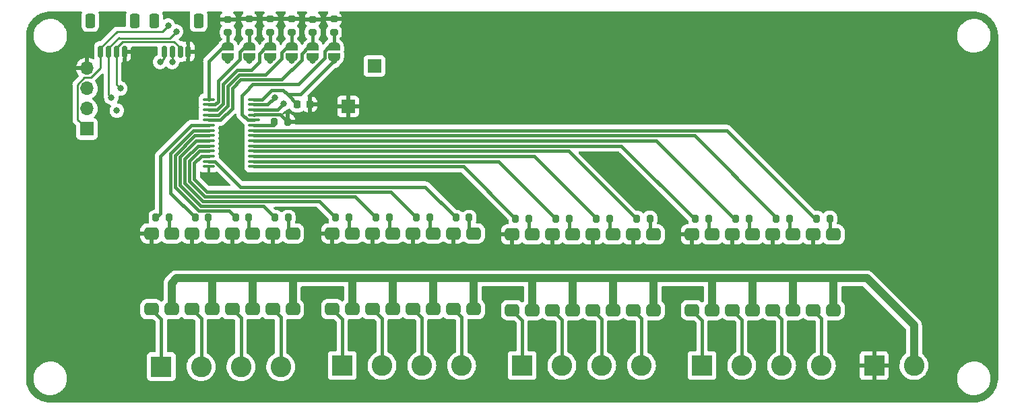
<source format=gtl>
%TF.GenerationSoftware,KiCad,Pcbnew,(6.0.0)*%
%TF.CreationDate,2023-01-31T14:33:53-05:00*%
%TF.ProjectId,i2c 24vout,69326320-3234-4766-9f75-742e6b696361,rev?*%
%TF.SameCoordinates,Original*%
%TF.FileFunction,Copper,L1,Top*%
%TF.FilePolarity,Positive*%
%FSLAX46Y46*%
G04 Gerber Fmt 4.6, Leading zero omitted, Abs format (unit mm)*
G04 Created by KiCad (PCBNEW (6.0.0)) date 2023-01-31 14:33:53*
%MOMM*%
%LPD*%
G01*
G04 APERTURE LIST*
G04 Aperture macros list*
%AMRoundRect*
0 Rectangle with rounded corners*
0 $1 Rounding radius*
0 $2 $3 $4 $5 $6 $7 $8 $9 X,Y pos of 4 corners*
0 Add a 4 corners polygon primitive as box body*
4,1,4,$2,$3,$4,$5,$6,$7,$8,$9,$2,$3,0*
0 Add four circle primitives for the rounded corners*
1,1,$1+$1,$2,$3*
1,1,$1+$1,$4,$5*
1,1,$1+$1,$6,$7*
1,1,$1+$1,$8,$9*
0 Add four rect primitives between the rounded corners*
20,1,$1+$1,$2,$3,$4,$5,0*
20,1,$1+$1,$4,$5,$6,$7,0*
20,1,$1+$1,$6,$7,$8,$9,0*
20,1,$1+$1,$8,$9,$2,$3,0*%
%AMFreePoly0*
4,1,22,0.500000,-0.750000,0.000000,-0.750000,0.000000,-0.745033,-0.079941,-0.743568,-0.215256,-0.701293,-0.333266,-0.622738,-0.424486,-0.514219,-0.481581,-0.384460,-0.499164,-0.250000,-0.500000,-0.250000,-0.500000,0.250000,-0.499164,0.250000,-0.499963,0.256109,-0.478152,0.396186,-0.417904,0.524511,-0.324060,0.630769,-0.204165,0.706417,-0.067858,0.745374,0.000000,0.744959,0.000000,0.750000,
0.500000,0.750000,0.500000,-0.750000,0.500000,-0.750000,$1*%
%AMFreePoly1*
4,1,20,0.000000,0.744959,0.073905,0.744508,0.209726,0.703889,0.328688,0.626782,0.421226,0.519385,0.479903,0.390333,0.500000,0.250000,0.500000,-0.250000,0.499851,-0.262216,0.476331,-0.402017,0.414519,-0.529596,0.319384,-0.634700,0.198574,-0.708877,0.061801,-0.746166,0.000000,-0.745033,0.000000,-0.750000,-0.500000,-0.750000,-0.500000,0.750000,0.000000,0.750000,0.000000,0.744959,
0.000000,0.744959,$1*%
G04 Aperture macros list end*
%TA.AperFunction,ComponentPad*%
%ADD10R,2.600000X2.600000*%
%TD*%
%TA.AperFunction,ComponentPad*%
%ADD11C,2.600000*%
%TD*%
%TA.AperFunction,SMDPad,CuDef*%
%ADD12RoundRect,0.200000X0.200000X0.275000X-0.200000X0.275000X-0.200000X-0.275000X0.200000X-0.275000X0*%
%TD*%
%TA.AperFunction,SMDPad,CuDef*%
%ADD13RoundRect,0.334400X-0.555600X0.425600X-0.555600X-0.425600X0.555600X-0.425600X0.555600X0.425600X0*%
%TD*%
%TA.AperFunction,SMDPad,CuDef*%
%ADD14FreePoly0,90.000000*%
%TD*%
%TA.AperFunction,SMDPad,CuDef*%
%ADD15FreePoly1,90.000000*%
%TD*%
%TA.AperFunction,SMDPad,CuDef*%
%ADD16RoundRect,0.200000X0.275000X-0.200000X0.275000X0.200000X-0.275000X0.200000X-0.275000X-0.200000X0*%
%TD*%
%TA.AperFunction,SMDPad,CuDef*%
%ADD17RoundRect,0.150000X0.150000X0.625000X-0.150000X0.625000X-0.150000X-0.625000X0.150000X-0.625000X0*%
%TD*%
%TA.AperFunction,SMDPad,CuDef*%
%ADD18RoundRect,0.250000X0.350000X0.650000X-0.350000X0.650000X-0.350000X-0.650000X0.350000X-0.650000X0*%
%TD*%
%TA.AperFunction,SMDPad,CuDef*%
%ADD19RoundRect,0.225000X-0.225000X-0.250000X0.225000X-0.250000X0.225000X0.250000X-0.225000X0.250000X0*%
%TD*%
%TA.AperFunction,ComponentPad*%
%ADD20R,1.700000X1.700000*%
%TD*%
%TA.AperFunction,ComponentPad*%
%ADD21O,1.700000X1.700000*%
%TD*%
%TA.AperFunction,SMDPad,CuDef*%
%ADD22RoundRect,0.200000X-0.200000X-0.275000X0.200000X-0.275000X0.200000X0.275000X-0.200000X0.275000X0*%
%TD*%
%TA.AperFunction,SMDPad,CuDef*%
%ADD23RoundRect,0.100000X-0.637500X-0.100000X0.637500X-0.100000X0.637500X0.100000X-0.637500X0.100000X0*%
%TD*%
%TA.AperFunction,ViaPad*%
%ADD24C,0.800000*%
%TD*%
%TA.AperFunction,Conductor*%
%ADD25C,0.400000*%
%TD*%
%TA.AperFunction,Conductor*%
%ADD26C,0.250000*%
%TD*%
%TA.AperFunction,Conductor*%
%ADD27C,1.000000*%
%TD*%
G04 APERTURE END LIST*
D10*
%TO.P,J1,1,Pin_1*%
%TO.N,GND*%
X197946000Y-125313000D03*
D11*
%TO.P,J1,2,Pin_2*%
%TO.N,+24V*%
X202946000Y-125313000D03*
%TD*%
D10*
%TO.P,J4,1,Pin_1*%
%TO.N,Net-(C9-Pad1)*%
X153703000Y-125313000D03*
D11*
%TO.P,J4,2,Pin_2*%
%TO.N,Net-(C10-Pad1)*%
X158703000Y-125313000D03*
%TO.P,J4,3,Pin_3*%
%TO.N,Net-(C11-Pad1)*%
X163703000Y-125313000D03*
%TO.P,J4,4,Pin_4*%
%TO.N,Net-(C12-Pad1)*%
X168703000Y-125313000D03*
%TD*%
D12*
%TO.P,R9,1*%
%TO.N,Net-(R9-Pad1)*%
X154535000Y-106847000D03*
%TO.P,R9,2*%
%TO.N,/pwm8*%
X152885000Y-106847000D03*
%TD*%
D13*
%TO.P,U1,1*%
%TO.N,Net-(R4-Pad1)*%
X124881000Y-108702000D03*
%TO.P,U1,2*%
%TO.N,GND*%
X122341000Y-108702000D03*
%TO.P,U1,3*%
%TO.N,Net-(R3-Pad1)*%
X119801000Y-108702000D03*
%TO.P,U1,4*%
%TO.N,GND*%
X117261000Y-108702000D03*
%TO.P,U1,5*%
%TO.N,Net-(R2-Pad1)*%
X114721000Y-108702000D03*
%TO.P,U1,6*%
%TO.N,GND*%
X112181000Y-108702000D03*
%TO.P,U1,7*%
%TO.N,Net-(R1-Pad1)*%
X109641000Y-108702000D03*
%TO.P,U1,8*%
%TO.N,GND*%
X107101000Y-108702000D03*
%TO.P,U1,9*%
%TO.N,Net-(C1-Pad1)*%
X107101000Y-118222000D03*
%TO.P,U1,10*%
%TO.N,+24V*%
X109641000Y-118222000D03*
%TO.P,U1,11*%
%TO.N,Net-(C2-Pad1)*%
X112181000Y-118222000D03*
%TO.P,U1,12*%
%TO.N,+24V*%
X114721000Y-118222000D03*
%TO.P,U1,13*%
%TO.N,Net-(C3-Pad1)*%
X117261000Y-118222000D03*
%TO.P,U1,14*%
%TO.N,+24V*%
X119801000Y-118222000D03*
%TO.P,U1,15*%
%TO.N,Net-(C4-Pad1)*%
X122341000Y-118222000D03*
%TO.P,U1,16*%
%TO.N,+24V*%
X124881000Y-118222000D03*
%TD*%
%TO.P,U4,1*%
%TO.N,Net-(R16-Pad1)*%
X192826000Y-108818000D03*
%TO.P,U4,2*%
%TO.N,GND*%
X190286000Y-108818000D03*
%TO.P,U4,3*%
%TO.N,Net-(R15-Pad1)*%
X187746000Y-108818000D03*
%TO.P,U4,4*%
%TO.N,GND*%
X185206000Y-108818000D03*
%TO.P,U4,5*%
%TO.N,Net-(R14-Pad1)*%
X182666000Y-108818000D03*
%TO.P,U4,6*%
%TO.N,GND*%
X180126000Y-108818000D03*
%TO.P,U4,7*%
%TO.N,Net-(R13-Pad1)*%
X177586000Y-108818000D03*
%TO.P,U4,8*%
%TO.N,GND*%
X175046000Y-108818000D03*
%TO.P,U4,9*%
%TO.N,Net-(C13-Pad1)*%
X175046000Y-118338000D03*
%TO.P,U4,10*%
%TO.N,+24V*%
X177586000Y-118338000D03*
%TO.P,U4,11*%
%TO.N,Net-(C14-Pad1)*%
X180126000Y-118338000D03*
%TO.P,U4,12*%
%TO.N,+24V*%
X182666000Y-118338000D03*
%TO.P,U4,13*%
%TO.N,Net-(C15-Pad1)*%
X185206000Y-118338000D03*
%TO.P,U4,14*%
%TO.N,+24V*%
X187746000Y-118338000D03*
%TO.P,U4,15*%
%TO.N,Net-(C16-Pad1)*%
X190286000Y-118338000D03*
%TO.P,U4,16*%
%TO.N,+24V*%
X192826000Y-118338000D03*
%TD*%
D14*
%TO.P,JP6,1,A*%
%TO.N,VCC*%
X130048000Y-86502000D03*
D15*
%TO.P,JP6,2,B*%
%TO.N,Net-(JP6-Pad2)*%
X130048000Y-85202000D03*
%TD*%
D16*
%TO.P,R33,1*%
%TO.N,Net-(JP1-Pad2)*%
X116713000Y-83405000D03*
%TO.P,R33,2*%
%TO.N,GND*%
X116713000Y-81755000D03*
%TD*%
D12*
%TO.P,R5,1*%
%TO.N,Net-(R5-Pad1)*%
X131929000Y-106720000D03*
%TO.P,R5,2*%
%TO.N,/pwm4*%
X130279000Y-106720000D03*
%TD*%
D14*
%TO.P,JP3,1,A*%
%TO.N,VCC*%
X122047000Y-86502000D03*
D15*
%TO.P,JP3,2,B*%
%TO.N,Net-(JP3-Pad2)*%
X122047000Y-85202000D03*
%TD*%
D12*
%TO.P,R2,1*%
%TO.N,Net-(R2-Pad1)*%
X114276000Y-106720000D03*
%TO.P,R2,2*%
%TO.N,/pwm1*%
X112626000Y-106720000D03*
%TD*%
D10*
%TO.P,J2,1,Pin_1*%
%TO.N,Net-(C1-Pad1)*%
X108364000Y-125440000D03*
D11*
%TO.P,J2,2,Pin_2*%
%TO.N,Net-(C2-Pad1)*%
X113364000Y-125440000D03*
%TO.P,J2,3,Pin_3*%
%TO.N,Net-(C3-Pad1)*%
X118364000Y-125440000D03*
%TO.P,J2,4,Pin_4*%
%TO.N,Net-(C4-Pad1)*%
X123364000Y-125440000D03*
%TD*%
D14*
%TO.P,JP1,1,A*%
%TO.N,VCC*%
X116713000Y-86502000D03*
D15*
%TO.P,JP1,2,B*%
%TO.N,Net-(JP1-Pad2)*%
X116713000Y-85202000D03*
%TD*%
D12*
%TO.P,R12,1*%
%TO.N,Net-(R12-Pad1)*%
X169775000Y-106847000D03*
%TO.P,R12,2*%
%TO.N,/pwm11*%
X168125000Y-106847000D03*
%TD*%
D10*
%TO.P,J3,1,Pin_1*%
%TO.N,Net-(C5-Pad1)*%
X131097000Y-125313000D03*
D11*
%TO.P,J3,2,Pin_2*%
%TO.N,Net-(C6-Pad1)*%
X136097000Y-125313000D03*
%TO.P,J3,3,Pin_3*%
%TO.N,Net-(C7-Pad1)*%
X141097000Y-125313000D03*
%TO.P,J3,4,Pin_4*%
%TO.N,Net-(C8-Pad1)*%
X146097000Y-125313000D03*
%TD*%
D12*
%TO.P,R3,1*%
%TO.N,Net-(R3-Pad1)*%
X119356000Y-106720000D03*
%TO.P,R3,2*%
%TO.N,/pwm2*%
X117706000Y-106720000D03*
%TD*%
D17*
%TO.P,J7,1,Pin_1*%
%TO.N,GND*%
X111736000Y-85820000D03*
%TO.P,J7,2,Pin_2*%
%TO.N,VCC*%
X110736000Y-85820000D03*
%TO.P,J7,3,Pin_3*%
%TO.N,/sda*%
X109736000Y-85820000D03*
%TO.P,J7,4,Pin_4*%
%TO.N,/scl*%
X108736000Y-85820000D03*
D18*
%TO.P,J7,MP*%
%TO.N,N/C*%
X113036000Y-81945000D03*
X107436000Y-81945000D03*
%TD*%
D14*
%TO.P,JP2,1,A*%
%TO.N,VCC*%
X119380000Y-86502000D03*
D15*
%TO.P,JP2,2,B*%
%TO.N,Net-(JP2-Pad2)*%
X119380000Y-85202000D03*
%TD*%
D19*
%TO.P,C17,1*%
%TO.N,VCC*%
X125463000Y-92456000D03*
%TO.P,C17,2*%
%TO.N,GND*%
X127013000Y-92456000D03*
%TD*%
D12*
%TO.P,R11,1*%
%TO.N,Net-(R11-Pad1)*%
X164695000Y-106847000D03*
%TO.P,R11,2*%
%TO.N,/pwm10*%
X163045000Y-106847000D03*
%TD*%
%TO.P,R4,1*%
%TO.N,Net-(R4-Pad1)*%
X124309000Y-106720000D03*
%TO.P,R4,2*%
%TO.N,/pwm3*%
X122659000Y-106720000D03*
%TD*%
D16*
%TO.P,R38,1*%
%TO.N,Net-(JP6-Pad2)*%
X130048000Y-83390000D03*
%TO.P,R38,2*%
%TO.N,GND*%
X130048000Y-81740000D03*
%TD*%
D20*
%TO.P,J6,1,Pin_1*%
%TO.N,/scl*%
X99000000Y-95544000D03*
D21*
%TO.P,J6,2,Pin_2*%
%TO.N,/sda*%
X99000000Y-93004000D03*
%TO.P,J6,3,Pin_3*%
%TO.N,VCC*%
X99000000Y-90464000D03*
%TO.P,J6,4,Pin_4*%
%TO.N,GND*%
X99000000Y-87924000D03*
%TD*%
D22*
%TO.P,R39,1*%
%TO.N,Net-(R39-Pad1)*%
X122583000Y-94655000D03*
%TO.P,R39,2*%
%TO.N,GND*%
X124233000Y-94655000D03*
%TD*%
D12*
%TO.P,R10,1*%
%TO.N,Net-(R10-Pad1)*%
X159615000Y-106847000D03*
%TO.P,R10,2*%
%TO.N,/pwm9*%
X157965000Y-106847000D03*
%TD*%
%TO.P,R14,1*%
%TO.N,Net-(R14-Pad1)*%
X182221000Y-106847000D03*
%TO.P,R14,2*%
%TO.N,/pwm13*%
X180571000Y-106847000D03*
%TD*%
D23*
%TO.P,U5,1,A0*%
%TO.N,Net-(JP1-Pad2)*%
X114322500Y-91834000D03*
%TO.P,U5,2,A1*%
%TO.N,Net-(JP2-Pad2)*%
X114322500Y-92484000D03*
%TO.P,U5,3,A2*%
%TO.N,Net-(JP3-Pad2)*%
X114322500Y-93134000D03*
%TO.P,U5,4,A3*%
%TO.N,Net-(JP4-Pad2)*%
X114322500Y-93784000D03*
%TO.P,U5,5,A4*%
%TO.N,Net-(JP5-Pad2)*%
X114322500Y-94434000D03*
%TO.P,U5,6,LED0*%
%TO.N,/pwm0*%
X114322500Y-95084000D03*
%TO.P,U5,7,LED1*%
%TO.N,/pwm1*%
X114322500Y-95734000D03*
%TO.P,U5,8,LED2*%
%TO.N,/pwm2*%
X114322500Y-96384000D03*
%TO.P,U5,9,LED3*%
%TO.N,/pwm3*%
X114322500Y-97034000D03*
%TO.P,U5,10,LED4*%
%TO.N,/pwm4*%
X114322500Y-97684000D03*
%TO.P,U5,11,LED5*%
%TO.N,/pwm5*%
X114322500Y-98334000D03*
%TO.P,U5,12,LED6*%
%TO.N,/pwm6*%
X114322500Y-98984000D03*
%TO.P,U5,13,LED7*%
%TO.N,/pwm7*%
X114322500Y-99634000D03*
%TO.P,U5,14,VSS*%
%TO.N,GND*%
X114322500Y-100284000D03*
%TO.P,U5,15,LED8*%
%TO.N,/pwm8*%
X120047500Y-100284000D03*
%TO.P,U5,16,LED9*%
%TO.N,/pwm9*%
X120047500Y-99634000D03*
%TO.P,U5,17,LED10*%
%TO.N,/pwm10*%
X120047500Y-98984000D03*
%TO.P,U5,18,LED11*%
%TO.N,/pwm11*%
X120047500Y-98334000D03*
%TO.P,U5,19,LED12*%
%TO.N,/pwm12*%
X120047500Y-97684000D03*
%TO.P,U5,20,LED13*%
%TO.N,/pwm13*%
X120047500Y-97034000D03*
%TO.P,U5,21,LED14*%
%TO.N,/pwm14*%
X120047500Y-96384000D03*
%TO.P,U5,22,LED15*%
%TO.N,/pwm15*%
X120047500Y-95734000D03*
%TO.P,U5,23,~{OE}*%
%TO.N,Net-(R39-Pad1)*%
X120047500Y-95084000D03*
%TO.P,U5,24,A5*%
%TO.N,Net-(JP6-Pad2)*%
X120047500Y-94434000D03*
%TO.P,U5,25,EXTCLK*%
%TO.N,GND*%
X120047500Y-93784000D03*
%TO.P,U5,26,SCL*%
%TO.N,/scl*%
X120047500Y-93134000D03*
%TO.P,U5,27,SDA*%
%TO.N,/sda*%
X120047500Y-92484000D03*
%TO.P,U5,28,VDD*%
%TO.N,VCC*%
X120047500Y-91834000D03*
%TD*%
D10*
%TO.P,J5,1,Pin_1*%
%TO.N,Net-(C13-Pad1)*%
X176309000Y-125313000D03*
D11*
%TO.P,J5,2,Pin_2*%
%TO.N,Net-(C14-Pad1)*%
X181309000Y-125313000D03*
%TO.P,J5,3,Pin_3*%
%TO.N,Net-(C15-Pad1)*%
X186309000Y-125313000D03*
%TO.P,J5,4,Pin_4*%
%TO.N,Net-(C16-Pad1)*%
X191309000Y-125313000D03*
%TD*%
D16*
%TO.P,R37,1*%
%TO.N,Net-(JP5-Pad2)*%
X127381000Y-83405000D03*
%TO.P,R37,2*%
%TO.N,GND*%
X127381000Y-81755000D03*
%TD*%
D20*
%TO.P,J10,1,Pin_1*%
%TO.N,GND*%
X131826000Y-92710000D03*
%TD*%
D12*
%TO.P,R8,1*%
%TO.N,Net-(R8-Pad1)*%
X147042000Y-106720000D03*
%TO.P,R8,2*%
%TO.N,/pwm7*%
X145392000Y-106720000D03*
%TD*%
D17*
%TO.P,J8,1,Pin_1*%
%TO.N,GND*%
X103735000Y-85820000D03*
%TO.P,J8,2,Pin_2*%
%TO.N,VCC*%
X102735000Y-85820000D03*
%TO.P,J8,3,Pin_3*%
%TO.N,/sda*%
X101735000Y-85820000D03*
%TO.P,J8,4,Pin_4*%
%TO.N,/scl*%
X100735000Y-85820000D03*
D18*
%TO.P,J8,MP*%
%TO.N,N/C*%
X99435000Y-81945000D03*
X105035000Y-81945000D03*
%TD*%
D20*
%TO.P,J9,1,Pin_1*%
%TO.N,VCC*%
X135128000Y-87630000D03*
%TD*%
D12*
%TO.P,R1,1*%
%TO.N,Net-(R1-Pad1)*%
X109323000Y-106720000D03*
%TO.P,R1,2*%
%TO.N,/pwm0*%
X107673000Y-106720000D03*
%TD*%
D16*
%TO.P,R36,1*%
%TO.N,Net-(JP4-Pad2)*%
X124714000Y-83390000D03*
%TO.P,R36,2*%
%TO.N,GND*%
X124714000Y-81740000D03*
%TD*%
D12*
%TO.P,R16,1*%
%TO.N,Net-(R16-Pad1)*%
X192381000Y-106847000D03*
%TO.P,R16,2*%
%TO.N,/pwm15*%
X190731000Y-106847000D03*
%TD*%
D16*
%TO.P,R35,1*%
%TO.N,Net-(JP3-Pad2)*%
X122047000Y-83390000D03*
%TO.P,R35,2*%
%TO.N,GND*%
X122047000Y-81740000D03*
%TD*%
D14*
%TO.P,JP5,1,A*%
%TO.N,VCC*%
X127381000Y-86502000D03*
D15*
%TO.P,JP5,2,B*%
%TO.N,Net-(JP5-Pad2)*%
X127381000Y-85202000D03*
%TD*%
D13*
%TO.P,U2,1*%
%TO.N,Net-(R8-Pad1)*%
X147614000Y-108702000D03*
%TO.P,U2,2*%
%TO.N,GND*%
X145074000Y-108702000D03*
%TO.P,U2,3*%
%TO.N,Net-(R7-Pad1)*%
X142534000Y-108702000D03*
%TO.P,U2,4*%
%TO.N,GND*%
X139994000Y-108702000D03*
%TO.P,U2,5*%
%TO.N,Net-(R6-Pad1)*%
X137454000Y-108702000D03*
%TO.P,U2,6*%
%TO.N,GND*%
X134914000Y-108702000D03*
%TO.P,U2,7*%
%TO.N,Net-(R5-Pad1)*%
X132374000Y-108702000D03*
%TO.P,U2,8*%
%TO.N,GND*%
X129834000Y-108702000D03*
%TO.P,U2,9*%
%TO.N,Net-(C5-Pad1)*%
X129834000Y-118222000D03*
%TO.P,U2,10*%
%TO.N,+24V*%
X132374000Y-118222000D03*
%TO.P,U2,11*%
%TO.N,Net-(C6-Pad1)*%
X134914000Y-118222000D03*
%TO.P,U2,12*%
%TO.N,+24V*%
X137454000Y-118222000D03*
%TO.P,U2,13*%
%TO.N,Net-(C7-Pad1)*%
X139994000Y-118222000D03*
%TO.P,U2,14*%
%TO.N,+24V*%
X142534000Y-118222000D03*
%TO.P,U2,15*%
%TO.N,Net-(C8-Pad1)*%
X145074000Y-118222000D03*
%TO.P,U2,16*%
%TO.N,+24V*%
X147614000Y-118222000D03*
%TD*%
D14*
%TO.P,JP4,1,A*%
%TO.N,VCC*%
X124714000Y-86502000D03*
D15*
%TO.P,JP4,2,B*%
%TO.N,Net-(JP4-Pad2)*%
X124714000Y-85202000D03*
%TD*%
D13*
%TO.P,U3,1*%
%TO.N,Net-(R12-Pad1)*%
X170220000Y-108818000D03*
%TO.P,U3,2*%
%TO.N,GND*%
X167680000Y-108818000D03*
%TO.P,U3,3*%
%TO.N,Net-(R11-Pad1)*%
X165140000Y-108818000D03*
%TO.P,U3,4*%
%TO.N,GND*%
X162600000Y-108818000D03*
%TO.P,U3,5*%
%TO.N,Net-(R10-Pad1)*%
X160060000Y-108818000D03*
%TO.P,U3,6*%
%TO.N,GND*%
X157520000Y-108818000D03*
%TO.P,U3,7*%
%TO.N,Net-(R9-Pad1)*%
X154980000Y-108818000D03*
%TO.P,U3,8*%
%TO.N,GND*%
X152440000Y-108818000D03*
%TO.P,U3,9*%
%TO.N,Net-(C9-Pad1)*%
X152440000Y-118338000D03*
%TO.P,U3,10*%
%TO.N,+24V*%
X154980000Y-118338000D03*
%TO.P,U3,11*%
%TO.N,Net-(C10-Pad1)*%
X157520000Y-118338000D03*
%TO.P,U3,12*%
%TO.N,+24V*%
X160060000Y-118338000D03*
%TO.P,U3,13*%
%TO.N,Net-(C11-Pad1)*%
X162600000Y-118338000D03*
%TO.P,U3,14*%
%TO.N,+24V*%
X165140000Y-118338000D03*
%TO.P,U3,15*%
%TO.N,Net-(C12-Pad1)*%
X167680000Y-118338000D03*
%TO.P,U3,16*%
%TO.N,+24V*%
X170220000Y-118338000D03*
%TD*%
D12*
%TO.P,R13,1*%
%TO.N,Net-(R13-Pad1)*%
X177141000Y-106847000D03*
%TO.P,R13,2*%
%TO.N,/pwm12*%
X175491000Y-106847000D03*
%TD*%
%TO.P,R7,1*%
%TO.N,Net-(R7-Pad1)*%
X142089000Y-106720000D03*
%TO.P,R7,2*%
%TO.N,/pwm6*%
X140439000Y-106720000D03*
%TD*%
%TO.P,R6,1*%
%TO.N,Net-(R6-Pad1)*%
X137009000Y-106720000D03*
%TO.P,R6,2*%
%TO.N,/pwm5*%
X135359000Y-106720000D03*
%TD*%
D16*
%TO.P,R34,1*%
%TO.N,Net-(JP2-Pad2)*%
X119380000Y-83390000D03*
%TO.P,R34,2*%
%TO.N,GND*%
X119380000Y-81740000D03*
%TD*%
D12*
%TO.P,R15,1*%
%TO.N,Net-(R15-Pad1)*%
X187301000Y-106847000D03*
%TO.P,R15,2*%
%TO.N,/pwm14*%
X185651000Y-106847000D03*
%TD*%
D24*
%TO.N,GND*%
X113030000Y-85598000D03*
X106172000Y-85598000D03*
X114300000Y-101346000D03*
%TO.N,VCC*%
X130048000Y-86995000D03*
X124714000Y-86995000D03*
X116713000Y-86995000D03*
X122047000Y-86995000D03*
X119380000Y-86995000D03*
X127381000Y-86995000D03*
X103211000Y-90464000D03*
%TO.N,/scl*%
X108204000Y-87122000D03*
X109220000Y-82550000D03*
X102762500Y-93237500D03*
X123738000Y-92369000D03*
%TO.N,/sda*%
X102068000Y-91607000D03*
X122595000Y-91607000D03*
X110236000Y-83312000D03*
X109728000Y-87122000D03*
%TD*%
D25*
%TO.N,Net-(C1-Pad1)*%
X108364000Y-119485000D02*
X108364000Y-125440000D01*
X107101000Y-118222000D02*
X108364000Y-119485000D01*
%TO.N,GND*%
X120065500Y-93766000D02*
X120047500Y-93784000D01*
X124233000Y-94655000D02*
X123344000Y-93766000D01*
X123344000Y-93766000D02*
X120065500Y-93766000D01*
%TO.N,Net-(C2-Pad1)*%
X113364000Y-119405000D02*
X112181000Y-118222000D01*
X113364000Y-125440000D02*
X113364000Y-119405000D01*
%TO.N,Net-(C3-Pad1)*%
X118364000Y-119325000D02*
X117261000Y-118222000D01*
X118364000Y-125440000D02*
X118364000Y-119325000D01*
%TO.N,Net-(C4-Pad1)*%
X123364000Y-125440000D02*
X123364000Y-119245000D01*
X123364000Y-119245000D02*
X122341000Y-118222000D01*
%TO.N,Net-(C5-Pad1)*%
X131097000Y-119485000D02*
X129834000Y-118222000D01*
X131097000Y-125313000D02*
X131097000Y-119485000D01*
%TO.N,Net-(C6-Pad1)*%
X136097000Y-119405000D02*
X134914000Y-118222000D01*
X136097000Y-125313000D02*
X136097000Y-119405000D01*
%TO.N,Net-(C7-Pad1)*%
X141097000Y-125313000D02*
X141097000Y-119325000D01*
X141097000Y-119325000D02*
X139994000Y-118222000D01*
%TO.N,Net-(C8-Pad1)*%
X146097000Y-119245000D02*
X145074000Y-118222000D01*
X146097000Y-125313000D02*
X146097000Y-119245000D01*
%TO.N,Net-(C9-Pad1)*%
X153703000Y-119601000D02*
X152440000Y-118338000D01*
X153703000Y-125313000D02*
X153703000Y-119601000D01*
%TO.N,Net-(C10-Pad1)*%
X158703000Y-125313000D02*
X158703000Y-119521000D01*
X158703000Y-119521000D02*
X157520000Y-118338000D01*
%TO.N,Net-(C11-Pad1)*%
X163703000Y-125313000D02*
X163703000Y-119441000D01*
X163703000Y-119441000D02*
X162600000Y-118338000D01*
%TO.N,Net-(C12-Pad1)*%
X168703000Y-119361000D02*
X167680000Y-118338000D01*
X168703000Y-125313000D02*
X168703000Y-119361000D01*
%TO.N,Net-(C13-Pad1)*%
X176309000Y-125313000D02*
X176309000Y-119601000D01*
X176309000Y-119601000D02*
X175046000Y-118338000D01*
%TO.N,Net-(C14-Pad1)*%
X181309000Y-119521000D02*
X180126000Y-118338000D01*
X181309000Y-125313000D02*
X181309000Y-119521000D01*
%TO.N,Net-(C15-Pad1)*%
X186309000Y-119441000D02*
X185206000Y-118338000D01*
X186309000Y-125313000D02*
X186309000Y-119441000D01*
%TO.N,Net-(C16-Pad1)*%
X191309000Y-125313000D02*
X191309000Y-119361000D01*
X191309000Y-119361000D02*
X190286000Y-118338000D01*
D26*
%TO.N,VCC*%
X109936072Y-84574000D02*
X110736000Y-85373928D01*
D25*
X123685000Y-90678000D02*
X124199500Y-91192500D01*
D26*
X110736000Y-85373928D02*
X110736000Y-85820000D01*
D25*
X120047500Y-91834000D02*
X121018000Y-91834000D01*
D26*
X102735000Y-85820000D02*
X102735000Y-85373928D01*
D25*
X125850500Y-91192500D02*
X124199500Y-91192500D01*
X130048000Y-86995000D02*
X125850500Y-91192500D01*
X124199500Y-91192500D02*
X125463000Y-92456000D01*
D26*
X103534928Y-84574000D02*
X109936072Y-84574000D01*
D25*
X122174000Y-90678000D02*
X123685000Y-90678000D01*
D26*
X102735000Y-85373928D02*
X103534928Y-84574000D01*
D25*
X121018000Y-91834000D02*
X122174000Y-90678000D01*
D26*
X102735000Y-85820000D02*
X102735000Y-89988000D01*
X102735000Y-89988000D02*
X103211000Y-90464000D01*
D27*
%TO.N,+24V*%
X119801000Y-114340000D02*
X124754000Y-114340000D01*
X202946000Y-120269000D02*
X202946000Y-125313000D01*
X110276000Y-114340000D02*
X114721000Y-114340000D01*
X170220000Y-114467000D02*
X170093000Y-114340000D01*
X132374000Y-114467000D02*
X132501000Y-114340000D01*
X192826000Y-114594000D02*
X193080000Y-114340000D01*
X177586000Y-114340000D02*
X182920000Y-114340000D01*
X147614000Y-114340000D02*
X154726000Y-114340000D01*
X165140000Y-118338000D02*
X165140000Y-114467000D01*
X182666000Y-118338000D02*
X182666000Y-114594000D01*
X142407000Y-114340000D02*
X147614000Y-114340000D01*
X182920000Y-114340000D02*
X187746000Y-114340000D01*
X114721000Y-114340000D02*
X119801000Y-114340000D01*
X154726000Y-114340000D02*
X159933000Y-114340000D01*
X197017000Y-114340000D02*
X202946000Y-120269000D01*
X177586000Y-118338000D02*
X177586000Y-114340000D01*
X137454000Y-114340000D02*
X142407000Y-114340000D01*
X147614000Y-118222000D02*
X147614000Y-114340000D01*
X154980000Y-114594000D02*
X154726000Y-114340000D01*
X142534000Y-114467000D02*
X142407000Y-114340000D01*
X142534000Y-118222000D02*
X142534000Y-114467000D01*
X187746000Y-114340000D02*
X193080000Y-114340000D01*
X160060000Y-118338000D02*
X160060000Y-114467000D01*
X170093000Y-114340000D02*
X177586000Y-114340000D01*
X154980000Y-118338000D02*
X154980000Y-114594000D01*
X114721000Y-118222000D02*
X114721000Y-114340000D01*
X170220000Y-118338000D02*
X170220000Y-114467000D01*
X124881000Y-114467000D02*
X124754000Y-114340000D01*
X182666000Y-114594000D02*
X182920000Y-114340000D01*
X187746000Y-118338000D02*
X187746000Y-114340000D01*
X193080000Y-114340000D02*
X197017000Y-114340000D01*
X132374000Y-118222000D02*
X132374000Y-114467000D01*
X109641000Y-118222000D02*
X109641000Y-114975000D01*
X109641000Y-114975000D02*
X110276000Y-114340000D01*
X137454000Y-118222000D02*
X137454000Y-114340000D01*
X119801000Y-118222000D02*
X119801000Y-114340000D01*
X160060000Y-114467000D02*
X159933000Y-114340000D01*
X165013000Y-114340000D02*
X170093000Y-114340000D01*
X159933000Y-114340000D02*
X165013000Y-114340000D01*
X132501000Y-114340000D02*
X137454000Y-114340000D01*
X124881000Y-118222000D02*
X124881000Y-114467000D01*
X165140000Y-114467000D02*
X165013000Y-114340000D01*
X124754000Y-114340000D02*
X132501000Y-114340000D01*
X192826000Y-118338000D02*
X192826000Y-114594000D01*
D26*
%TO.N,/scl*%
X108458000Y-83312000D02*
X109220000Y-82550000D01*
D25*
X120047500Y-93134000D02*
X122973000Y-93134000D01*
D26*
X99000000Y-95544000D02*
X97825489Y-94369489D01*
X100735000Y-85820000D02*
X100735000Y-85373928D01*
X102796928Y-83312000D02*
X108458000Y-83312000D01*
X108204000Y-87122000D02*
X108736000Y-86590000D01*
X100735000Y-85373928D02*
X102796928Y-83312000D01*
X97825489Y-94369489D02*
X97825489Y-89977501D01*
D25*
X122973000Y-93134000D02*
X123738000Y-92369000D01*
D26*
X108736000Y-86590000D02*
X108736000Y-85820000D01*
X99496489Y-89098511D02*
X100735000Y-87860000D01*
X97825489Y-89977501D02*
X98704479Y-89098511D01*
X98704479Y-89098511D02*
X99496489Y-89098511D01*
X100735000Y-87860000D02*
X100735000Y-85820000D01*
%TO.N,/sda*%
X110236000Y-83312000D02*
X109423520Y-84124480D01*
X101735000Y-85373928D02*
X101735000Y-85820000D01*
D25*
X120047500Y-92484000D02*
X121718000Y-92484000D01*
D26*
X109728000Y-85828000D02*
X109736000Y-85820000D01*
X101735000Y-85820000D02*
X101735000Y-91274000D01*
X101735000Y-91274000D02*
X102068000Y-91607000D01*
D25*
X121718000Y-92484000D02*
X122595000Y-91607000D01*
D26*
X103034928Y-84074000D02*
X101735000Y-85373928D01*
X103085408Y-84124480D02*
X103034928Y-84074000D01*
X109423520Y-84124480D02*
X103085408Y-84124480D01*
X102037989Y-91637011D02*
X102068000Y-91607000D01*
X109728000Y-87122000D02*
X109728000Y-85828000D01*
D25*
%TO.N,Net-(JP1-Pad2)*%
X116197994Y-85202000D02*
X114322500Y-87077494D01*
X116713000Y-83405000D02*
X116713000Y-85202000D01*
X114322500Y-87077494D02*
X114322500Y-91834000D01*
X116713000Y-85202000D02*
X116197994Y-85202000D01*
%TO.N,Net-(JP2-Pad2)*%
X119380000Y-85202000D02*
X118864994Y-85202000D01*
X115483000Y-89495000D02*
X115483000Y-92117427D01*
X115116427Y-92484000D02*
X114322500Y-92484000D01*
X119380000Y-83390000D02*
X119380000Y-85202000D01*
X118864994Y-85202000D02*
X118230480Y-85836514D01*
X118230480Y-85836514D02*
X118230480Y-86747520D01*
X115483000Y-92117427D02*
X115116427Y-92484000D01*
X118230480Y-86747520D02*
X115483000Y-89495000D01*
%TO.N,Net-(JP3-Pad2)*%
X115314277Y-93134000D02*
X114322500Y-93134000D01*
X116082520Y-92365757D02*
X115314277Y-93134000D01*
X116082520Y-89911480D02*
X116082520Y-92365757D01*
X119634000Y-88138000D02*
X117856000Y-88138000D01*
X120650000Y-87122000D02*
X119634000Y-88138000D01*
X122047000Y-85202000D02*
X121531994Y-85202000D01*
X122047000Y-83390000D02*
X122047000Y-85202000D01*
X120650000Y-86083994D02*
X120650000Y-87122000D01*
X117856000Y-88138000D02*
X116082520Y-89911480D01*
X121531994Y-85202000D02*
X120650000Y-86083994D01*
%TO.N,Net-(JP4-Pad2)*%
X121435160Y-88737520D02*
X123444000Y-86728680D01*
X116682040Y-90159810D02*
X118104330Y-88737520D01*
X115512127Y-93784000D02*
X116682040Y-92614087D01*
X116682040Y-92614087D02*
X116682040Y-90159810D01*
X123444000Y-86728680D02*
X123444000Y-85956994D01*
X123444000Y-85956994D02*
X124198994Y-85202000D01*
X118104330Y-88737520D02*
X121435160Y-88737520D01*
X124198994Y-85202000D02*
X124714000Y-85202000D01*
X124714000Y-83390000D02*
X124714000Y-85202000D01*
X114322500Y-93784000D02*
X115512127Y-93784000D01*
%TO.N,Net-(JP5-Pad2)*%
X117281560Y-92955052D02*
X117281560Y-90408140D01*
X125984000Y-86083994D02*
X126865994Y-85202000D01*
X125984000Y-86855680D02*
X125984000Y-86083994D01*
X118352660Y-89337040D02*
X123502640Y-89337040D01*
X117281560Y-90408140D02*
X118352660Y-89337040D01*
X127381000Y-83405000D02*
X127381000Y-85202000D01*
X114322500Y-94434000D02*
X115802613Y-94434000D01*
X123502640Y-89337040D02*
X125984000Y-86855680D01*
X115802613Y-94434000D02*
X117281560Y-92955052D01*
X126865994Y-85202000D02*
X127381000Y-85202000D01*
%TO.N,Net-(JP6-Pad2)*%
X128898480Y-85731520D02*
X129428000Y-85202000D01*
X119253573Y-94434000D02*
X118516080Y-93696507D01*
X128898480Y-86608200D02*
X128898480Y-85731520D01*
X118516080Y-93696507D02*
X118516080Y-91353000D01*
X118516080Y-91353000D02*
X118897080Y-90972000D01*
X129428000Y-85202000D02*
X130048000Y-85202000D01*
X119867440Y-89936560D02*
X125570120Y-89936560D01*
X118897080Y-90972000D02*
X118897080Y-90906920D01*
X120047500Y-94434000D02*
X119253573Y-94434000D01*
X130048000Y-83390000D02*
X130048000Y-85202000D01*
X118897080Y-90906920D02*
X119867440Y-89936560D01*
X125570120Y-89936560D02*
X128898480Y-86608200D01*
%TO.N,Net-(R1-Pad1)*%
X109323000Y-108384000D02*
X109641000Y-108702000D01*
X109323000Y-106720000D02*
X109323000Y-108384000D01*
%TO.N,/pwm0*%
X108244000Y-99012904D02*
X108244000Y-106149000D01*
X114322500Y-95084000D02*
X112172904Y-95084000D01*
X112172904Y-95084000D02*
X108244000Y-99012904D01*
X108244000Y-106149000D02*
X107673000Y-106720000D01*
%TO.N,Net-(R2-Pad1)*%
X114276000Y-108257000D02*
X114721000Y-108702000D01*
X114276000Y-106720000D02*
X114276000Y-108257000D01*
%TO.N,/pwm1*%
X112370753Y-95734000D02*
X109474000Y-98630753D01*
X109474000Y-98630753D02*
X109500524Y-98657277D01*
X109500524Y-98657277D02*
X109500524Y-103594524D01*
X114322500Y-95734000D02*
X112370753Y-95734000D01*
X109500524Y-103594524D02*
X112626000Y-106720000D01*
%TO.N,Net-(R3-Pad1)*%
X119356000Y-108257000D02*
X119801000Y-108702000D01*
X119356000Y-106720000D02*
X119356000Y-108257000D01*
%TO.N,/pwm2*%
X112568602Y-96384000D02*
X110100044Y-98852558D01*
X113074328Y-105845480D02*
X116831480Y-105845480D01*
X110100044Y-98852558D02*
X110100044Y-102871196D01*
X110100044Y-102871196D02*
X113074328Y-105845480D01*
X114322500Y-96384000D02*
X112568602Y-96384000D01*
X116831480Y-105845480D02*
X117706000Y-106720000D01*
%TO.N,Net-(R4-Pad1)*%
X124309000Y-108130000D02*
X124881000Y-108702000D01*
X124309000Y-106720000D02*
X124309000Y-108130000D01*
%TO.N,/pwm3*%
X114322500Y-97034000D02*
X112766451Y-97034000D01*
X112766451Y-97034000D02*
X110699564Y-99100887D01*
X110699564Y-99100887D02*
X110699564Y-102622866D01*
X110699564Y-102622866D02*
X113322659Y-105245960D01*
X121184960Y-105245960D02*
X122659000Y-106720000D01*
X113322659Y-105245960D02*
X121184960Y-105245960D01*
%TO.N,Net-(R5-Pad1)*%
X131929000Y-108257000D02*
X132374000Y-108702000D01*
X131929000Y-106720000D02*
X131929000Y-108257000D01*
%TO.N,/pwm4*%
X111299084Y-102374534D02*
X113570989Y-104646440D01*
X111299084Y-99349217D02*
X111299084Y-102374534D01*
X128205440Y-104646440D02*
X130279000Y-106720000D01*
X112964301Y-97684000D02*
X111299084Y-99349217D01*
X113570989Y-104646440D02*
X128205440Y-104646440D01*
X114322500Y-97684000D02*
X112964301Y-97684000D01*
%TO.N,Net-(R6-Pad1)*%
X137009000Y-108257000D02*
X137454000Y-108702000D01*
X137009000Y-106720000D02*
X137009000Y-108257000D01*
%TO.N,/pwm5*%
X113162150Y-98334000D02*
X111898604Y-99597546D01*
X113819319Y-104046920D02*
X132685920Y-104046920D01*
X111898604Y-102126204D02*
X113819319Y-104046920D01*
X132685920Y-104046920D02*
X135359000Y-106720000D01*
X114322500Y-98334000D02*
X113162150Y-98334000D01*
X111898604Y-99597546D02*
X111898604Y-102126204D01*
%TO.N,Net-(R7-Pad1)*%
X142089000Y-106720000D02*
X142089000Y-108257000D01*
X142089000Y-108257000D02*
X142534000Y-108702000D01*
%TO.N,/pwm6*%
X140439000Y-106720000D02*
X137166400Y-103447400D01*
X114067649Y-103447400D02*
X112498124Y-101877876D01*
X112498124Y-99845876D02*
X113360000Y-98984000D01*
X137166400Y-103447400D02*
X114067649Y-103447400D01*
X112498124Y-101877876D02*
X112498124Y-99845876D01*
X113360000Y-98984000D02*
X114322500Y-98984000D01*
%TO.N,Net-(R8-Pad1)*%
X147042000Y-106720000D02*
X147042000Y-108130000D01*
X147042000Y-108130000D02*
X147614000Y-108702000D01*
%TO.N,/pwm7*%
X141519880Y-102847880D02*
X145392000Y-106720000D01*
X115116427Y-99634000D02*
X118330307Y-102847880D01*
X114322500Y-99634000D02*
X115116427Y-99634000D01*
X118330307Y-102847880D02*
X141519880Y-102847880D01*
%TO.N,Net-(R9-Pad1)*%
X154535000Y-106847000D02*
X154535000Y-108373000D01*
X154535000Y-108373000D02*
X154980000Y-108818000D01*
%TO.N,/pwm8*%
X146322000Y-100284000D02*
X141096000Y-100284000D01*
X120047500Y-100284000D02*
X141096000Y-100284000D01*
X152885000Y-106847000D02*
X146322000Y-100284000D01*
%TO.N,Net-(R10-Pad1)*%
X159615000Y-108373000D02*
X160060000Y-108818000D01*
X159615000Y-106847000D02*
X159615000Y-108373000D01*
%TO.N,/pwm9*%
X120047500Y-99634000D02*
X145048000Y-99634000D01*
X150752000Y-99634000D02*
X145048000Y-99634000D01*
X157965000Y-106847000D02*
X150752000Y-99634000D01*
%TO.N,Net-(R11-Pad1)*%
X164695000Y-106847000D02*
X164695000Y-108373000D01*
X164695000Y-108373000D02*
X165140000Y-108818000D01*
%TO.N,/pwm10*%
X155245000Y-98984000D02*
X154102000Y-98984000D01*
X163045000Y-106847000D02*
X163045000Y-106784000D01*
X120047500Y-98984000D02*
X154102000Y-98984000D01*
X163045000Y-106784000D02*
X155245000Y-98984000D01*
%TO.N,Net-(R12-Pad1)*%
X169775000Y-108373000D02*
X170220000Y-108818000D01*
X169775000Y-106847000D02*
X169775000Y-108373000D01*
%TO.N,/pwm11*%
X120047500Y-98334000D02*
X159548000Y-98334000D01*
X168061000Y-106847000D02*
X159548000Y-98334000D01*
X168125000Y-106847000D02*
X168061000Y-106847000D01*
%TO.N,Net-(R13-Pad1)*%
X177141000Y-108373000D02*
X177586000Y-108818000D01*
X177141000Y-106847000D02*
X177141000Y-108373000D01*
%TO.N,/pwm12*%
X175491000Y-106847000D02*
X175338000Y-106847000D01*
X120047500Y-97684000D02*
X166175000Y-97684000D01*
X175338000Y-106847000D02*
X166175000Y-97684000D01*
%TO.N,Net-(R14-Pad1)*%
X182221000Y-106847000D02*
X182221000Y-108373000D01*
X182221000Y-108373000D02*
X182666000Y-108818000D01*
%TO.N,/pwm13*%
X120047500Y-97034000D02*
X170567000Y-97034000D01*
X170567000Y-97065000D02*
X170567000Y-97034000D01*
X180349000Y-106847000D02*
X170567000Y-97065000D01*
X180571000Y-106847000D02*
X180349000Y-106847000D01*
%TO.N,Net-(R15-Pad1)*%
X187301000Y-106847000D02*
X187301000Y-108373000D01*
X187301000Y-108373000D02*
X187746000Y-108818000D01*
%TO.N,/pwm14*%
X185651000Y-106847000D02*
X185651000Y-106686000D01*
X185651000Y-106686000D02*
X175349000Y-96384000D01*
X120047500Y-96384000D02*
X175349000Y-96384000D01*
%TO.N,Net-(R16-Pad1)*%
X192381000Y-108373000D02*
X192826000Y-108818000D01*
X192381000Y-106847000D02*
X192381000Y-108373000D01*
%TO.N,/pwm15*%
X190541000Y-106847000D02*
X179428000Y-95734000D01*
X190731000Y-106847000D02*
X190541000Y-106847000D01*
X120047500Y-95734000D02*
X179428000Y-95734000D01*
%TO.N,Net-(R39-Pad1)*%
X120047500Y-95084000D02*
X122497000Y-95084000D01*
X122583000Y-94998000D02*
X122497000Y-95084000D01*
X122583000Y-94655000D02*
X122583000Y-94998000D01*
%TD*%
%TA.AperFunction,Conductor*%
%TO.N,GND*%
G36*
X98351016Y-80806002D02*
G01*
X98397509Y-80859658D01*
X98407613Y-80929932D01*
X98397091Y-80965247D01*
X98396724Y-80966034D01*
X98392885Y-80972262D01*
X98390581Y-80979209D01*
X98347347Y-81109557D01*
X98337203Y-81140139D01*
X98326500Y-81244600D01*
X98326500Y-82645400D01*
X98326837Y-82648646D01*
X98326837Y-82648650D01*
X98336756Y-82744243D01*
X98337474Y-82751166D01*
X98339655Y-82757702D01*
X98339655Y-82757704D01*
X98378630Y-82874524D01*
X98393450Y-82918946D01*
X98486522Y-83069348D01*
X98611697Y-83194305D01*
X98617927Y-83198145D01*
X98617928Y-83198146D01*
X98755090Y-83282694D01*
X98762262Y-83287115D01*
X98837288Y-83312000D01*
X98923611Y-83340632D01*
X98923613Y-83340632D01*
X98930139Y-83342797D01*
X98936975Y-83343497D01*
X98936978Y-83343498D01*
X98980031Y-83347909D01*
X99034600Y-83353500D01*
X99835400Y-83353500D01*
X99838646Y-83353163D01*
X99838650Y-83353163D01*
X99934308Y-83343238D01*
X99934312Y-83343237D01*
X99941166Y-83342526D01*
X99947702Y-83340345D01*
X99947704Y-83340345D01*
X100079806Y-83296272D01*
X100108946Y-83286550D01*
X100259348Y-83193478D01*
X100384305Y-83068303D01*
X100389461Y-83059938D01*
X100473275Y-82923968D01*
X100473276Y-82923966D01*
X100477115Y-82917738D01*
X100532797Y-82749861D01*
X100534831Y-82730016D01*
X100539819Y-82681326D01*
X100543500Y-82645400D01*
X100543500Y-81244600D01*
X100532526Y-81138834D01*
X100524193Y-81113857D01*
X100478867Y-80977998D01*
X100478866Y-80977996D01*
X100476550Y-80971054D01*
X100472958Y-80965249D01*
X100462205Y-80895278D01*
X100491070Y-80830415D01*
X100550421Y-80791454D01*
X100587090Y-80786000D01*
X103882895Y-80786000D01*
X103951016Y-80806002D01*
X103997509Y-80859658D01*
X104007613Y-80929932D01*
X103997091Y-80965247D01*
X103996724Y-80966034D01*
X103992885Y-80972262D01*
X103990581Y-80979209D01*
X103947347Y-81109557D01*
X103937203Y-81140139D01*
X103926500Y-81244600D01*
X103926500Y-82552500D01*
X103906498Y-82620621D01*
X103852842Y-82667114D01*
X103800500Y-82678500D01*
X102875696Y-82678500D01*
X102864513Y-82677973D01*
X102857020Y-82676298D01*
X102849094Y-82676547D01*
X102849093Y-82676547D01*
X102788930Y-82678438D01*
X102784972Y-82678500D01*
X102757072Y-82678500D01*
X102753082Y-82679004D01*
X102741248Y-82679936D01*
X102697039Y-82681326D01*
X102689423Y-82683539D01*
X102689421Y-82683539D01*
X102677580Y-82686979D01*
X102658221Y-82690988D01*
X102656911Y-82691154D01*
X102638131Y-82693526D01*
X102630765Y-82696442D01*
X102630759Y-82696444D01*
X102597026Y-82709800D01*
X102585796Y-82713645D01*
X102550945Y-82723770D01*
X102543335Y-82725981D01*
X102536512Y-82730016D01*
X102525894Y-82736295D01*
X102508141Y-82744992D01*
X102500496Y-82748019D01*
X102489311Y-82752448D01*
X102472559Y-82764619D01*
X102453540Y-82778437D01*
X102443623Y-82784951D01*
X102405566Y-82807458D01*
X102391245Y-82821779D01*
X102376212Y-82834619D01*
X102359821Y-82846528D01*
X102339711Y-82870837D01*
X102331630Y-82880605D01*
X102323640Y-82889384D01*
X100713428Y-84499595D01*
X100651116Y-84533621D01*
X100624333Y-84536500D01*
X100518498Y-84536500D01*
X100516050Y-84536693D01*
X100516042Y-84536693D01*
X100487579Y-84538933D01*
X100487574Y-84538934D01*
X100481169Y-84539438D01*
X100416858Y-84558122D01*
X100329012Y-84583643D01*
X100329010Y-84583644D01*
X100321399Y-84585855D01*
X100314572Y-84589892D01*
X100314573Y-84589892D01*
X100185020Y-84666509D01*
X100185017Y-84666511D01*
X100178193Y-84670547D01*
X100060547Y-84788193D01*
X100056511Y-84795017D01*
X100056509Y-84795020D01*
X100009772Y-84874049D01*
X99975855Y-84931399D01*
X99973644Y-84939010D01*
X99973643Y-84939012D01*
X99967846Y-84958967D01*
X99929438Y-85091169D01*
X99928934Y-85097574D01*
X99928933Y-85097579D01*
X99926693Y-85126042D01*
X99926500Y-85128498D01*
X99926500Y-86511502D01*
X99926693Y-86513950D01*
X99926693Y-86513958D01*
X99928927Y-86542333D01*
X99929438Y-86548831D01*
X99931231Y-86555003D01*
X99931232Y-86555008D01*
X99945944Y-86605646D01*
X99961012Y-86657508D01*
X99962394Y-86662266D01*
X99962191Y-86733262D01*
X99923637Y-86792879D01*
X99858972Y-86822187D01*
X99788728Y-86811883D01*
X99763309Y-86796304D01*
X99758143Y-86792224D01*
X99749552Y-86786517D01*
X99563117Y-86683599D01*
X99553705Y-86679369D01*
X99352959Y-86608280D01*
X99342988Y-86605646D01*
X99271837Y-86592972D01*
X99258540Y-86594432D01*
X99254000Y-86608989D01*
X99254000Y-88052000D01*
X99233998Y-88120121D01*
X99180342Y-88166614D01*
X99128000Y-88178000D01*
X97683225Y-88178000D01*
X97669694Y-88181973D01*
X97668257Y-88191966D01*
X97698565Y-88326446D01*
X97701645Y-88336275D01*
X97781770Y-88533603D01*
X97786413Y-88542794D01*
X97897694Y-88724388D01*
X97903772Y-88732692D01*
X97952588Y-88789046D01*
X97982071Y-88853631D01*
X97971957Y-88923904D01*
X97946446Y-88960639D01*
X97433236Y-89473849D01*
X97424950Y-89481389D01*
X97418471Y-89485501D01*
X97413046Y-89491278D01*
X97371846Y-89535152D01*
X97369091Y-89537994D01*
X97349354Y-89557731D01*
X97346874Y-89560928D01*
X97339171Y-89569948D01*
X97308903Y-89602180D01*
X97305084Y-89609126D01*
X97305082Y-89609129D01*
X97299141Y-89619935D01*
X97288290Y-89636454D01*
X97275875Y-89652460D01*
X97272730Y-89659729D01*
X97272727Y-89659733D01*
X97258315Y-89693038D01*
X97253098Y-89703688D01*
X97231794Y-89742441D01*
X97229823Y-89750116D01*
X97229823Y-89750117D01*
X97226756Y-89762063D01*
X97220352Y-89780767D01*
X97212308Y-89799356D01*
X97211069Y-89807179D01*
X97211066Y-89807189D01*
X97205390Y-89843025D01*
X97202984Y-89854645D01*
X97191989Y-89897471D01*
X97191989Y-89917725D01*
X97190438Y-89937435D01*
X97187269Y-89957444D01*
X97188015Y-89965336D01*
X97191430Y-90001462D01*
X97191989Y-90013320D01*
X97191989Y-94290722D01*
X97191462Y-94301905D01*
X97189787Y-94309398D01*
X97190036Y-94317324D01*
X97190036Y-94317325D01*
X97191927Y-94377475D01*
X97191989Y-94381434D01*
X97191989Y-94409345D01*
X97192486Y-94413279D01*
X97192486Y-94413280D01*
X97192494Y-94413345D01*
X97193427Y-94425182D01*
X97194816Y-94469378D01*
X97200467Y-94488828D01*
X97204476Y-94508189D01*
X97207015Y-94528286D01*
X97209934Y-94535657D01*
X97209934Y-94535659D01*
X97223293Y-94569401D01*
X97227138Y-94580631D01*
X97239471Y-94623082D01*
X97243504Y-94629901D01*
X97243506Y-94629906D01*
X97249782Y-94640517D01*
X97258477Y-94658265D01*
X97265937Y-94677106D01*
X97270599Y-94683522D01*
X97270599Y-94683523D01*
X97291925Y-94712876D01*
X97298441Y-94722796D01*
X97320947Y-94760851D01*
X97335268Y-94775172D01*
X97348108Y-94790205D01*
X97360017Y-94806596D01*
X97366123Y-94811647D01*
X97394094Y-94834787D01*
X97402873Y-94842777D01*
X97604595Y-95044499D01*
X97638621Y-95106811D01*
X97641500Y-95133594D01*
X97641500Y-96442134D01*
X97648255Y-96504316D01*
X97699385Y-96640705D01*
X97786739Y-96757261D01*
X97903295Y-96844615D01*
X98039684Y-96895745D01*
X98101866Y-96902500D01*
X99898134Y-96902500D01*
X99960316Y-96895745D01*
X100096705Y-96844615D01*
X100213261Y-96757261D01*
X100300615Y-96640705D01*
X100351745Y-96504316D01*
X100358500Y-96442134D01*
X100358500Y-94645866D01*
X100351745Y-94583684D01*
X100300615Y-94447295D01*
X100213261Y-94330739D01*
X100096705Y-94243385D01*
X100084132Y-94238672D01*
X99978203Y-94198960D01*
X99921439Y-94156318D01*
X99896739Y-94089756D01*
X99911947Y-94020408D01*
X99933493Y-93991727D01*
X99960993Y-93964323D01*
X100038096Y-93887489D01*
X100066447Y-93848035D01*
X100165435Y-93710277D01*
X100168453Y-93706077D01*
X100176342Y-93690116D01*
X100265136Y-93510453D01*
X100265137Y-93510451D01*
X100267430Y-93505811D01*
X100307248Y-93374756D01*
X100330865Y-93297023D01*
X100330865Y-93297021D01*
X100332370Y-93292069D01*
X100361529Y-93070590D01*
X100361931Y-93054135D01*
X100363074Y-93007365D01*
X100363074Y-93007361D01*
X100363156Y-93004000D01*
X100344852Y-92781361D01*
X100290431Y-92564702D01*
X100201354Y-92359840D01*
X100150321Y-92280955D01*
X100082822Y-92176617D01*
X100082820Y-92176614D01*
X100080014Y-92172277D01*
X99929670Y-92007051D01*
X99925619Y-92003852D01*
X99925615Y-92003848D01*
X99758414Y-91871800D01*
X99758410Y-91871798D01*
X99754359Y-91868598D01*
X99713053Y-91845796D01*
X99663084Y-91795364D01*
X99648312Y-91725921D01*
X99673428Y-91659516D01*
X99700780Y-91632909D01*
X99781755Y-91575150D01*
X99879860Y-91505173D01*
X99911231Y-91473912D01*
X100003969Y-91381497D01*
X100038096Y-91347489D01*
X100047670Y-91334166D01*
X100165435Y-91170277D01*
X100168453Y-91166077D01*
X100178006Y-91146749D01*
X100265136Y-90970453D01*
X100265137Y-90970451D01*
X100267430Y-90965811D01*
X100332370Y-90752069D01*
X100361529Y-90530590D01*
X100363156Y-90464000D01*
X100344852Y-90241361D01*
X100290431Y-90024702D01*
X100201354Y-89819840D01*
X100080014Y-89632277D01*
X100068784Y-89619935D01*
X100055434Y-89605263D01*
X100024383Y-89541416D01*
X100032780Y-89470918D01*
X100059532Y-89431372D01*
X100886407Y-88604498D01*
X100948717Y-88570474D01*
X101019533Y-88575539D01*
X101076368Y-88618086D01*
X101101179Y-88684606D01*
X101101500Y-88693595D01*
X101101500Y-91195233D01*
X101100973Y-91206416D01*
X101099298Y-91213909D01*
X101099547Y-91221835D01*
X101099547Y-91221836D01*
X101101438Y-91281986D01*
X101101500Y-91285945D01*
X101101500Y-91313856D01*
X101101997Y-91317790D01*
X101101997Y-91317791D01*
X101102005Y-91317856D01*
X101102938Y-91329693D01*
X101104327Y-91373889D01*
X101108426Y-91387997D01*
X101109978Y-91393339D01*
X101113987Y-91412700D01*
X101114982Y-91420572D01*
X101116526Y-91432797D01*
X101119445Y-91440168D01*
X101119445Y-91440170D01*
X101132804Y-91473912D01*
X101136649Y-91485142D01*
X101138515Y-91491564D01*
X101147381Y-91522081D01*
X101147381Y-91522083D01*
X101148982Y-91527592D01*
X101148257Y-91527803D01*
X101156890Y-91584222D01*
X101154496Y-91607000D01*
X101155186Y-91613565D01*
X101170330Y-91757649D01*
X101174458Y-91796928D01*
X101233473Y-91978556D01*
X101236776Y-91984278D01*
X101236777Y-91984279D01*
X101270686Y-92043010D01*
X101328960Y-92143944D01*
X101333378Y-92148851D01*
X101333379Y-92148852D01*
X101414701Y-92239169D01*
X101456747Y-92285866D01*
X101516116Y-92329000D01*
X101574462Y-92371391D01*
X101611248Y-92398118D01*
X101617276Y-92400802D01*
X101617278Y-92400803D01*
X101779681Y-92473109D01*
X101785712Y-92475794D01*
X101944067Y-92509454D01*
X102006539Y-92543181D01*
X102040861Y-92605331D01*
X102036133Y-92676170D01*
X102023198Y-92700405D01*
X102023460Y-92700556D01*
X101927973Y-92865944D01*
X101868958Y-93047572D01*
X101848996Y-93237500D01*
X101849686Y-93244065D01*
X101863722Y-93377606D01*
X101868958Y-93427428D01*
X101927973Y-93609056D01*
X101931276Y-93614778D01*
X101931277Y-93614779D01*
X101959075Y-93662927D01*
X102023460Y-93774444D01*
X102027878Y-93779351D01*
X102027879Y-93779352D01*
X102121467Y-93883292D01*
X102151247Y-93916366D01*
X102305748Y-94028618D01*
X102311776Y-94031302D01*
X102311778Y-94031303D01*
X102451588Y-94093550D01*
X102480212Y-94106294D01*
X102573613Y-94126147D01*
X102660556Y-94144628D01*
X102660561Y-94144628D01*
X102667013Y-94146000D01*
X102857987Y-94146000D01*
X102864439Y-94144628D01*
X102864444Y-94144628D01*
X102951387Y-94126147D01*
X103044788Y-94106294D01*
X103073412Y-94093550D01*
X103213222Y-94031303D01*
X103213224Y-94031302D01*
X103219252Y-94028618D01*
X103373753Y-93916366D01*
X103403533Y-93883292D01*
X103497121Y-93779352D01*
X103497122Y-93779351D01*
X103501540Y-93774444D01*
X103565925Y-93662927D01*
X103593723Y-93614779D01*
X103593724Y-93614778D01*
X103597027Y-93609056D01*
X103656042Y-93427428D01*
X103661279Y-93377606D01*
X103675314Y-93244065D01*
X103676004Y-93237500D01*
X103656042Y-93047572D01*
X103597027Y-92865944D01*
X103501540Y-92700556D01*
X103373753Y-92558634D01*
X103259734Y-92475794D01*
X103224594Y-92450263D01*
X103224593Y-92450262D01*
X103219252Y-92446382D01*
X103213224Y-92443698D01*
X103213222Y-92443697D01*
X103050819Y-92371391D01*
X103050818Y-92371391D01*
X103044788Y-92368706D01*
X102886433Y-92335046D01*
X102823961Y-92301319D01*
X102789639Y-92239169D01*
X102794367Y-92168330D01*
X102807302Y-92144095D01*
X102807040Y-92143944D01*
X102899223Y-91984279D01*
X102899224Y-91984278D01*
X102902527Y-91978556D01*
X102961542Y-91796928D01*
X102965671Y-91757649D01*
X102980814Y-91613565D01*
X102981504Y-91607000D01*
X102971275Y-91509680D01*
X102984047Y-91439844D01*
X103032549Y-91387997D01*
X103101381Y-91370602D01*
X103109223Y-91371163D01*
X103115513Y-91372500D01*
X103306487Y-91372500D01*
X103312939Y-91371128D01*
X103312944Y-91371128D01*
X103406991Y-91351137D01*
X103493288Y-91332794D01*
X103513579Y-91323760D01*
X103661722Y-91257803D01*
X103661724Y-91257802D01*
X103667752Y-91255118D01*
X103822253Y-91142866D01*
X103827833Y-91136669D01*
X103945621Y-91005852D01*
X103945622Y-91005851D01*
X103950040Y-91000944D01*
X104031325Y-90860155D01*
X104042223Y-90841279D01*
X104042224Y-90841278D01*
X104045527Y-90835556D01*
X104104542Y-90653928D01*
X104117157Y-90533908D01*
X104123814Y-90470565D01*
X104124504Y-90464000D01*
X104104542Y-90274072D01*
X104045527Y-90092444D01*
X103950040Y-89927056D01*
X103941639Y-89917725D01*
X103826675Y-89790045D01*
X103826674Y-89790044D01*
X103822253Y-89785134D01*
X103667752Y-89672882D01*
X103661724Y-89670198D01*
X103661722Y-89670197D01*
X103561122Y-89625407D01*
X103493288Y-89595206D01*
X103468302Y-89589895D01*
X103405829Y-89556167D01*
X103371508Y-89494017D01*
X103368500Y-89466649D01*
X103368500Y-87220851D01*
X103388502Y-87152730D01*
X103442158Y-87106237D01*
X103472079Y-87099684D01*
X103476971Y-87096520D01*
X103481000Y-87087630D01*
X103481000Y-87081878D01*
X103989000Y-87081878D01*
X103992973Y-87095409D01*
X104000871Y-87096544D01*
X104140790Y-87055893D01*
X104155221Y-87049648D01*
X104284678Y-86973089D01*
X104297104Y-86963449D01*
X104403449Y-86857104D01*
X104413089Y-86844678D01*
X104489648Y-86715221D01*
X104495893Y-86700790D01*
X104538269Y-86554935D01*
X104540570Y-86542333D01*
X104542807Y-86513916D01*
X104543000Y-86508986D01*
X104543000Y-86092115D01*
X104538525Y-86076876D01*
X104537135Y-86075671D01*
X104529452Y-86074000D01*
X104007115Y-86074000D01*
X103991876Y-86078475D01*
X103990671Y-86079865D01*
X103989000Y-86087548D01*
X103989000Y-87081878D01*
X103481000Y-87081878D01*
X103481000Y-86762570D01*
X103491115Y-86713725D01*
X103494145Y-86708601D01*
X103496355Y-86700993D01*
X103496357Y-86700989D01*
X103527314Y-86594432D01*
X103540562Y-86548831D01*
X103541074Y-86542333D01*
X103543307Y-86513958D01*
X103543307Y-86513950D01*
X103543500Y-86511502D01*
X103543500Y-85692000D01*
X103563502Y-85623879D01*
X103617158Y-85577386D01*
X103669500Y-85566000D01*
X104524884Y-85566000D01*
X104540123Y-85561525D01*
X104541328Y-85560135D01*
X104542999Y-85552452D01*
X104542999Y-85333500D01*
X104563001Y-85265379D01*
X104616657Y-85218886D01*
X104668999Y-85207500D01*
X107801500Y-85207500D01*
X107869621Y-85227502D01*
X107916114Y-85281158D01*
X107927500Y-85333500D01*
X107927500Y-86168803D01*
X107907498Y-86236924D01*
X107852749Y-86283910D01*
X107753278Y-86328197D01*
X107753276Y-86328198D01*
X107747248Y-86330882D01*
X107592747Y-86443134D01*
X107588326Y-86448044D01*
X107588325Y-86448045D01*
X107485812Y-86561898D01*
X107464960Y-86585056D01*
X107416100Y-86669684D01*
X107380319Y-86731659D01*
X107369473Y-86750444D01*
X107310458Y-86932072D01*
X107309768Y-86938633D01*
X107309768Y-86938635D01*
X107292965Y-87098510D01*
X107290496Y-87122000D01*
X107291186Y-87128565D01*
X107309640Y-87304142D01*
X107310458Y-87311928D01*
X107369473Y-87493556D01*
X107372776Y-87499278D01*
X107372777Y-87499279D01*
X107394470Y-87536852D01*
X107464960Y-87658944D01*
X107469378Y-87663851D01*
X107469379Y-87663852D01*
X107535635Y-87737437D01*
X107592747Y-87800866D01*
X107747248Y-87913118D01*
X107753276Y-87915802D01*
X107753278Y-87915803D01*
X107786147Y-87930437D01*
X107921712Y-87990794D01*
X108007449Y-88009018D01*
X108102056Y-88029128D01*
X108102061Y-88029128D01*
X108108513Y-88030500D01*
X108299487Y-88030500D01*
X108305939Y-88029128D01*
X108305944Y-88029128D01*
X108400551Y-88009018D01*
X108486288Y-87990794D01*
X108621853Y-87930437D01*
X108654722Y-87915803D01*
X108654724Y-87915802D01*
X108660752Y-87913118D01*
X108815253Y-87800866D01*
X108872365Y-87737436D01*
X108932810Y-87700198D01*
X109003794Y-87701550D01*
X109059634Y-87737436D01*
X109116747Y-87800866D01*
X109271248Y-87913118D01*
X109277276Y-87915802D01*
X109277278Y-87915803D01*
X109310147Y-87930437D01*
X109445712Y-87990794D01*
X109531449Y-88009018D01*
X109626056Y-88029128D01*
X109626061Y-88029128D01*
X109632513Y-88030500D01*
X109823487Y-88030500D01*
X109829939Y-88029128D01*
X109829944Y-88029128D01*
X109924551Y-88009018D01*
X110010288Y-87990794D01*
X110145853Y-87930437D01*
X110178722Y-87915803D01*
X110178724Y-87915802D01*
X110184752Y-87913118D01*
X110339253Y-87800866D01*
X110396365Y-87737437D01*
X110462621Y-87663852D01*
X110462622Y-87663851D01*
X110467040Y-87658944D01*
X110537530Y-87536852D01*
X110559223Y-87499279D01*
X110559224Y-87499278D01*
X110562527Y-87493556D01*
X110621542Y-87311928D01*
X110622232Y-87305365D01*
X110631590Y-87216329D01*
X110658603Y-87150672D01*
X110716825Y-87110043D01*
X110756900Y-87103500D01*
X110952502Y-87103500D01*
X110954950Y-87103307D01*
X110954958Y-87103307D01*
X110983421Y-87101067D01*
X110983426Y-87101066D01*
X110989831Y-87100562D01*
X111120096Y-87062717D01*
X111141988Y-87056357D01*
X111141990Y-87056356D01*
X111149601Y-87054145D01*
X111172351Y-87040690D01*
X111241165Y-87023230D01*
X111300630Y-87040689D01*
X111315779Y-87049648D01*
X111330210Y-87055893D01*
X111464605Y-87094939D01*
X111478706Y-87094899D01*
X111482000Y-87087630D01*
X111482000Y-87081878D01*
X111990000Y-87081878D01*
X111993973Y-87095409D01*
X112001871Y-87096544D01*
X112141790Y-87055893D01*
X112156221Y-87049648D01*
X112285678Y-86973089D01*
X112298104Y-86963449D01*
X112404449Y-86857104D01*
X112414089Y-86844678D01*
X112490648Y-86715221D01*
X112496893Y-86700790D01*
X112539269Y-86554935D01*
X112541570Y-86542333D01*
X112543807Y-86513916D01*
X112544000Y-86508986D01*
X112544000Y-86092115D01*
X112539525Y-86076876D01*
X112538135Y-86075671D01*
X112530452Y-86074000D01*
X112008115Y-86074000D01*
X111992876Y-86078475D01*
X111991671Y-86079865D01*
X111990000Y-86087548D01*
X111990000Y-87081878D01*
X111482000Y-87081878D01*
X111482000Y-86762570D01*
X111492115Y-86713725D01*
X111495145Y-86708601D01*
X111497355Y-86700993D01*
X111497357Y-86700989D01*
X111528314Y-86594432D01*
X111541562Y-86548831D01*
X111542074Y-86542333D01*
X111544307Y-86513958D01*
X111544307Y-86513950D01*
X111544500Y-86511502D01*
X111544500Y-85547885D01*
X111990000Y-85547885D01*
X111994475Y-85563124D01*
X111995865Y-85564329D01*
X112003548Y-85566000D01*
X112525884Y-85566000D01*
X112541123Y-85561525D01*
X112542328Y-85560135D01*
X112543999Y-85552452D01*
X112543999Y-85131017D01*
X112543805Y-85126080D01*
X112541570Y-85097664D01*
X112539270Y-85085069D01*
X112496893Y-84939210D01*
X112490648Y-84924779D01*
X112414089Y-84795322D01*
X112404449Y-84782896D01*
X112298104Y-84676551D01*
X112285678Y-84666911D01*
X112156221Y-84590352D01*
X112141790Y-84584107D01*
X112007395Y-84545061D01*
X111993294Y-84545101D01*
X111990000Y-84552370D01*
X111990000Y-85547885D01*
X111544500Y-85547885D01*
X111544500Y-85128498D01*
X111544307Y-85126042D01*
X111542067Y-85097579D01*
X111542066Y-85097574D01*
X111541562Y-85091169D01*
X111516364Y-85004435D01*
X111497357Y-84939011D01*
X111497355Y-84939007D01*
X111495145Y-84931399D01*
X111492115Y-84926275D01*
X111482000Y-84877430D01*
X111482000Y-84558122D01*
X111478027Y-84544591D01*
X111470129Y-84543456D01*
X111330210Y-84584107D01*
X111315779Y-84590352D01*
X111300630Y-84599311D01*
X111231814Y-84616770D01*
X111172352Y-84599310D01*
X111149601Y-84585855D01*
X111141990Y-84583644D01*
X111141988Y-84583643D01*
X111054142Y-84558122D01*
X110989831Y-84539438D01*
X110983426Y-84538934D01*
X110983421Y-84538933D01*
X110954958Y-84536693D01*
X110954950Y-84536693D01*
X110952502Y-84536500D01*
X110846667Y-84536500D01*
X110778546Y-84516498D01*
X110757572Y-84499595D01*
X110592903Y-84334926D01*
X110558877Y-84272614D01*
X110563942Y-84201799D01*
X110606489Y-84144963D01*
X110630748Y-84130725D01*
X110686717Y-84105805D01*
X110692752Y-84103118D01*
X110847253Y-83990866D01*
X110865185Y-83970951D01*
X110970621Y-83853852D01*
X110970622Y-83853851D01*
X110975040Y-83848944D01*
X111070527Y-83683556D01*
X111129542Y-83501928D01*
X111149504Y-83312000D01*
X111138448Y-83206807D01*
X111130232Y-83128635D01*
X111130232Y-83128633D01*
X111129542Y-83122072D01*
X111070527Y-82940444D01*
X111057887Y-82918550D01*
X111016304Y-82846528D01*
X110975040Y-82775056D01*
X110965643Y-82764619D01*
X110851675Y-82638045D01*
X110851674Y-82638044D01*
X110847253Y-82633134D01*
X110692752Y-82520882D01*
X110686724Y-82518198D01*
X110686722Y-82518197D01*
X110524319Y-82445891D01*
X110524318Y-82445891D01*
X110518288Y-82443206D01*
X110424888Y-82423353D01*
X110337944Y-82404872D01*
X110337939Y-82404872D01*
X110331487Y-82403500D01*
X110219197Y-82403500D01*
X110151076Y-82383498D01*
X110104583Y-82329842D01*
X110099364Y-82316437D01*
X110056568Y-82184726D01*
X110054527Y-82178444D01*
X109959040Y-82013056D01*
X109944472Y-81996876D01*
X109835675Y-81876045D01*
X109835674Y-81876044D01*
X109831253Y-81871134D01*
X109676752Y-81758882D01*
X109670724Y-81756198D01*
X109670722Y-81756197D01*
X109508319Y-81683891D01*
X109508318Y-81683891D01*
X109502288Y-81681206D01*
X109408888Y-81661353D01*
X109321944Y-81642872D01*
X109321939Y-81642872D01*
X109315487Y-81641500D01*
X109124513Y-81641500D01*
X109118061Y-81642872D01*
X109118056Y-81642872D01*
X109031112Y-81661353D01*
X108937712Y-81681206D01*
X108931682Y-81683891D01*
X108931681Y-81683891D01*
X108769278Y-81756197D01*
X108769276Y-81756198D01*
X108763248Y-81758882D01*
X108757907Y-81762762D01*
X108757906Y-81762763D01*
X108744561Y-81772459D01*
X108677694Y-81796317D01*
X108608542Y-81780237D01*
X108559062Y-81729323D01*
X108544500Y-81670523D01*
X108544500Y-81244600D01*
X108533526Y-81138834D01*
X108525193Y-81113857D01*
X108479867Y-80977998D01*
X108479866Y-80977996D01*
X108477550Y-80971054D01*
X108473958Y-80965249D01*
X108463205Y-80895278D01*
X108492070Y-80830415D01*
X108551421Y-80791454D01*
X108588090Y-80786000D01*
X111883895Y-80786000D01*
X111952016Y-80806002D01*
X111998509Y-80859658D01*
X112008613Y-80929932D01*
X111998091Y-80965247D01*
X111997724Y-80966034D01*
X111993885Y-80972262D01*
X111991581Y-80979209D01*
X111948347Y-81109557D01*
X111938203Y-81140139D01*
X111927500Y-81244600D01*
X111927500Y-82645400D01*
X111927837Y-82648646D01*
X111927837Y-82648650D01*
X111937756Y-82744243D01*
X111938474Y-82751166D01*
X111940655Y-82757702D01*
X111940655Y-82757704D01*
X111979630Y-82874524D01*
X111994450Y-82918946D01*
X112087522Y-83069348D01*
X112212697Y-83194305D01*
X112218927Y-83198145D01*
X112218928Y-83198146D01*
X112356090Y-83282694D01*
X112363262Y-83287115D01*
X112438288Y-83312000D01*
X112524611Y-83340632D01*
X112524613Y-83340632D01*
X112531139Y-83342797D01*
X112537975Y-83343497D01*
X112537978Y-83343498D01*
X112581031Y-83347909D01*
X112635600Y-83353500D01*
X113436400Y-83353500D01*
X113439646Y-83353163D01*
X113439650Y-83353163D01*
X113535308Y-83343238D01*
X113535312Y-83343237D01*
X113542166Y-83342526D01*
X113548702Y-83340345D01*
X113548704Y-83340345D01*
X113680806Y-83296272D01*
X113709946Y-83286550D01*
X113860348Y-83193478D01*
X113985305Y-83068303D01*
X113990461Y-83059938D01*
X114074275Y-82923968D01*
X114074276Y-82923966D01*
X114078115Y-82917738D01*
X114133797Y-82749861D01*
X114135831Y-82730016D01*
X114140819Y-82681326D01*
X114144500Y-82645400D01*
X114144500Y-81244600D01*
X114133526Y-81138834D01*
X114125193Y-81113857D01*
X114079867Y-80977998D01*
X114079866Y-80977996D01*
X114077550Y-80971054D01*
X114073958Y-80965249D01*
X114063205Y-80895278D01*
X114092070Y-80830415D01*
X114151421Y-80791454D01*
X114188090Y-80786000D01*
X115901498Y-80786000D01*
X115969619Y-80806002D01*
X116016112Y-80859658D01*
X116026216Y-80929932D01*
X115996722Y-80994512D01*
X115990593Y-81001095D01*
X115882131Y-81109557D01*
X115872824Y-81121426D01*
X115791921Y-81255012D01*
X115785715Y-81268757D01*
X115738744Y-81418644D01*
X115736131Y-81431694D01*
X115731087Y-81486586D01*
X115734475Y-81498124D01*
X115735865Y-81499329D01*
X115743548Y-81501000D01*
X117677884Y-81501000D01*
X117693123Y-81496525D01*
X117694328Y-81495135D01*
X117695291Y-81490706D01*
X117689868Y-81431685D01*
X117687257Y-81418649D01*
X117640285Y-81268757D01*
X117634079Y-81255012D01*
X117553176Y-81121426D01*
X117543869Y-81109557D01*
X117435407Y-81001095D01*
X117401381Y-80938783D01*
X117406446Y-80867968D01*
X117448993Y-80811132D01*
X117515513Y-80786321D01*
X117524502Y-80786000D01*
X118553498Y-80786000D01*
X118621619Y-80806002D01*
X118668112Y-80859658D01*
X118678216Y-80929932D01*
X118648722Y-80994512D01*
X118642593Y-81001095D01*
X118549131Y-81094557D01*
X118539824Y-81106426D01*
X118458921Y-81240012D01*
X118452715Y-81253757D01*
X118405744Y-81403644D01*
X118403131Y-81416694D01*
X118398087Y-81471586D01*
X118401475Y-81483124D01*
X118402865Y-81484329D01*
X118410548Y-81486000D01*
X120344884Y-81486000D01*
X120360123Y-81481525D01*
X120361328Y-81480135D01*
X120362291Y-81475706D01*
X120356868Y-81416685D01*
X120354257Y-81403649D01*
X120307285Y-81253757D01*
X120301079Y-81240012D01*
X120220176Y-81106426D01*
X120210869Y-81094557D01*
X120117407Y-81001095D01*
X120083381Y-80938783D01*
X120088446Y-80867968D01*
X120130993Y-80811132D01*
X120197513Y-80786321D01*
X120206502Y-80786000D01*
X121220498Y-80786000D01*
X121288619Y-80806002D01*
X121335112Y-80859658D01*
X121345216Y-80929932D01*
X121315722Y-80994512D01*
X121309593Y-81001095D01*
X121216131Y-81094557D01*
X121206824Y-81106426D01*
X121125921Y-81240012D01*
X121119715Y-81253757D01*
X121072744Y-81403644D01*
X121070131Y-81416694D01*
X121065087Y-81471586D01*
X121068475Y-81483124D01*
X121069865Y-81484329D01*
X121077548Y-81486000D01*
X123011884Y-81486000D01*
X123027123Y-81481525D01*
X123028328Y-81480135D01*
X123029291Y-81475706D01*
X123023868Y-81416685D01*
X123021257Y-81403649D01*
X122974285Y-81253757D01*
X122968079Y-81240012D01*
X122887176Y-81106426D01*
X122877869Y-81094557D01*
X122784407Y-81001095D01*
X122750381Y-80938783D01*
X122755446Y-80867968D01*
X122797993Y-80811132D01*
X122864513Y-80786321D01*
X122873502Y-80786000D01*
X123887498Y-80786000D01*
X123955619Y-80806002D01*
X124002112Y-80859658D01*
X124012216Y-80929932D01*
X123982722Y-80994512D01*
X123976593Y-81001095D01*
X123883131Y-81094557D01*
X123873824Y-81106426D01*
X123792921Y-81240012D01*
X123786715Y-81253757D01*
X123739744Y-81403644D01*
X123737131Y-81416694D01*
X123732087Y-81471586D01*
X123735475Y-81483124D01*
X123736865Y-81484329D01*
X123744548Y-81486000D01*
X125678884Y-81486000D01*
X125694123Y-81481525D01*
X125695328Y-81480135D01*
X125696291Y-81475706D01*
X125690868Y-81416685D01*
X125688257Y-81403649D01*
X125641285Y-81253757D01*
X125635079Y-81240012D01*
X125554176Y-81106426D01*
X125544869Y-81094557D01*
X125451407Y-81001095D01*
X125417381Y-80938783D01*
X125422446Y-80867968D01*
X125464993Y-80811132D01*
X125531513Y-80786321D01*
X125540502Y-80786000D01*
X126569498Y-80786000D01*
X126637619Y-80806002D01*
X126684112Y-80859658D01*
X126694216Y-80929932D01*
X126664722Y-80994512D01*
X126658593Y-81001095D01*
X126550131Y-81109557D01*
X126540824Y-81121426D01*
X126459921Y-81255012D01*
X126453715Y-81268757D01*
X126406744Y-81418644D01*
X126404131Y-81431694D01*
X126399087Y-81486586D01*
X126402475Y-81498124D01*
X126403865Y-81499329D01*
X126411548Y-81501000D01*
X128345884Y-81501000D01*
X128361123Y-81496525D01*
X128362328Y-81495135D01*
X128363291Y-81490706D01*
X128357868Y-81431685D01*
X128355257Y-81418649D01*
X128308285Y-81268757D01*
X128302079Y-81255012D01*
X128221176Y-81121426D01*
X128211869Y-81109557D01*
X128103407Y-81001095D01*
X128069381Y-80938783D01*
X128074446Y-80867968D01*
X128116993Y-80811132D01*
X128183513Y-80786321D01*
X128192502Y-80786000D01*
X129221498Y-80786000D01*
X129289619Y-80806002D01*
X129336112Y-80859658D01*
X129346216Y-80929932D01*
X129316722Y-80994512D01*
X129310593Y-81001095D01*
X129217131Y-81094557D01*
X129207824Y-81106426D01*
X129126921Y-81240012D01*
X129120715Y-81253757D01*
X129073744Y-81403644D01*
X129071131Y-81416694D01*
X129066087Y-81471586D01*
X129069475Y-81483124D01*
X129070865Y-81484329D01*
X129078548Y-81486000D01*
X131012884Y-81486000D01*
X131028123Y-81481525D01*
X131029328Y-81480135D01*
X131030291Y-81475706D01*
X131024868Y-81416685D01*
X131022257Y-81403649D01*
X130975285Y-81253757D01*
X130969079Y-81240012D01*
X130888176Y-81106426D01*
X130878869Y-81094557D01*
X130785407Y-81001095D01*
X130751381Y-80938783D01*
X130756446Y-80867968D01*
X130798993Y-80811132D01*
X130865513Y-80786321D01*
X130874502Y-80786000D01*
X210429672Y-80786000D01*
X210449057Y-80787500D01*
X210463858Y-80789805D01*
X210463861Y-80789805D01*
X210472730Y-80791186D01*
X210481631Y-80790022D01*
X210481635Y-80790022D01*
X210491411Y-80788743D01*
X210514342Y-80787852D01*
X210791003Y-80802351D01*
X210804118Y-80803729D01*
X210910966Y-80820652D01*
X211106193Y-80851573D01*
X211119093Y-80854315D01*
X211401299Y-80929932D01*
X211414510Y-80933472D01*
X211427053Y-80937548D01*
X211712565Y-81047145D01*
X211724614Y-81052509D01*
X211997120Y-81191358D01*
X212008536Y-81197949D01*
X212265042Y-81364526D01*
X212275702Y-81372272D01*
X212434668Y-81501000D01*
X212513379Y-81564739D01*
X212523180Y-81573564D01*
X212739436Y-81789820D01*
X212748261Y-81799621D01*
X212939519Y-82035804D01*
X212940726Y-82037295D01*
X212948474Y-82047958D01*
X213050833Y-82205577D01*
X213115048Y-82304459D01*
X213121642Y-82315880D01*
X213260491Y-82588386D01*
X213265855Y-82600435D01*
X213375452Y-82885947D01*
X213379528Y-82898489D01*
X213426807Y-83074938D01*
X213458685Y-83193907D01*
X213461427Y-83206807D01*
X213474512Y-83289419D01*
X213509271Y-83508881D01*
X213510649Y-83521997D01*
X213522150Y-83741446D01*
X213524764Y-83791330D01*
X213523436Y-83817312D01*
X213523195Y-83818856D01*
X213523195Y-83818860D01*
X213521814Y-83827730D01*
X213522978Y-83836632D01*
X213522978Y-83836635D01*
X213525936Y-83859251D01*
X213527000Y-83875589D01*
X213527000Y-126747965D01*
X213526112Y-126762894D01*
X213521917Y-126798050D01*
X213523398Y-126806903D01*
X213523398Y-126806905D01*
X213524987Y-126816403D01*
X213526694Y-126839440D01*
X213521665Y-127121131D01*
X213521616Y-127123851D01*
X213520655Y-127137297D01*
X213493637Y-127352406D01*
X213481644Y-127447887D01*
X213479251Y-127461152D01*
X213432130Y-127660556D01*
X213407262Y-127765790D01*
X213403463Y-127778728D01*
X213371785Y-127868524D01*
X213299326Y-128073919D01*
X213294165Y-128086379D01*
X213262418Y-128152734D01*
X213159069Y-128368746D01*
X213152605Y-128380584D01*
X212988101Y-128646892D01*
X212980408Y-128657972D01*
X212788377Y-128905171D01*
X212779549Y-128915360D01*
X212562194Y-129140616D01*
X212552328Y-129149801D01*
X212312137Y-129350535D01*
X212301339Y-129358618D01*
X212041077Y-129532519D01*
X212029477Y-129539402D01*
X211752110Y-129684491D01*
X211739843Y-129690093D01*
X211721051Y-129697487D01*
X211448561Y-129804699D01*
X211435763Y-129808958D01*
X211133893Y-129891772D01*
X211120722Y-129894638D01*
X210811717Y-129944711D01*
X210798308Y-129946152D01*
X210521577Y-129960985D01*
X210495450Y-129959666D01*
X210494831Y-129959570D01*
X210494141Y-129959462D01*
X210494139Y-129959462D01*
X210485270Y-129958081D01*
X210453750Y-129962203D01*
X210437413Y-129963267D01*
X157428316Y-129962231D01*
X94449328Y-129961000D01*
X94429948Y-129959500D01*
X94421962Y-129958257D01*
X94406270Y-129955814D01*
X94387589Y-129958257D01*
X94364658Y-129959148D01*
X94087997Y-129944649D01*
X94074881Y-129943271D01*
X93772807Y-129895427D01*
X93759907Y-129892685D01*
X93464490Y-129813528D01*
X93451947Y-129809452D01*
X93166435Y-129699855D01*
X93154386Y-129694491D01*
X92881880Y-129555642D01*
X92870464Y-129549051D01*
X92613958Y-129382474D01*
X92603295Y-129374726D01*
X92590943Y-129364723D01*
X92365621Y-129182261D01*
X92355820Y-129173436D01*
X92139564Y-128957180D01*
X92130739Y-128947379D01*
X92046791Y-128843712D01*
X91938272Y-128709702D01*
X91930526Y-128699042D01*
X91763949Y-128442536D01*
X91757358Y-128431120D01*
X91618509Y-128158614D01*
X91613145Y-128146565D01*
X91503548Y-127861053D01*
X91499472Y-127848510D01*
X91420315Y-127553093D01*
X91417573Y-127540193D01*
X91369729Y-127238119D01*
X91368351Y-127225002D01*
X91358955Y-127045703D01*
X92290743Y-127045703D01*
X92291302Y-127049947D01*
X92291302Y-127049951D01*
X92299855Y-127114913D01*
X92328268Y-127330734D01*
X92404129Y-127608036D01*
X92405813Y-127611984D01*
X92512051Y-127861053D01*
X92516923Y-127872476D01*
X92528693Y-127892142D01*
X92644943Y-128086381D01*
X92664561Y-128119161D01*
X92844313Y-128343528D01*
X93052851Y-128541423D01*
X93286317Y-128709186D01*
X93290112Y-128711195D01*
X93290113Y-128711196D01*
X93311869Y-128722715D01*
X93540392Y-128843712D01*
X93564699Y-128852607D01*
X93722902Y-128910501D01*
X93810373Y-128942511D01*
X94091264Y-129003755D01*
X94119841Y-129006004D01*
X94314282Y-129021307D01*
X94314291Y-129021307D01*
X94316739Y-129021500D01*
X94472271Y-129021500D01*
X94474407Y-129021354D01*
X94474418Y-129021354D01*
X94682548Y-129007165D01*
X94682554Y-129007164D01*
X94686825Y-129006873D01*
X94691020Y-129006004D01*
X94691022Y-129006004D01*
X94838195Y-128975526D01*
X94968342Y-128948574D01*
X95239343Y-128852607D01*
X95494812Y-128720750D01*
X95498313Y-128718289D01*
X95498317Y-128718287D01*
X95616607Y-128635151D01*
X95730023Y-128555441D01*
X95851518Y-128442541D01*
X95937479Y-128362661D01*
X95937481Y-128362658D01*
X95940622Y-128359740D01*
X96122713Y-128137268D01*
X96272927Y-127892142D01*
X96388483Y-127628898D01*
X96411894Y-127546715D01*
X96466068Y-127356534D01*
X96467244Y-127352406D01*
X96503634Y-127096713D01*
X96507146Y-127072036D01*
X96507146Y-127072034D01*
X96507751Y-127067784D01*
X96507802Y-127058229D01*
X96509235Y-126784583D01*
X96509235Y-126784576D01*
X96509257Y-126780297D01*
X96505001Y-126747965D01*
X96476956Y-126534947D01*
X96471732Y-126495266D01*
X96395871Y-126217964D01*
X96326260Y-126054765D01*
X96284763Y-125957476D01*
X96284761Y-125957472D01*
X96283077Y-125953524D01*
X96135439Y-125706839D01*
X95955687Y-125482472D01*
X95777101Y-125313000D01*
X95750258Y-125287527D01*
X95750255Y-125287525D01*
X95747149Y-125284577D01*
X95557064Y-125147987D01*
X95517172Y-125119321D01*
X95517171Y-125119320D01*
X95513683Y-125116814D01*
X95491843Y-125105250D01*
X95468654Y-125092972D01*
X95259608Y-124982288D01*
X94989627Y-124883489D01*
X94708736Y-124822245D01*
X94677685Y-124819801D01*
X94485718Y-124804693D01*
X94485709Y-124804693D01*
X94483261Y-124804500D01*
X94327729Y-124804500D01*
X94325593Y-124804646D01*
X94325582Y-124804646D01*
X94117452Y-124818835D01*
X94117446Y-124818836D01*
X94113175Y-124819127D01*
X94108980Y-124819996D01*
X94108978Y-124819996D01*
X93972416Y-124848277D01*
X93831658Y-124877426D01*
X93560657Y-124973393D01*
X93503808Y-125002735D01*
X93398034Y-125057329D01*
X93305188Y-125105250D01*
X93301687Y-125107711D01*
X93301683Y-125107713D01*
X93187582Y-125187905D01*
X93069977Y-125270559D01*
X93054892Y-125284577D01*
X92884237Y-125443160D01*
X92859378Y-125466260D01*
X92677287Y-125688732D01*
X92527073Y-125933858D01*
X92525347Y-125937791D01*
X92525346Y-125937792D01*
X92469707Y-126064542D01*
X92411517Y-126197102D01*
X92332756Y-126473594D01*
X92292249Y-126758216D01*
X92292227Y-126762505D01*
X92292226Y-126762512D01*
X92290765Y-127041417D01*
X92290743Y-127045703D01*
X91358955Y-127045703D01*
X91354236Y-126955666D01*
X91355564Y-126929688D01*
X91355805Y-126928144D01*
X91355805Y-126928140D01*
X91357186Y-126919270D01*
X91355931Y-126909669D01*
X91353064Y-126887749D01*
X91352000Y-126871411D01*
X91352000Y-117723501D01*
X105702500Y-117723501D01*
X105702501Y-118720498D01*
X105705375Y-118762669D01*
X105749680Y-118940368D01*
X105752712Y-118946475D01*
X105752713Y-118946479D01*
X105810296Y-119062479D01*
X105831110Y-119104408D01*
X105835383Y-119109723D01*
X105835384Y-119109724D01*
X105924376Y-119220408D01*
X105945865Y-119247135D01*
X105951177Y-119251406D01*
X106013915Y-119301848D01*
X106088592Y-119361890D01*
X106094698Y-119364921D01*
X106094701Y-119364923D01*
X106246521Y-119440287D01*
X106246525Y-119440288D01*
X106252632Y-119443320D01*
X106430331Y-119487625D01*
X106451514Y-119489069D01*
X106470354Y-119490354D01*
X106470365Y-119490354D01*
X106472501Y-119490500D01*
X106507882Y-119490500D01*
X107315339Y-119490499D01*
X107383460Y-119510501D01*
X107404434Y-119527404D01*
X107618595Y-119741565D01*
X107652621Y-119803877D01*
X107655500Y-119830660D01*
X107655500Y-123505500D01*
X107635498Y-123573621D01*
X107581842Y-123620114D01*
X107529500Y-123631500D01*
X107015866Y-123631500D01*
X106953684Y-123638255D01*
X106817295Y-123689385D01*
X106700739Y-123776739D01*
X106613385Y-123893295D01*
X106562255Y-124029684D01*
X106555500Y-124091866D01*
X106555500Y-126788134D01*
X106562255Y-126850316D01*
X106613385Y-126986705D01*
X106700739Y-127103261D01*
X106817295Y-127190615D01*
X106953684Y-127241745D01*
X107015866Y-127248500D01*
X109712134Y-127248500D01*
X109774316Y-127241745D01*
X109910705Y-127190615D01*
X110027261Y-127103261D01*
X110114615Y-126986705D01*
X110165745Y-126850316D01*
X110172500Y-126788134D01*
X110172500Y-124091866D01*
X110165745Y-124029684D01*
X110114615Y-123893295D01*
X110027261Y-123776739D01*
X109910705Y-123689385D01*
X109774316Y-123638255D01*
X109712134Y-123631500D01*
X109198500Y-123631500D01*
X109130379Y-123611498D01*
X109083886Y-123557842D01*
X109072500Y-123505500D01*
X109072500Y-119616500D01*
X109092502Y-119548379D01*
X109146158Y-119501886D01*
X109198500Y-119490500D01*
X110249231Y-119490499D01*
X110269498Y-119490499D01*
X110311669Y-119487625D01*
X110489368Y-119443320D01*
X110495475Y-119440288D01*
X110495479Y-119440287D01*
X110647299Y-119364923D01*
X110647302Y-119364921D01*
X110653408Y-119361890D01*
X110728086Y-119301848D01*
X110790823Y-119251406D01*
X110796135Y-119247135D01*
X110812803Y-119226404D01*
X110871076Y-119185848D01*
X110942024Y-119183235D01*
X111003123Y-119219395D01*
X111009196Y-119226403D01*
X111025865Y-119247135D01*
X111031177Y-119251406D01*
X111093915Y-119301848D01*
X111168592Y-119361890D01*
X111174698Y-119364921D01*
X111174701Y-119364923D01*
X111326521Y-119440287D01*
X111326525Y-119440288D01*
X111332632Y-119443320D01*
X111510331Y-119487625D01*
X111531514Y-119489069D01*
X111550354Y-119490354D01*
X111550365Y-119490354D01*
X111552501Y-119490500D01*
X111587882Y-119490500D01*
X112395339Y-119490499D01*
X112463460Y-119510501D01*
X112484434Y-119527404D01*
X112618595Y-119661565D01*
X112652621Y-119723877D01*
X112655500Y-119750660D01*
X112655500Y-123694446D01*
X112635498Y-123762567D01*
X112582252Y-123808872D01*
X112484763Y-123853815D01*
X112453675Y-123874197D01*
X112263881Y-123998631D01*
X112263876Y-123998635D01*
X112259968Y-124001197D01*
X112059426Y-124180188D01*
X111887544Y-124386854D01*
X111748096Y-124616656D01*
X111746287Y-124620970D01*
X111746285Y-124620974D01*
X111678442Y-124782763D01*
X111644148Y-124864545D01*
X111577981Y-125125077D01*
X111551050Y-125392526D01*
X111551274Y-125397192D01*
X111551274Y-125397197D01*
X111555531Y-125485814D01*
X111563947Y-125661019D01*
X111616388Y-125924656D01*
X111707220Y-126177646D01*
X111834450Y-126414431D01*
X111837241Y-126418168D01*
X111837245Y-126418175D01*
X111902899Y-126506096D01*
X111995281Y-126629810D01*
X111998590Y-126633090D01*
X111998595Y-126633096D01*
X112182863Y-126815762D01*
X112186180Y-126819050D01*
X112189942Y-126821808D01*
X112189945Y-126821811D01*
X112328635Y-126923502D01*
X112402954Y-126977995D01*
X112407089Y-126980171D01*
X112407093Y-126980173D01*
X112636698Y-127100975D01*
X112640840Y-127103154D01*
X112894613Y-127191775D01*
X112899206Y-127192647D01*
X113154109Y-127241042D01*
X113154112Y-127241042D01*
X113158698Y-127241913D01*
X113286370Y-127246929D01*
X113422625Y-127252283D01*
X113422630Y-127252283D01*
X113427293Y-127252466D01*
X113531607Y-127241042D01*
X113689844Y-127223713D01*
X113689850Y-127223712D01*
X113694497Y-127223203D01*
X113806302Y-127193767D01*
X113949918Y-127155956D01*
X113949920Y-127155955D01*
X113954441Y-127154765D01*
X113960337Y-127152232D01*
X114197120Y-127050502D01*
X114197122Y-127050501D01*
X114201414Y-127048657D01*
X114322099Y-126973975D01*
X114426017Y-126909669D01*
X114426021Y-126909666D01*
X114429990Y-126907210D01*
X114635149Y-126733530D01*
X114812382Y-126531434D01*
X114832909Y-126499522D01*
X114955269Y-126309291D01*
X114957797Y-126305361D01*
X115068199Y-126060278D01*
X115105287Y-125928775D01*
X115139893Y-125806072D01*
X115139894Y-125806069D01*
X115141163Y-125801568D01*
X115159043Y-125661019D01*
X115174688Y-125538045D01*
X115174688Y-125538041D01*
X115175086Y-125534915D01*
X115177571Y-125440000D01*
X115157650Y-125171937D01*
X115146020Y-125120538D01*
X115099361Y-124914331D01*
X115099360Y-124914326D01*
X115098327Y-124909763D01*
X115000902Y-124659238D01*
X114867518Y-124425864D01*
X114701105Y-124214769D01*
X114505317Y-124030591D01*
X114284457Y-123877374D01*
X114280278Y-123875313D01*
X114280271Y-123875309D01*
X114142771Y-123807502D01*
X114090523Y-123759434D01*
X114072500Y-123694496D01*
X114072500Y-119616500D01*
X114092502Y-119548379D01*
X114146158Y-119501886D01*
X114198500Y-119490500D01*
X115324509Y-119490499D01*
X115349498Y-119490499D01*
X115391669Y-119487625D01*
X115569368Y-119443320D01*
X115575475Y-119440288D01*
X115575479Y-119440287D01*
X115727299Y-119364923D01*
X115727302Y-119364921D01*
X115733408Y-119361890D01*
X115808086Y-119301848D01*
X115870823Y-119251406D01*
X115876135Y-119247135D01*
X115892803Y-119226404D01*
X115951076Y-119185848D01*
X116022024Y-119183235D01*
X116083123Y-119219395D01*
X116089196Y-119226403D01*
X116105865Y-119247135D01*
X116111177Y-119251406D01*
X116173915Y-119301848D01*
X116248592Y-119361890D01*
X116254698Y-119364921D01*
X116254701Y-119364923D01*
X116406521Y-119440287D01*
X116406525Y-119440288D01*
X116412632Y-119443320D01*
X116590331Y-119487625D01*
X116611514Y-119489069D01*
X116630354Y-119490354D01*
X116630365Y-119490354D01*
X116632501Y-119490500D01*
X116667882Y-119490500D01*
X117475339Y-119490499D01*
X117543460Y-119510501D01*
X117564434Y-119527404D01*
X117618595Y-119581565D01*
X117652621Y-119643877D01*
X117655500Y-119670660D01*
X117655500Y-123694446D01*
X117635498Y-123762567D01*
X117582252Y-123808872D01*
X117484763Y-123853815D01*
X117453675Y-123874197D01*
X117263881Y-123998631D01*
X117263876Y-123998635D01*
X117259968Y-124001197D01*
X117059426Y-124180188D01*
X116887544Y-124386854D01*
X116748096Y-124616656D01*
X116746287Y-124620970D01*
X116746285Y-124620974D01*
X116678442Y-124782763D01*
X116644148Y-124864545D01*
X116577981Y-125125077D01*
X116551050Y-125392526D01*
X116551274Y-125397192D01*
X116551274Y-125397197D01*
X116555531Y-125485814D01*
X116563947Y-125661019D01*
X116616388Y-125924656D01*
X116707220Y-126177646D01*
X116834450Y-126414431D01*
X116837241Y-126418168D01*
X116837245Y-126418175D01*
X116902899Y-126506096D01*
X116995281Y-126629810D01*
X116998590Y-126633090D01*
X116998595Y-126633096D01*
X117182863Y-126815762D01*
X117186180Y-126819050D01*
X117189942Y-126821808D01*
X117189945Y-126821811D01*
X117328635Y-126923502D01*
X117402954Y-126977995D01*
X117407089Y-126980171D01*
X117407093Y-126980173D01*
X117636698Y-127100975D01*
X117640840Y-127103154D01*
X117894613Y-127191775D01*
X117899206Y-127192647D01*
X118154109Y-127241042D01*
X118154112Y-127241042D01*
X118158698Y-127241913D01*
X118286370Y-127246929D01*
X118422625Y-127252283D01*
X118422630Y-127252283D01*
X118427293Y-127252466D01*
X118531607Y-127241042D01*
X118689844Y-127223713D01*
X118689850Y-127223712D01*
X118694497Y-127223203D01*
X118806302Y-127193767D01*
X118949918Y-127155956D01*
X118949920Y-127155955D01*
X118954441Y-127154765D01*
X118960337Y-127152232D01*
X119197120Y-127050502D01*
X119197122Y-127050501D01*
X119201414Y-127048657D01*
X119322099Y-126973975D01*
X119426017Y-126909669D01*
X119426021Y-126909666D01*
X119429990Y-126907210D01*
X119635149Y-126733530D01*
X119812382Y-126531434D01*
X119832909Y-126499522D01*
X119955269Y-126309291D01*
X119957797Y-126305361D01*
X120068199Y-126060278D01*
X120105287Y-125928775D01*
X120139893Y-125806072D01*
X120139894Y-125806069D01*
X120141163Y-125801568D01*
X120159043Y-125661019D01*
X120174688Y-125538045D01*
X120174688Y-125538041D01*
X120175086Y-125534915D01*
X120177571Y-125440000D01*
X120157650Y-125171937D01*
X120146020Y-125120538D01*
X120099361Y-124914331D01*
X120099360Y-124914326D01*
X120098327Y-124909763D01*
X120000902Y-124659238D01*
X119867518Y-124425864D01*
X119701105Y-124214769D01*
X119505317Y-124030591D01*
X119284457Y-123877374D01*
X119280278Y-123875313D01*
X119280271Y-123875309D01*
X119142771Y-123807502D01*
X119090523Y-123759434D01*
X119072500Y-123694496D01*
X119072500Y-119616500D01*
X119092502Y-119548379D01*
X119146158Y-119501886D01*
X119198500Y-119490500D01*
X120333490Y-119490499D01*
X120429498Y-119490499D01*
X120471669Y-119487625D01*
X120649368Y-119443320D01*
X120655475Y-119440288D01*
X120655479Y-119440287D01*
X120807299Y-119364923D01*
X120807302Y-119364921D01*
X120813408Y-119361890D01*
X120888086Y-119301848D01*
X120950823Y-119251406D01*
X120956135Y-119247135D01*
X120972803Y-119226404D01*
X121031076Y-119185848D01*
X121102024Y-119183235D01*
X121163123Y-119219395D01*
X121169196Y-119226403D01*
X121185865Y-119247135D01*
X121191177Y-119251406D01*
X121253915Y-119301848D01*
X121328592Y-119361890D01*
X121334698Y-119364921D01*
X121334701Y-119364923D01*
X121486521Y-119440287D01*
X121486525Y-119440288D01*
X121492632Y-119443320D01*
X121670331Y-119487625D01*
X121691514Y-119489069D01*
X121710354Y-119490354D01*
X121710365Y-119490354D01*
X121712501Y-119490500D01*
X121736479Y-119490500D01*
X122529500Y-119490499D01*
X122597621Y-119510501D01*
X122644114Y-119564157D01*
X122655500Y-119616499D01*
X122655500Y-123694446D01*
X122635498Y-123762567D01*
X122582252Y-123808872D01*
X122484763Y-123853815D01*
X122453675Y-123874197D01*
X122263881Y-123998631D01*
X122263876Y-123998635D01*
X122259968Y-124001197D01*
X122059426Y-124180188D01*
X121887544Y-124386854D01*
X121748096Y-124616656D01*
X121746287Y-124620970D01*
X121746285Y-124620974D01*
X121678442Y-124782763D01*
X121644148Y-124864545D01*
X121577981Y-125125077D01*
X121551050Y-125392526D01*
X121551274Y-125397192D01*
X121551274Y-125397197D01*
X121555531Y-125485814D01*
X121563947Y-125661019D01*
X121616388Y-125924656D01*
X121707220Y-126177646D01*
X121834450Y-126414431D01*
X121837241Y-126418168D01*
X121837245Y-126418175D01*
X121902899Y-126506096D01*
X121995281Y-126629810D01*
X121998590Y-126633090D01*
X121998595Y-126633096D01*
X122182863Y-126815762D01*
X122186180Y-126819050D01*
X122189942Y-126821808D01*
X122189945Y-126821811D01*
X122328635Y-126923502D01*
X122402954Y-126977995D01*
X122407089Y-126980171D01*
X122407093Y-126980173D01*
X122636698Y-127100975D01*
X122640840Y-127103154D01*
X122894613Y-127191775D01*
X122899206Y-127192647D01*
X123154109Y-127241042D01*
X123154112Y-127241042D01*
X123158698Y-127241913D01*
X123286370Y-127246929D01*
X123422625Y-127252283D01*
X123422630Y-127252283D01*
X123427293Y-127252466D01*
X123531607Y-127241042D01*
X123689844Y-127223713D01*
X123689850Y-127223712D01*
X123694497Y-127223203D01*
X123806302Y-127193767D01*
X123949918Y-127155956D01*
X123949920Y-127155955D01*
X123954441Y-127154765D01*
X123960337Y-127152232D01*
X124197120Y-127050502D01*
X124197122Y-127050501D01*
X124201414Y-127048657D01*
X124322099Y-126973975D01*
X124426017Y-126909669D01*
X124426021Y-126909666D01*
X124429990Y-126907210D01*
X124635149Y-126733530D01*
X124812382Y-126531434D01*
X124832909Y-126499522D01*
X124955269Y-126309291D01*
X124957797Y-126305361D01*
X125068199Y-126060278D01*
X125105287Y-125928775D01*
X125139893Y-125806072D01*
X125139894Y-125806069D01*
X125141163Y-125801568D01*
X125159043Y-125661019D01*
X125174688Y-125538045D01*
X125174688Y-125538041D01*
X125175086Y-125534915D01*
X125177571Y-125440000D01*
X125157650Y-125171937D01*
X125146020Y-125120538D01*
X125099361Y-124914331D01*
X125099360Y-124914326D01*
X125098327Y-124909763D01*
X125000902Y-124659238D01*
X124867518Y-124425864D01*
X124701105Y-124214769D01*
X124505317Y-124030591D01*
X124284457Y-123877374D01*
X124280278Y-123875313D01*
X124280271Y-123875309D01*
X124142771Y-123807502D01*
X124090523Y-123759434D01*
X124072500Y-123694496D01*
X124072500Y-119612819D01*
X124092502Y-119544698D01*
X124146158Y-119498205D01*
X124210207Y-119489439D01*
X124210331Y-119487625D01*
X124250354Y-119490354D01*
X124250365Y-119490354D01*
X124252501Y-119490500D01*
X124880707Y-119490500D01*
X125509498Y-119490499D01*
X125551669Y-119487625D01*
X125729368Y-119443320D01*
X125735475Y-119440288D01*
X125735479Y-119440287D01*
X125887299Y-119364923D01*
X125887302Y-119364921D01*
X125893408Y-119361890D01*
X125968086Y-119301848D01*
X126030823Y-119251406D01*
X126036135Y-119247135D01*
X126057624Y-119220408D01*
X126146616Y-119109724D01*
X126146617Y-119109723D01*
X126150890Y-119104408D01*
X126171704Y-119062479D01*
X126229287Y-118946479D01*
X126229288Y-118946475D01*
X126232320Y-118940368D01*
X126276625Y-118762669D01*
X126278069Y-118741486D01*
X126279354Y-118722646D01*
X126279354Y-118722635D01*
X126279500Y-118720499D01*
X126279499Y-117723502D01*
X126276625Y-117681331D01*
X126232320Y-117503632D01*
X126229288Y-117497525D01*
X126229287Y-117497521D01*
X126153923Y-117345701D01*
X126153921Y-117345698D01*
X126150890Y-117339592D01*
X126058439Y-117224605D01*
X126040406Y-117202177D01*
X126036135Y-117196865D01*
X125936548Y-117116795D01*
X125895992Y-117058522D01*
X125889500Y-117018598D01*
X125889500Y-115474500D01*
X125909502Y-115406379D01*
X125963158Y-115359886D01*
X126015500Y-115348500D01*
X131239500Y-115348500D01*
X131307621Y-115368502D01*
X131354114Y-115422158D01*
X131365500Y-115474500D01*
X131365500Y-117018598D01*
X131345498Y-117086719D01*
X131318452Y-117116795D01*
X131218865Y-117196865D01*
X131214594Y-117202177D01*
X131202197Y-117217596D01*
X131143924Y-117258152D01*
X131072976Y-117260765D01*
X131011877Y-117224605D01*
X131005803Y-117217596D01*
X130993406Y-117202177D01*
X130989135Y-117196865D01*
X130887351Y-117115029D01*
X130851724Y-117086384D01*
X130851723Y-117086383D01*
X130846408Y-117082110D01*
X130840302Y-117079079D01*
X130840299Y-117079077D01*
X130688479Y-117003713D01*
X130688475Y-117003712D01*
X130682368Y-117000680D01*
X130504669Y-116956375D01*
X130483486Y-116954931D01*
X130464646Y-116953646D01*
X130464635Y-116953646D01*
X130462499Y-116953500D01*
X129834293Y-116953500D01*
X129205502Y-116953501D01*
X129163331Y-116956375D01*
X128985632Y-117000680D01*
X128979525Y-117003712D01*
X128979521Y-117003713D01*
X128827701Y-117079077D01*
X128827698Y-117079079D01*
X128821592Y-117082110D01*
X128816277Y-117086383D01*
X128816276Y-117086384D01*
X128780649Y-117115029D01*
X128678865Y-117196865D01*
X128674594Y-117202177D01*
X128656562Y-117224605D01*
X128564110Y-117339592D01*
X128561079Y-117345698D01*
X128561077Y-117345701D01*
X128485713Y-117497521D01*
X128485712Y-117497525D01*
X128482680Y-117503632D01*
X128438375Y-117681331D01*
X128437997Y-117686877D01*
X128437997Y-117686880D01*
X128435647Y-117721351D01*
X128435500Y-117723501D01*
X128435501Y-118720498D01*
X128438375Y-118762669D01*
X128482680Y-118940368D01*
X128485712Y-118946475D01*
X128485713Y-118946479D01*
X128543296Y-119062479D01*
X128564110Y-119104408D01*
X128568383Y-119109723D01*
X128568384Y-119109724D01*
X128657376Y-119220408D01*
X128678865Y-119247135D01*
X128684177Y-119251406D01*
X128746915Y-119301848D01*
X128821592Y-119361890D01*
X128827698Y-119364921D01*
X128827701Y-119364923D01*
X128979521Y-119440287D01*
X128979525Y-119440288D01*
X128985632Y-119443320D01*
X129163331Y-119487625D01*
X129184514Y-119489069D01*
X129203354Y-119490354D01*
X129203365Y-119490354D01*
X129205501Y-119490500D01*
X129240882Y-119490500D01*
X130048339Y-119490499D01*
X130116460Y-119510501D01*
X130137434Y-119527404D01*
X130351595Y-119741565D01*
X130385621Y-119803877D01*
X130388500Y-119830660D01*
X130388500Y-123378500D01*
X130368498Y-123446621D01*
X130314842Y-123493114D01*
X130262500Y-123504500D01*
X129748866Y-123504500D01*
X129686684Y-123511255D01*
X129550295Y-123562385D01*
X129433739Y-123649739D01*
X129346385Y-123766295D01*
X129295255Y-123902684D01*
X129288500Y-123964866D01*
X129288500Y-126661134D01*
X129295255Y-126723316D01*
X129346385Y-126859705D01*
X129433739Y-126976261D01*
X129550295Y-127063615D01*
X129686684Y-127114745D01*
X129748866Y-127121500D01*
X132445134Y-127121500D01*
X132507316Y-127114745D01*
X132643705Y-127063615D01*
X132760261Y-126976261D01*
X132847615Y-126859705D01*
X132898745Y-126723316D01*
X132905500Y-126661134D01*
X132905500Y-123964866D01*
X132898745Y-123902684D01*
X132847615Y-123766295D01*
X132760261Y-123649739D01*
X132643705Y-123562385D01*
X132507316Y-123511255D01*
X132445134Y-123504500D01*
X131931500Y-123504500D01*
X131863379Y-123484498D01*
X131816886Y-123430842D01*
X131805500Y-123378500D01*
X131805500Y-119616500D01*
X131825502Y-119548379D01*
X131879158Y-119501886D01*
X131931500Y-119490500D01*
X132982231Y-119490499D01*
X133002498Y-119490499D01*
X133044669Y-119487625D01*
X133222368Y-119443320D01*
X133228475Y-119440288D01*
X133228479Y-119440287D01*
X133380299Y-119364923D01*
X133380302Y-119364921D01*
X133386408Y-119361890D01*
X133461086Y-119301848D01*
X133523823Y-119251406D01*
X133529135Y-119247135D01*
X133545803Y-119226404D01*
X133604076Y-119185848D01*
X133675024Y-119183235D01*
X133736123Y-119219395D01*
X133742196Y-119226403D01*
X133758865Y-119247135D01*
X133764177Y-119251406D01*
X133826915Y-119301848D01*
X133901592Y-119361890D01*
X133907698Y-119364921D01*
X133907701Y-119364923D01*
X134059521Y-119440287D01*
X134059525Y-119440288D01*
X134065632Y-119443320D01*
X134243331Y-119487625D01*
X134264514Y-119489069D01*
X134283354Y-119490354D01*
X134283365Y-119490354D01*
X134285501Y-119490500D01*
X134320882Y-119490500D01*
X135128339Y-119490499D01*
X135196460Y-119510501D01*
X135217434Y-119527404D01*
X135351595Y-119661565D01*
X135385621Y-119723877D01*
X135388500Y-119750660D01*
X135388500Y-123567446D01*
X135368498Y-123635567D01*
X135315252Y-123681872D01*
X135217763Y-123726815D01*
X135189247Y-123745511D01*
X134996881Y-123871631D01*
X134996877Y-123871634D01*
X134992968Y-123874197D01*
X134986425Y-123880037D01*
X134814152Y-124033797D01*
X134792426Y-124053188D01*
X134620544Y-124259854D01*
X134481096Y-124489656D01*
X134377148Y-124737545D01*
X134310981Y-124998077D01*
X134284050Y-125265526D01*
X134284274Y-125270192D01*
X134284274Y-125270197D01*
X134286179Y-125309851D01*
X134296947Y-125534019D01*
X134349388Y-125797656D01*
X134440220Y-126050646D01*
X134442432Y-126054762D01*
X134442433Y-126054765D01*
X134506094Y-126173242D01*
X134567450Y-126287431D01*
X134570241Y-126291168D01*
X134570245Y-126291175D01*
X134662285Y-126414431D01*
X134728281Y-126502810D01*
X134731590Y-126506090D01*
X134731595Y-126506096D01*
X134915863Y-126688762D01*
X134919180Y-126692050D01*
X134922942Y-126694808D01*
X134922945Y-126694811D01*
X135039534Y-126780297D01*
X135135954Y-126850995D01*
X135140089Y-126853171D01*
X135140093Y-126853173D01*
X135369698Y-126973975D01*
X135373840Y-126976154D01*
X135516346Y-127025919D01*
X135560726Y-127041417D01*
X135627613Y-127064775D01*
X135632206Y-127065647D01*
X135887109Y-127114042D01*
X135887112Y-127114042D01*
X135891698Y-127114913D01*
X136019370Y-127119929D01*
X136155625Y-127125283D01*
X136155630Y-127125283D01*
X136160293Y-127125466D01*
X136264607Y-127114042D01*
X136422844Y-127096713D01*
X136422850Y-127096712D01*
X136427497Y-127096203D01*
X136432021Y-127095012D01*
X136682918Y-127028956D01*
X136682920Y-127028955D01*
X136687441Y-127027765D01*
X136795626Y-126981285D01*
X136930120Y-126923502D01*
X136930122Y-126923501D01*
X136934414Y-126921657D01*
X137086013Y-126827845D01*
X137159017Y-126782669D01*
X137159021Y-126782666D01*
X137162990Y-126780210D01*
X137368149Y-126606530D01*
X137545382Y-126404434D01*
X137690797Y-126178361D01*
X137801199Y-125933278D01*
X137838345Y-125801568D01*
X137872893Y-125679072D01*
X137872894Y-125679069D01*
X137874163Y-125674568D01*
X137892331Y-125531758D01*
X137907688Y-125411045D01*
X137907688Y-125411041D01*
X137908086Y-125407915D01*
X137910571Y-125313000D01*
X137890650Y-125044937D01*
X137879020Y-124993538D01*
X137832361Y-124787331D01*
X137832360Y-124787326D01*
X137831327Y-124782763D01*
X137733902Y-124532238D01*
X137600518Y-124298864D01*
X137434105Y-124087769D01*
X137238317Y-123903591D01*
X137017457Y-123750374D01*
X137013278Y-123748313D01*
X137013271Y-123748309D01*
X136875771Y-123680502D01*
X136823523Y-123632434D01*
X136805500Y-123567496D01*
X136805500Y-119616500D01*
X136825502Y-119548379D01*
X136879158Y-119501886D01*
X136931500Y-119490500D01*
X138057509Y-119490499D01*
X138082498Y-119490499D01*
X138124669Y-119487625D01*
X138302368Y-119443320D01*
X138308475Y-119440288D01*
X138308479Y-119440287D01*
X138460299Y-119364923D01*
X138460302Y-119364921D01*
X138466408Y-119361890D01*
X138541086Y-119301848D01*
X138603823Y-119251406D01*
X138609135Y-119247135D01*
X138625803Y-119226404D01*
X138684076Y-119185848D01*
X138755024Y-119183235D01*
X138816123Y-119219395D01*
X138822196Y-119226403D01*
X138838865Y-119247135D01*
X138844177Y-119251406D01*
X138906915Y-119301848D01*
X138981592Y-119361890D01*
X138987698Y-119364921D01*
X138987701Y-119364923D01*
X139139521Y-119440287D01*
X139139525Y-119440288D01*
X139145632Y-119443320D01*
X139323331Y-119487625D01*
X139344514Y-119489069D01*
X139363354Y-119490354D01*
X139363365Y-119490354D01*
X139365501Y-119490500D01*
X139400882Y-119490500D01*
X140208339Y-119490499D01*
X140276460Y-119510501D01*
X140297434Y-119527404D01*
X140351595Y-119581565D01*
X140385621Y-119643877D01*
X140388500Y-119670660D01*
X140388500Y-123567446D01*
X140368498Y-123635567D01*
X140315252Y-123681872D01*
X140217763Y-123726815D01*
X140189247Y-123745511D01*
X139996881Y-123871631D01*
X139996877Y-123871634D01*
X139992968Y-123874197D01*
X139986425Y-123880037D01*
X139814152Y-124033797D01*
X139792426Y-124053188D01*
X139620544Y-124259854D01*
X139481096Y-124489656D01*
X139377148Y-124737545D01*
X139310981Y-124998077D01*
X139284050Y-125265526D01*
X139284274Y-125270192D01*
X139284274Y-125270197D01*
X139286179Y-125309851D01*
X139296947Y-125534019D01*
X139349388Y-125797656D01*
X139440220Y-126050646D01*
X139442432Y-126054762D01*
X139442433Y-126054765D01*
X139506094Y-126173242D01*
X139567450Y-126287431D01*
X139570241Y-126291168D01*
X139570245Y-126291175D01*
X139662285Y-126414431D01*
X139728281Y-126502810D01*
X139731590Y-126506090D01*
X139731595Y-126506096D01*
X139915863Y-126688762D01*
X139919180Y-126692050D01*
X139922942Y-126694808D01*
X139922945Y-126694811D01*
X140039534Y-126780297D01*
X140135954Y-126850995D01*
X140140089Y-126853171D01*
X140140093Y-126853173D01*
X140369698Y-126973975D01*
X140373840Y-126976154D01*
X140516346Y-127025919D01*
X140560726Y-127041417D01*
X140627613Y-127064775D01*
X140632206Y-127065647D01*
X140887109Y-127114042D01*
X140887112Y-127114042D01*
X140891698Y-127114913D01*
X141019370Y-127119929D01*
X141155625Y-127125283D01*
X141155630Y-127125283D01*
X141160293Y-127125466D01*
X141264607Y-127114042D01*
X141422844Y-127096713D01*
X141422850Y-127096712D01*
X141427497Y-127096203D01*
X141432021Y-127095012D01*
X141682918Y-127028956D01*
X141682920Y-127028955D01*
X141687441Y-127027765D01*
X141795626Y-126981285D01*
X141930120Y-126923502D01*
X141930122Y-126923501D01*
X141934414Y-126921657D01*
X142086013Y-126827845D01*
X142159017Y-126782669D01*
X142159021Y-126782666D01*
X142162990Y-126780210D01*
X142368149Y-126606530D01*
X142545382Y-126404434D01*
X142690797Y-126178361D01*
X142801199Y-125933278D01*
X142838345Y-125801568D01*
X142872893Y-125679072D01*
X142872894Y-125679069D01*
X142874163Y-125674568D01*
X142892331Y-125531758D01*
X142907688Y-125411045D01*
X142907688Y-125411041D01*
X142908086Y-125407915D01*
X142910571Y-125313000D01*
X142890650Y-125044937D01*
X142879020Y-124993538D01*
X142832361Y-124787331D01*
X142832360Y-124787326D01*
X142831327Y-124782763D01*
X142733902Y-124532238D01*
X142600518Y-124298864D01*
X142434105Y-124087769D01*
X142238317Y-123903591D01*
X142017457Y-123750374D01*
X142013278Y-123748313D01*
X142013271Y-123748309D01*
X141875771Y-123680502D01*
X141823523Y-123632434D01*
X141805500Y-123567496D01*
X141805500Y-119616500D01*
X141825502Y-119548379D01*
X141879158Y-119501886D01*
X141931500Y-119490500D01*
X143066490Y-119490499D01*
X143162498Y-119490499D01*
X143204669Y-119487625D01*
X143382368Y-119443320D01*
X143388475Y-119440288D01*
X143388479Y-119440287D01*
X143540299Y-119364923D01*
X143540302Y-119364921D01*
X143546408Y-119361890D01*
X143621086Y-119301848D01*
X143683823Y-119251406D01*
X143689135Y-119247135D01*
X143705803Y-119226404D01*
X143764076Y-119185848D01*
X143835024Y-119183235D01*
X143896123Y-119219395D01*
X143902196Y-119226403D01*
X143918865Y-119247135D01*
X143924177Y-119251406D01*
X143986915Y-119301848D01*
X144061592Y-119361890D01*
X144067698Y-119364921D01*
X144067701Y-119364923D01*
X144219521Y-119440287D01*
X144219525Y-119440288D01*
X144225632Y-119443320D01*
X144403331Y-119487625D01*
X144424514Y-119489069D01*
X144443354Y-119490354D01*
X144443365Y-119490354D01*
X144445501Y-119490500D01*
X144469479Y-119490500D01*
X145262500Y-119490499D01*
X145330621Y-119510501D01*
X145377114Y-119564157D01*
X145388500Y-119616499D01*
X145388500Y-123567446D01*
X145368498Y-123635567D01*
X145315252Y-123681872D01*
X145217763Y-123726815D01*
X145189247Y-123745511D01*
X144996881Y-123871631D01*
X144996877Y-123871634D01*
X144992968Y-123874197D01*
X144986425Y-123880037D01*
X144814152Y-124033797D01*
X144792426Y-124053188D01*
X144620544Y-124259854D01*
X144481096Y-124489656D01*
X144377148Y-124737545D01*
X144310981Y-124998077D01*
X144284050Y-125265526D01*
X144284274Y-125270192D01*
X144284274Y-125270197D01*
X144286179Y-125309851D01*
X144296947Y-125534019D01*
X144349388Y-125797656D01*
X144440220Y-126050646D01*
X144442432Y-126054762D01*
X144442433Y-126054765D01*
X144506094Y-126173242D01*
X144567450Y-126287431D01*
X144570241Y-126291168D01*
X144570245Y-126291175D01*
X144662285Y-126414431D01*
X144728281Y-126502810D01*
X144731590Y-126506090D01*
X144731595Y-126506096D01*
X144915863Y-126688762D01*
X144919180Y-126692050D01*
X144922942Y-126694808D01*
X144922945Y-126694811D01*
X145039534Y-126780297D01*
X145135954Y-126850995D01*
X145140089Y-126853171D01*
X145140093Y-126853173D01*
X145369698Y-126973975D01*
X145373840Y-126976154D01*
X145516346Y-127025919D01*
X145560726Y-127041417D01*
X145627613Y-127064775D01*
X145632206Y-127065647D01*
X145887109Y-127114042D01*
X145887112Y-127114042D01*
X145891698Y-127114913D01*
X146019370Y-127119929D01*
X146155625Y-127125283D01*
X146155630Y-127125283D01*
X146160293Y-127125466D01*
X146264607Y-127114042D01*
X146422844Y-127096713D01*
X146422850Y-127096712D01*
X146427497Y-127096203D01*
X146432021Y-127095012D01*
X146682918Y-127028956D01*
X146682920Y-127028955D01*
X146687441Y-127027765D01*
X146795626Y-126981285D01*
X146930120Y-126923502D01*
X146930122Y-126923501D01*
X146934414Y-126921657D01*
X147086013Y-126827845D01*
X147159017Y-126782669D01*
X147159021Y-126782666D01*
X147162990Y-126780210D01*
X147368149Y-126606530D01*
X147545382Y-126404434D01*
X147690797Y-126178361D01*
X147801199Y-125933278D01*
X147838345Y-125801568D01*
X147872893Y-125679072D01*
X147872894Y-125679069D01*
X147874163Y-125674568D01*
X147892331Y-125531758D01*
X147907688Y-125411045D01*
X147907688Y-125411041D01*
X147908086Y-125407915D01*
X147910571Y-125313000D01*
X147890650Y-125044937D01*
X147879020Y-124993538D01*
X147832361Y-124787331D01*
X147832360Y-124787326D01*
X147831327Y-124782763D01*
X147733902Y-124532238D01*
X147600518Y-124298864D01*
X147434105Y-124087769D01*
X147238317Y-123903591D01*
X147017457Y-123750374D01*
X147013278Y-123748313D01*
X147013271Y-123748309D01*
X146875771Y-123680502D01*
X146823523Y-123632434D01*
X146805500Y-123567496D01*
X146805500Y-119612819D01*
X146825502Y-119544698D01*
X146879158Y-119498205D01*
X146943207Y-119489439D01*
X146943331Y-119487625D01*
X146983354Y-119490354D01*
X146983365Y-119490354D01*
X146985501Y-119490500D01*
X147613707Y-119490500D01*
X148242498Y-119490499D01*
X148284669Y-119487625D01*
X148462368Y-119443320D01*
X148468475Y-119440288D01*
X148468479Y-119440287D01*
X148620299Y-119364923D01*
X148620302Y-119364921D01*
X148626408Y-119361890D01*
X148701086Y-119301848D01*
X148763823Y-119251406D01*
X148769135Y-119247135D01*
X148790624Y-119220408D01*
X148879616Y-119109724D01*
X148879617Y-119109723D01*
X148883890Y-119104408D01*
X148904704Y-119062479D01*
X148962287Y-118946479D01*
X148962288Y-118946475D01*
X148965320Y-118940368D01*
X149009625Y-118762669D01*
X149011069Y-118741486D01*
X149012354Y-118722646D01*
X149012354Y-118722635D01*
X149012500Y-118720499D01*
X149012499Y-117723502D01*
X149009625Y-117681331D01*
X148965320Y-117503632D01*
X148962288Y-117497525D01*
X148962287Y-117497521D01*
X148886923Y-117345701D01*
X148886921Y-117345698D01*
X148883890Y-117339592D01*
X148791439Y-117224605D01*
X148773406Y-117202177D01*
X148769135Y-117196865D01*
X148669548Y-117116795D01*
X148628992Y-117058522D01*
X148622500Y-117018598D01*
X148622500Y-115474500D01*
X148642502Y-115406379D01*
X148696158Y-115359886D01*
X148748500Y-115348500D01*
X153845500Y-115348500D01*
X153913621Y-115368502D01*
X153960114Y-115422158D01*
X153971500Y-115474500D01*
X153971500Y-117134598D01*
X153951498Y-117202719D01*
X153924452Y-117232795D01*
X153830177Y-117308594D01*
X153824865Y-117312865D01*
X153820594Y-117318177D01*
X153808197Y-117333596D01*
X153749924Y-117374152D01*
X153678976Y-117376765D01*
X153617877Y-117340605D01*
X153611803Y-117333596D01*
X153599406Y-117318177D01*
X153595135Y-117312865D01*
X153589823Y-117308594D01*
X153457724Y-117202384D01*
X153457723Y-117202383D01*
X153452408Y-117198110D01*
X153446302Y-117195079D01*
X153446299Y-117195077D01*
X153294479Y-117119713D01*
X153294475Y-117119712D01*
X153288368Y-117116680D01*
X153110669Y-117072375D01*
X153089486Y-117070931D01*
X153070646Y-117069646D01*
X153070635Y-117069646D01*
X153068499Y-117069500D01*
X152440293Y-117069500D01*
X151811502Y-117069501D01*
X151769331Y-117072375D01*
X151591632Y-117116680D01*
X151585525Y-117119712D01*
X151585521Y-117119713D01*
X151433701Y-117195077D01*
X151433698Y-117195079D01*
X151427592Y-117198110D01*
X151422277Y-117202383D01*
X151422276Y-117202384D01*
X151290177Y-117308594D01*
X151284865Y-117312865D01*
X151280594Y-117318177D01*
X151262562Y-117340605D01*
X151170110Y-117455592D01*
X151167079Y-117461698D01*
X151167077Y-117461701D01*
X151091713Y-117613521D01*
X151091712Y-117613525D01*
X151088680Y-117619632D01*
X151044375Y-117797331D01*
X151043997Y-117802877D01*
X151043997Y-117802880D01*
X151041647Y-117837351D01*
X151041500Y-117839501D01*
X151041501Y-118836498D01*
X151044375Y-118878669D01*
X151088680Y-119056368D01*
X151091712Y-119062475D01*
X151091713Y-119062479D01*
X151112417Y-119104186D01*
X151170110Y-119220408D01*
X151174383Y-119225723D01*
X151174384Y-119225724D01*
X151268197Y-119342404D01*
X151284865Y-119363135D01*
X151427592Y-119477890D01*
X151433698Y-119480921D01*
X151433701Y-119480923D01*
X151585521Y-119556287D01*
X151585525Y-119556288D01*
X151591632Y-119559320D01*
X151769331Y-119603625D01*
X151790514Y-119605069D01*
X151809354Y-119606354D01*
X151809365Y-119606354D01*
X151811501Y-119606500D01*
X151846882Y-119606500D01*
X152654339Y-119606499D01*
X152722460Y-119626501D01*
X152743434Y-119643404D01*
X152957595Y-119857565D01*
X152991621Y-119919877D01*
X152994500Y-119946660D01*
X152994500Y-123378500D01*
X152974498Y-123446621D01*
X152920842Y-123493114D01*
X152868500Y-123504500D01*
X152354866Y-123504500D01*
X152292684Y-123511255D01*
X152156295Y-123562385D01*
X152039739Y-123649739D01*
X151952385Y-123766295D01*
X151901255Y-123902684D01*
X151894500Y-123964866D01*
X151894500Y-126661134D01*
X151901255Y-126723316D01*
X151952385Y-126859705D01*
X152039739Y-126976261D01*
X152156295Y-127063615D01*
X152292684Y-127114745D01*
X152354866Y-127121500D01*
X155051134Y-127121500D01*
X155113316Y-127114745D01*
X155249705Y-127063615D01*
X155366261Y-126976261D01*
X155453615Y-126859705D01*
X155504745Y-126723316D01*
X155511500Y-126661134D01*
X155511500Y-123964866D01*
X155504745Y-123902684D01*
X155453615Y-123766295D01*
X155366261Y-123649739D01*
X155249705Y-123562385D01*
X155113316Y-123511255D01*
X155051134Y-123504500D01*
X154537500Y-123504500D01*
X154469379Y-123484498D01*
X154422886Y-123430842D01*
X154411500Y-123378500D01*
X154411500Y-119732500D01*
X154431502Y-119664379D01*
X154485158Y-119617886D01*
X154537500Y-119606500D01*
X155588231Y-119606499D01*
X155608498Y-119606499D01*
X155650669Y-119603625D01*
X155828368Y-119559320D01*
X155834475Y-119556288D01*
X155834479Y-119556287D01*
X155986299Y-119480923D01*
X155986302Y-119480921D01*
X155992408Y-119477890D01*
X156135135Y-119363135D01*
X156151803Y-119342404D01*
X156210076Y-119301848D01*
X156281024Y-119299235D01*
X156342123Y-119335395D01*
X156348196Y-119342403D01*
X156364865Y-119363135D01*
X156507592Y-119477890D01*
X156513698Y-119480921D01*
X156513701Y-119480923D01*
X156665521Y-119556287D01*
X156665525Y-119556288D01*
X156671632Y-119559320D01*
X156849331Y-119603625D01*
X156870514Y-119605069D01*
X156889354Y-119606354D01*
X156889365Y-119606354D01*
X156891501Y-119606500D01*
X156926882Y-119606500D01*
X157734339Y-119606499D01*
X157802460Y-119626501D01*
X157823434Y-119643404D01*
X157957595Y-119777565D01*
X157991621Y-119839877D01*
X157994500Y-119866660D01*
X157994500Y-123567446D01*
X157974498Y-123635567D01*
X157921252Y-123681872D01*
X157823763Y-123726815D01*
X157795247Y-123745511D01*
X157602881Y-123871631D01*
X157602877Y-123871634D01*
X157598968Y-123874197D01*
X157592425Y-123880037D01*
X157420152Y-124033797D01*
X157398426Y-124053188D01*
X157226544Y-124259854D01*
X157087096Y-124489656D01*
X156983148Y-124737545D01*
X156916981Y-124998077D01*
X156890050Y-125265526D01*
X156890274Y-125270192D01*
X156890274Y-125270197D01*
X156892179Y-125309851D01*
X156902947Y-125534019D01*
X156955388Y-125797656D01*
X157046220Y-126050646D01*
X157048432Y-126054762D01*
X157048433Y-126054765D01*
X157112094Y-126173242D01*
X157173450Y-126287431D01*
X157176241Y-126291168D01*
X157176245Y-126291175D01*
X157268285Y-126414431D01*
X157334281Y-126502810D01*
X157337590Y-126506090D01*
X157337595Y-126506096D01*
X157521863Y-126688762D01*
X157525180Y-126692050D01*
X157528942Y-126694808D01*
X157528945Y-126694811D01*
X157645534Y-126780297D01*
X157741954Y-126850995D01*
X157746089Y-126853171D01*
X157746093Y-126853173D01*
X157975698Y-126973975D01*
X157979840Y-126976154D01*
X158122346Y-127025919D01*
X158166726Y-127041417D01*
X158233613Y-127064775D01*
X158238206Y-127065647D01*
X158493109Y-127114042D01*
X158493112Y-127114042D01*
X158497698Y-127114913D01*
X158625370Y-127119929D01*
X158761625Y-127125283D01*
X158761630Y-127125283D01*
X158766293Y-127125466D01*
X158870607Y-127114042D01*
X159028844Y-127096713D01*
X159028850Y-127096712D01*
X159033497Y-127096203D01*
X159038021Y-127095012D01*
X159288918Y-127028956D01*
X159288920Y-127028955D01*
X159293441Y-127027765D01*
X159401626Y-126981285D01*
X159536120Y-126923502D01*
X159536122Y-126923501D01*
X159540414Y-126921657D01*
X159692013Y-126827845D01*
X159765017Y-126782669D01*
X159765021Y-126782666D01*
X159768990Y-126780210D01*
X159974149Y-126606530D01*
X160151382Y-126404434D01*
X160296797Y-126178361D01*
X160407199Y-125933278D01*
X160444345Y-125801568D01*
X160478893Y-125679072D01*
X160478894Y-125679069D01*
X160480163Y-125674568D01*
X160498331Y-125531758D01*
X160513688Y-125411045D01*
X160513688Y-125411041D01*
X160514086Y-125407915D01*
X160516571Y-125313000D01*
X160496650Y-125044937D01*
X160485020Y-124993538D01*
X160438361Y-124787331D01*
X160438360Y-124787326D01*
X160437327Y-124782763D01*
X160339902Y-124532238D01*
X160206518Y-124298864D01*
X160040105Y-124087769D01*
X159844317Y-123903591D01*
X159623457Y-123750374D01*
X159619278Y-123748313D01*
X159619271Y-123748309D01*
X159481771Y-123680502D01*
X159429523Y-123632434D01*
X159411500Y-123567496D01*
X159411500Y-119732500D01*
X159431502Y-119664379D01*
X159485158Y-119617886D01*
X159537500Y-119606500D01*
X160663509Y-119606499D01*
X160688498Y-119606499D01*
X160730669Y-119603625D01*
X160908368Y-119559320D01*
X160914475Y-119556288D01*
X160914479Y-119556287D01*
X161066299Y-119480923D01*
X161066302Y-119480921D01*
X161072408Y-119477890D01*
X161215135Y-119363135D01*
X161231803Y-119342404D01*
X161290076Y-119301848D01*
X161361024Y-119299235D01*
X161422123Y-119335395D01*
X161428196Y-119342403D01*
X161444865Y-119363135D01*
X161587592Y-119477890D01*
X161593698Y-119480921D01*
X161593701Y-119480923D01*
X161745521Y-119556287D01*
X161745525Y-119556288D01*
X161751632Y-119559320D01*
X161929331Y-119603625D01*
X161950514Y-119605069D01*
X161969354Y-119606354D01*
X161969365Y-119606354D01*
X161971501Y-119606500D01*
X162006882Y-119606500D01*
X162814339Y-119606499D01*
X162882460Y-119626501D01*
X162903434Y-119643404D01*
X162957595Y-119697565D01*
X162991621Y-119759877D01*
X162994500Y-119786660D01*
X162994500Y-123567446D01*
X162974498Y-123635567D01*
X162921252Y-123681872D01*
X162823763Y-123726815D01*
X162795247Y-123745511D01*
X162602881Y-123871631D01*
X162602877Y-123871634D01*
X162598968Y-123874197D01*
X162592425Y-123880037D01*
X162420152Y-124033797D01*
X162398426Y-124053188D01*
X162226544Y-124259854D01*
X162087096Y-124489656D01*
X161983148Y-124737545D01*
X161916981Y-124998077D01*
X161890050Y-125265526D01*
X161890274Y-125270192D01*
X161890274Y-125270197D01*
X161892179Y-125309851D01*
X161902947Y-125534019D01*
X161955388Y-125797656D01*
X162046220Y-126050646D01*
X162048432Y-126054762D01*
X162048433Y-126054765D01*
X162112094Y-126173242D01*
X162173450Y-126287431D01*
X162176241Y-126291168D01*
X162176245Y-126291175D01*
X162268285Y-126414431D01*
X162334281Y-126502810D01*
X162337590Y-126506090D01*
X162337595Y-126506096D01*
X162521863Y-126688762D01*
X162525180Y-126692050D01*
X162528942Y-126694808D01*
X162528945Y-126694811D01*
X162645534Y-126780297D01*
X162741954Y-126850995D01*
X162746089Y-126853171D01*
X162746093Y-126853173D01*
X162975698Y-126973975D01*
X162979840Y-126976154D01*
X163122346Y-127025919D01*
X163166726Y-127041417D01*
X163233613Y-127064775D01*
X163238206Y-127065647D01*
X163493109Y-127114042D01*
X163493112Y-127114042D01*
X163497698Y-127114913D01*
X163625370Y-127119929D01*
X163761625Y-127125283D01*
X163761630Y-127125283D01*
X163766293Y-127125466D01*
X163870607Y-127114042D01*
X164028844Y-127096713D01*
X164028850Y-127096712D01*
X164033497Y-127096203D01*
X164038021Y-127095012D01*
X164288918Y-127028956D01*
X164288920Y-127028955D01*
X164293441Y-127027765D01*
X164401626Y-126981285D01*
X164536120Y-126923502D01*
X164536122Y-126923501D01*
X164540414Y-126921657D01*
X164692013Y-126827845D01*
X164765017Y-126782669D01*
X164765021Y-126782666D01*
X164768990Y-126780210D01*
X164974149Y-126606530D01*
X165151382Y-126404434D01*
X165296797Y-126178361D01*
X165407199Y-125933278D01*
X165444345Y-125801568D01*
X165478893Y-125679072D01*
X165478894Y-125679069D01*
X165480163Y-125674568D01*
X165498331Y-125531758D01*
X165513688Y-125411045D01*
X165513688Y-125411041D01*
X165514086Y-125407915D01*
X165516571Y-125313000D01*
X165496650Y-125044937D01*
X165485020Y-124993538D01*
X165438361Y-124787331D01*
X165438360Y-124787326D01*
X165437327Y-124782763D01*
X165339902Y-124532238D01*
X165206518Y-124298864D01*
X165040105Y-124087769D01*
X164844317Y-123903591D01*
X164623457Y-123750374D01*
X164619278Y-123748313D01*
X164619271Y-123748309D01*
X164481771Y-123680502D01*
X164429523Y-123632434D01*
X164411500Y-123567496D01*
X164411500Y-119732500D01*
X164431502Y-119664379D01*
X164485158Y-119617886D01*
X164537500Y-119606500D01*
X165672490Y-119606499D01*
X165768498Y-119606499D01*
X165810669Y-119603625D01*
X165988368Y-119559320D01*
X165994475Y-119556288D01*
X165994479Y-119556287D01*
X166146299Y-119480923D01*
X166146302Y-119480921D01*
X166152408Y-119477890D01*
X166295135Y-119363135D01*
X166311803Y-119342404D01*
X166370076Y-119301848D01*
X166441024Y-119299235D01*
X166502123Y-119335395D01*
X166508196Y-119342403D01*
X166524865Y-119363135D01*
X166667592Y-119477890D01*
X166673698Y-119480921D01*
X166673701Y-119480923D01*
X166825521Y-119556287D01*
X166825525Y-119556288D01*
X166831632Y-119559320D01*
X167009331Y-119603625D01*
X167030514Y-119605069D01*
X167049354Y-119606354D01*
X167049365Y-119606354D01*
X167051501Y-119606500D01*
X167075479Y-119606500D01*
X167868500Y-119606499D01*
X167936621Y-119626501D01*
X167983114Y-119680157D01*
X167994500Y-119732499D01*
X167994500Y-123567446D01*
X167974498Y-123635567D01*
X167921252Y-123681872D01*
X167823763Y-123726815D01*
X167795247Y-123745511D01*
X167602881Y-123871631D01*
X167602877Y-123871634D01*
X167598968Y-123874197D01*
X167592425Y-123880037D01*
X167420152Y-124033797D01*
X167398426Y-124053188D01*
X167226544Y-124259854D01*
X167087096Y-124489656D01*
X166983148Y-124737545D01*
X166916981Y-124998077D01*
X166890050Y-125265526D01*
X166890274Y-125270192D01*
X166890274Y-125270197D01*
X166892179Y-125309851D01*
X166902947Y-125534019D01*
X166955388Y-125797656D01*
X167046220Y-126050646D01*
X167048432Y-126054762D01*
X167048433Y-126054765D01*
X167112094Y-126173242D01*
X167173450Y-126287431D01*
X167176241Y-126291168D01*
X167176245Y-126291175D01*
X167268285Y-126414431D01*
X167334281Y-126502810D01*
X167337590Y-126506090D01*
X167337595Y-126506096D01*
X167521863Y-126688762D01*
X167525180Y-126692050D01*
X167528942Y-126694808D01*
X167528945Y-126694811D01*
X167645534Y-126780297D01*
X167741954Y-126850995D01*
X167746089Y-126853171D01*
X167746093Y-126853173D01*
X167975698Y-126973975D01*
X167979840Y-126976154D01*
X168122346Y-127025919D01*
X168166726Y-127041417D01*
X168233613Y-127064775D01*
X168238206Y-127065647D01*
X168493109Y-127114042D01*
X168493112Y-127114042D01*
X168497698Y-127114913D01*
X168625370Y-127119929D01*
X168761625Y-127125283D01*
X168761630Y-127125283D01*
X168766293Y-127125466D01*
X168870607Y-127114042D01*
X169028844Y-127096713D01*
X169028850Y-127096712D01*
X169033497Y-127096203D01*
X169038021Y-127095012D01*
X169288918Y-127028956D01*
X169288920Y-127028955D01*
X169293441Y-127027765D01*
X169401626Y-126981285D01*
X169536120Y-126923502D01*
X169536122Y-126923501D01*
X169540414Y-126921657D01*
X169692013Y-126827845D01*
X169765017Y-126782669D01*
X169765021Y-126782666D01*
X169768990Y-126780210D01*
X169974149Y-126606530D01*
X170151382Y-126404434D01*
X170296797Y-126178361D01*
X170407199Y-125933278D01*
X170444345Y-125801568D01*
X170478893Y-125679072D01*
X170478894Y-125679069D01*
X170480163Y-125674568D01*
X170498331Y-125531758D01*
X170513688Y-125411045D01*
X170513688Y-125411041D01*
X170514086Y-125407915D01*
X170516571Y-125313000D01*
X170496650Y-125044937D01*
X170485020Y-124993538D01*
X170438361Y-124787331D01*
X170438360Y-124787326D01*
X170437327Y-124782763D01*
X170339902Y-124532238D01*
X170206518Y-124298864D01*
X170040105Y-124087769D01*
X169844317Y-123903591D01*
X169623457Y-123750374D01*
X169619278Y-123748313D01*
X169619271Y-123748309D01*
X169481771Y-123680502D01*
X169429523Y-123632434D01*
X169411500Y-123567496D01*
X169411500Y-119728819D01*
X169431502Y-119660698D01*
X169485158Y-119614205D01*
X169549207Y-119605439D01*
X169549331Y-119603625D01*
X169589354Y-119606354D01*
X169589365Y-119606354D01*
X169591501Y-119606500D01*
X170219707Y-119606500D01*
X170848498Y-119606499D01*
X170890669Y-119603625D01*
X171068368Y-119559320D01*
X171074475Y-119556288D01*
X171074479Y-119556287D01*
X171226299Y-119480923D01*
X171226302Y-119480921D01*
X171232408Y-119477890D01*
X171375135Y-119363135D01*
X171391803Y-119342404D01*
X171485616Y-119225724D01*
X171485617Y-119225723D01*
X171489890Y-119220408D01*
X171547583Y-119104186D01*
X171568287Y-119062479D01*
X171568288Y-119062475D01*
X171571320Y-119056368D01*
X171615625Y-118878669D01*
X171617069Y-118857486D01*
X171618354Y-118838646D01*
X171618354Y-118838635D01*
X171618500Y-118836499D01*
X171618499Y-117839502D01*
X171615625Y-117797331D01*
X171571320Y-117619632D01*
X171568288Y-117613525D01*
X171568287Y-117613521D01*
X171492923Y-117461701D01*
X171492921Y-117461698D01*
X171489890Y-117455592D01*
X171397439Y-117340605D01*
X171379406Y-117318177D01*
X171375135Y-117312865D01*
X171369823Y-117308594D01*
X171275548Y-117232795D01*
X171234992Y-117174522D01*
X171228500Y-117134598D01*
X171228500Y-115474500D01*
X171248502Y-115406379D01*
X171302158Y-115359886D01*
X171354500Y-115348500D01*
X176451500Y-115348500D01*
X176519621Y-115368502D01*
X176566114Y-115422158D01*
X176577500Y-115474500D01*
X176577500Y-117134598D01*
X176557498Y-117202719D01*
X176530452Y-117232795D01*
X176436177Y-117308594D01*
X176430865Y-117312865D01*
X176426594Y-117318177D01*
X176414197Y-117333596D01*
X176355924Y-117374152D01*
X176284976Y-117376765D01*
X176223877Y-117340605D01*
X176217803Y-117333596D01*
X176205406Y-117318177D01*
X176201135Y-117312865D01*
X176195823Y-117308594D01*
X176063724Y-117202384D01*
X176063723Y-117202383D01*
X176058408Y-117198110D01*
X176052302Y-117195079D01*
X176052299Y-117195077D01*
X175900479Y-117119713D01*
X175900475Y-117119712D01*
X175894368Y-117116680D01*
X175716669Y-117072375D01*
X175695486Y-117070931D01*
X175676646Y-117069646D01*
X175676635Y-117069646D01*
X175674499Y-117069500D01*
X175046293Y-117069500D01*
X174417502Y-117069501D01*
X174375331Y-117072375D01*
X174197632Y-117116680D01*
X174191525Y-117119712D01*
X174191521Y-117119713D01*
X174039701Y-117195077D01*
X174039698Y-117195079D01*
X174033592Y-117198110D01*
X174028277Y-117202383D01*
X174028276Y-117202384D01*
X173896177Y-117308594D01*
X173890865Y-117312865D01*
X173886594Y-117318177D01*
X173868562Y-117340605D01*
X173776110Y-117455592D01*
X173773079Y-117461698D01*
X173773077Y-117461701D01*
X173697713Y-117613521D01*
X173697712Y-117613525D01*
X173694680Y-117619632D01*
X173650375Y-117797331D01*
X173649997Y-117802877D01*
X173649997Y-117802880D01*
X173647647Y-117837351D01*
X173647500Y-117839501D01*
X173647501Y-118836498D01*
X173650375Y-118878669D01*
X173694680Y-119056368D01*
X173697712Y-119062475D01*
X173697713Y-119062479D01*
X173718417Y-119104186D01*
X173776110Y-119220408D01*
X173780383Y-119225723D01*
X173780384Y-119225724D01*
X173874197Y-119342404D01*
X173890865Y-119363135D01*
X174033592Y-119477890D01*
X174039698Y-119480921D01*
X174039701Y-119480923D01*
X174191521Y-119556287D01*
X174191525Y-119556288D01*
X174197632Y-119559320D01*
X174375331Y-119603625D01*
X174396514Y-119605069D01*
X174415354Y-119606354D01*
X174415365Y-119606354D01*
X174417501Y-119606500D01*
X174452882Y-119606500D01*
X175260339Y-119606499D01*
X175328460Y-119626501D01*
X175349434Y-119643404D01*
X175563595Y-119857565D01*
X175597621Y-119919877D01*
X175600500Y-119946660D01*
X175600500Y-123378500D01*
X175580498Y-123446621D01*
X175526842Y-123493114D01*
X175474500Y-123504500D01*
X174960866Y-123504500D01*
X174898684Y-123511255D01*
X174762295Y-123562385D01*
X174645739Y-123649739D01*
X174558385Y-123766295D01*
X174507255Y-123902684D01*
X174500500Y-123964866D01*
X174500500Y-126661134D01*
X174507255Y-126723316D01*
X174558385Y-126859705D01*
X174645739Y-126976261D01*
X174762295Y-127063615D01*
X174898684Y-127114745D01*
X174960866Y-127121500D01*
X177657134Y-127121500D01*
X177719316Y-127114745D01*
X177855705Y-127063615D01*
X177972261Y-126976261D01*
X178059615Y-126859705D01*
X178110745Y-126723316D01*
X178117500Y-126661134D01*
X178117500Y-123964866D01*
X178110745Y-123902684D01*
X178059615Y-123766295D01*
X177972261Y-123649739D01*
X177855705Y-123562385D01*
X177719316Y-123511255D01*
X177657134Y-123504500D01*
X177143500Y-123504500D01*
X177075379Y-123484498D01*
X177028886Y-123430842D01*
X177017500Y-123378500D01*
X177017500Y-119732500D01*
X177037502Y-119664379D01*
X177091158Y-119617886D01*
X177143500Y-119606500D01*
X178194231Y-119606499D01*
X178214498Y-119606499D01*
X178256669Y-119603625D01*
X178434368Y-119559320D01*
X178440475Y-119556288D01*
X178440479Y-119556287D01*
X178592299Y-119480923D01*
X178592302Y-119480921D01*
X178598408Y-119477890D01*
X178741135Y-119363135D01*
X178757803Y-119342404D01*
X178816076Y-119301848D01*
X178887024Y-119299235D01*
X178948123Y-119335395D01*
X178954196Y-119342403D01*
X178970865Y-119363135D01*
X179113592Y-119477890D01*
X179119698Y-119480921D01*
X179119701Y-119480923D01*
X179271521Y-119556287D01*
X179271525Y-119556288D01*
X179277632Y-119559320D01*
X179455331Y-119603625D01*
X179476514Y-119605069D01*
X179495354Y-119606354D01*
X179495365Y-119606354D01*
X179497501Y-119606500D01*
X179532882Y-119606500D01*
X180340339Y-119606499D01*
X180408460Y-119626501D01*
X180429434Y-119643404D01*
X180563595Y-119777565D01*
X180597621Y-119839877D01*
X180600500Y-119866660D01*
X180600500Y-123567446D01*
X180580498Y-123635567D01*
X180527252Y-123681872D01*
X180429763Y-123726815D01*
X180401247Y-123745511D01*
X180208881Y-123871631D01*
X180208877Y-123871634D01*
X180204968Y-123874197D01*
X180198425Y-123880037D01*
X180026152Y-124033797D01*
X180004426Y-124053188D01*
X179832544Y-124259854D01*
X179693096Y-124489656D01*
X179589148Y-124737545D01*
X179522981Y-124998077D01*
X179496050Y-125265526D01*
X179496274Y-125270192D01*
X179496274Y-125270197D01*
X179498179Y-125309851D01*
X179508947Y-125534019D01*
X179561388Y-125797656D01*
X179652220Y-126050646D01*
X179654432Y-126054762D01*
X179654433Y-126054765D01*
X179718094Y-126173242D01*
X179779450Y-126287431D01*
X179782241Y-126291168D01*
X179782245Y-126291175D01*
X179874285Y-126414431D01*
X179940281Y-126502810D01*
X179943590Y-126506090D01*
X179943595Y-126506096D01*
X180127863Y-126688762D01*
X180131180Y-126692050D01*
X180134942Y-126694808D01*
X180134945Y-126694811D01*
X180251534Y-126780297D01*
X180347954Y-126850995D01*
X180352089Y-126853171D01*
X180352093Y-126853173D01*
X180581698Y-126973975D01*
X180585840Y-126976154D01*
X180728346Y-127025919D01*
X180772726Y-127041417D01*
X180839613Y-127064775D01*
X180844206Y-127065647D01*
X181099109Y-127114042D01*
X181099112Y-127114042D01*
X181103698Y-127114913D01*
X181231370Y-127119929D01*
X181367625Y-127125283D01*
X181367630Y-127125283D01*
X181372293Y-127125466D01*
X181476607Y-127114042D01*
X181634844Y-127096713D01*
X181634850Y-127096712D01*
X181639497Y-127096203D01*
X181644021Y-127095012D01*
X181894918Y-127028956D01*
X181894920Y-127028955D01*
X181899441Y-127027765D01*
X182007626Y-126981285D01*
X182142120Y-126923502D01*
X182142122Y-126923501D01*
X182146414Y-126921657D01*
X182298013Y-126827845D01*
X182371017Y-126782669D01*
X182371021Y-126782666D01*
X182374990Y-126780210D01*
X182580149Y-126606530D01*
X182757382Y-126404434D01*
X182902797Y-126178361D01*
X183013199Y-125933278D01*
X183050345Y-125801568D01*
X183084893Y-125679072D01*
X183084894Y-125679069D01*
X183086163Y-125674568D01*
X183104331Y-125531758D01*
X183119688Y-125411045D01*
X183119688Y-125411041D01*
X183120086Y-125407915D01*
X183122571Y-125313000D01*
X183102650Y-125044937D01*
X183091020Y-124993538D01*
X183044361Y-124787331D01*
X183044360Y-124787326D01*
X183043327Y-124782763D01*
X182945902Y-124532238D01*
X182812518Y-124298864D01*
X182646105Y-124087769D01*
X182450317Y-123903591D01*
X182229457Y-123750374D01*
X182225278Y-123748313D01*
X182225271Y-123748309D01*
X182087771Y-123680502D01*
X182035523Y-123632434D01*
X182017500Y-123567496D01*
X182017500Y-119732500D01*
X182037502Y-119664379D01*
X182091158Y-119617886D01*
X182143500Y-119606500D01*
X183269509Y-119606499D01*
X183294498Y-119606499D01*
X183336669Y-119603625D01*
X183514368Y-119559320D01*
X183520475Y-119556288D01*
X183520479Y-119556287D01*
X183672299Y-119480923D01*
X183672302Y-119480921D01*
X183678408Y-119477890D01*
X183821135Y-119363135D01*
X183837803Y-119342404D01*
X183896076Y-119301848D01*
X183967024Y-119299235D01*
X184028123Y-119335395D01*
X184034196Y-119342403D01*
X184050865Y-119363135D01*
X184193592Y-119477890D01*
X184199698Y-119480921D01*
X184199701Y-119480923D01*
X184351521Y-119556287D01*
X184351525Y-119556288D01*
X184357632Y-119559320D01*
X184535331Y-119603625D01*
X184556514Y-119605069D01*
X184575354Y-119606354D01*
X184575365Y-119606354D01*
X184577501Y-119606500D01*
X184612882Y-119606500D01*
X185420339Y-119606499D01*
X185488460Y-119626501D01*
X185509434Y-119643404D01*
X185563595Y-119697565D01*
X185597621Y-119759877D01*
X185600500Y-119786660D01*
X185600500Y-123567446D01*
X185580498Y-123635567D01*
X185527252Y-123681872D01*
X185429763Y-123726815D01*
X185401247Y-123745511D01*
X185208881Y-123871631D01*
X185208877Y-123871634D01*
X185204968Y-123874197D01*
X185198425Y-123880037D01*
X185026152Y-124033797D01*
X185004426Y-124053188D01*
X184832544Y-124259854D01*
X184693096Y-124489656D01*
X184589148Y-124737545D01*
X184522981Y-124998077D01*
X184496050Y-125265526D01*
X184496274Y-125270192D01*
X184496274Y-125270197D01*
X184498179Y-125309851D01*
X184508947Y-125534019D01*
X184561388Y-125797656D01*
X184652220Y-126050646D01*
X184654432Y-126054762D01*
X184654433Y-126054765D01*
X184718094Y-126173242D01*
X184779450Y-126287431D01*
X184782241Y-126291168D01*
X184782245Y-126291175D01*
X184874285Y-126414431D01*
X184940281Y-126502810D01*
X184943590Y-126506090D01*
X184943595Y-126506096D01*
X185127863Y-126688762D01*
X185131180Y-126692050D01*
X185134942Y-126694808D01*
X185134945Y-126694811D01*
X185251534Y-126780297D01*
X185347954Y-126850995D01*
X185352089Y-126853171D01*
X185352093Y-126853173D01*
X185581698Y-126973975D01*
X185585840Y-126976154D01*
X185728346Y-127025919D01*
X185772726Y-127041417D01*
X185839613Y-127064775D01*
X185844206Y-127065647D01*
X186099109Y-127114042D01*
X186099112Y-127114042D01*
X186103698Y-127114913D01*
X186231370Y-127119929D01*
X186367625Y-127125283D01*
X186367630Y-127125283D01*
X186372293Y-127125466D01*
X186476607Y-127114042D01*
X186634844Y-127096713D01*
X186634850Y-127096712D01*
X186639497Y-127096203D01*
X186644021Y-127095012D01*
X186894918Y-127028956D01*
X186894920Y-127028955D01*
X186899441Y-127027765D01*
X187007626Y-126981285D01*
X187142120Y-126923502D01*
X187142122Y-126923501D01*
X187146414Y-126921657D01*
X187298013Y-126827845D01*
X187371017Y-126782669D01*
X187371021Y-126782666D01*
X187374990Y-126780210D01*
X187580149Y-126606530D01*
X187757382Y-126404434D01*
X187902797Y-126178361D01*
X188013199Y-125933278D01*
X188050345Y-125801568D01*
X188084893Y-125679072D01*
X188084894Y-125679069D01*
X188086163Y-125674568D01*
X188104331Y-125531758D01*
X188119688Y-125411045D01*
X188119688Y-125411041D01*
X188120086Y-125407915D01*
X188122571Y-125313000D01*
X188102650Y-125044937D01*
X188091020Y-124993538D01*
X188044361Y-124787331D01*
X188044360Y-124787326D01*
X188043327Y-124782763D01*
X187945902Y-124532238D01*
X187812518Y-124298864D01*
X187646105Y-124087769D01*
X187450317Y-123903591D01*
X187229457Y-123750374D01*
X187225278Y-123748313D01*
X187225271Y-123748309D01*
X187087771Y-123680502D01*
X187035523Y-123632434D01*
X187017500Y-123567496D01*
X187017500Y-119732500D01*
X187037502Y-119664379D01*
X187091158Y-119617886D01*
X187143500Y-119606500D01*
X188278490Y-119606499D01*
X188374498Y-119606499D01*
X188416669Y-119603625D01*
X188594368Y-119559320D01*
X188600475Y-119556288D01*
X188600479Y-119556287D01*
X188752299Y-119480923D01*
X188752302Y-119480921D01*
X188758408Y-119477890D01*
X188901135Y-119363135D01*
X188917803Y-119342404D01*
X188976076Y-119301848D01*
X189047024Y-119299235D01*
X189108123Y-119335395D01*
X189114196Y-119342403D01*
X189130865Y-119363135D01*
X189273592Y-119477890D01*
X189279698Y-119480921D01*
X189279701Y-119480923D01*
X189431521Y-119556287D01*
X189431525Y-119556288D01*
X189437632Y-119559320D01*
X189615331Y-119603625D01*
X189636514Y-119605069D01*
X189655354Y-119606354D01*
X189655365Y-119606354D01*
X189657501Y-119606500D01*
X189681479Y-119606500D01*
X190474500Y-119606499D01*
X190542621Y-119626501D01*
X190589114Y-119680157D01*
X190600500Y-119732499D01*
X190600500Y-123567446D01*
X190580498Y-123635567D01*
X190527252Y-123681872D01*
X190429763Y-123726815D01*
X190401247Y-123745511D01*
X190208881Y-123871631D01*
X190208877Y-123871634D01*
X190204968Y-123874197D01*
X190198425Y-123880037D01*
X190026152Y-124033797D01*
X190004426Y-124053188D01*
X189832544Y-124259854D01*
X189693096Y-124489656D01*
X189589148Y-124737545D01*
X189522981Y-124998077D01*
X189496050Y-125265526D01*
X189496274Y-125270192D01*
X189496274Y-125270197D01*
X189498179Y-125309851D01*
X189508947Y-125534019D01*
X189561388Y-125797656D01*
X189652220Y-126050646D01*
X189654432Y-126054762D01*
X189654433Y-126054765D01*
X189718094Y-126173242D01*
X189779450Y-126287431D01*
X189782241Y-126291168D01*
X189782245Y-126291175D01*
X189874285Y-126414431D01*
X189940281Y-126502810D01*
X189943590Y-126506090D01*
X189943595Y-126506096D01*
X190127863Y-126688762D01*
X190131180Y-126692050D01*
X190134942Y-126694808D01*
X190134945Y-126694811D01*
X190251534Y-126780297D01*
X190347954Y-126850995D01*
X190352089Y-126853171D01*
X190352093Y-126853173D01*
X190581698Y-126973975D01*
X190585840Y-126976154D01*
X190728346Y-127025919D01*
X190772726Y-127041417D01*
X190839613Y-127064775D01*
X190844206Y-127065647D01*
X191099109Y-127114042D01*
X191099112Y-127114042D01*
X191103698Y-127114913D01*
X191231370Y-127119929D01*
X191367625Y-127125283D01*
X191367630Y-127125283D01*
X191372293Y-127125466D01*
X191476607Y-127114042D01*
X191634844Y-127096713D01*
X191634850Y-127096712D01*
X191639497Y-127096203D01*
X191644021Y-127095012D01*
X191894918Y-127028956D01*
X191894920Y-127028955D01*
X191899441Y-127027765D01*
X192007626Y-126981285D01*
X192142120Y-126923502D01*
X192142122Y-126923501D01*
X192146414Y-126921657D01*
X192298013Y-126827845D01*
X192371017Y-126782669D01*
X192371021Y-126782666D01*
X192374990Y-126780210D01*
X192519741Y-126657669D01*
X196138001Y-126657669D01*
X196138371Y-126664490D01*
X196143895Y-126715352D01*
X196147521Y-126730604D01*
X196192676Y-126851054D01*
X196201214Y-126866649D01*
X196277715Y-126968724D01*
X196290276Y-126981285D01*
X196392351Y-127057786D01*
X196407946Y-127066324D01*
X196528394Y-127111478D01*
X196543649Y-127115105D01*
X196594514Y-127120631D01*
X196601328Y-127121000D01*
X197673885Y-127121000D01*
X197689124Y-127116525D01*
X197690329Y-127115135D01*
X197692000Y-127107452D01*
X197692000Y-127102884D01*
X198200000Y-127102884D01*
X198204475Y-127118123D01*
X198205865Y-127119328D01*
X198213548Y-127120999D01*
X199290669Y-127120999D01*
X199297490Y-127120629D01*
X199348352Y-127115105D01*
X199363604Y-127111479D01*
X199484054Y-127066324D01*
X199499649Y-127057786D01*
X199601724Y-126981285D01*
X199614285Y-126968724D01*
X199690786Y-126866649D01*
X199699324Y-126851054D01*
X199744478Y-126730606D01*
X199748105Y-126715351D01*
X199753631Y-126664486D01*
X199754000Y-126657672D01*
X199754000Y-125585115D01*
X199749525Y-125569876D01*
X199748135Y-125568671D01*
X199740452Y-125567000D01*
X198218115Y-125567000D01*
X198202876Y-125571475D01*
X198201671Y-125572865D01*
X198200000Y-125580548D01*
X198200000Y-127102884D01*
X197692000Y-127102884D01*
X197692000Y-125585115D01*
X197687525Y-125569876D01*
X197686135Y-125568671D01*
X197678452Y-125567000D01*
X196156116Y-125567000D01*
X196140877Y-125571475D01*
X196139672Y-125572865D01*
X196138001Y-125580548D01*
X196138001Y-126657669D01*
X192519741Y-126657669D01*
X192580149Y-126606530D01*
X192757382Y-126404434D01*
X192902797Y-126178361D01*
X193013199Y-125933278D01*
X193050345Y-125801568D01*
X193084893Y-125679072D01*
X193084894Y-125679069D01*
X193086163Y-125674568D01*
X193104331Y-125531758D01*
X193119688Y-125411045D01*
X193119688Y-125411041D01*
X193120086Y-125407915D01*
X193122571Y-125313000D01*
X193102650Y-125044937D01*
X193101733Y-125040885D01*
X196138000Y-125040885D01*
X196142475Y-125056124D01*
X196143865Y-125057329D01*
X196151548Y-125059000D01*
X197673885Y-125059000D01*
X197689124Y-125054525D01*
X197690329Y-125053135D01*
X197692000Y-125045452D01*
X197692000Y-125040885D01*
X198200000Y-125040885D01*
X198204475Y-125056124D01*
X198205865Y-125057329D01*
X198213548Y-125059000D01*
X199735884Y-125059000D01*
X199751123Y-125054525D01*
X199752328Y-125053135D01*
X199753999Y-125045452D01*
X199753999Y-123968331D01*
X199753629Y-123961510D01*
X199748105Y-123910648D01*
X199744479Y-123895396D01*
X199699324Y-123774946D01*
X199690786Y-123759351D01*
X199614285Y-123657276D01*
X199601724Y-123644715D01*
X199499649Y-123568214D01*
X199484054Y-123559676D01*
X199363606Y-123514522D01*
X199348351Y-123510895D01*
X199297486Y-123505369D01*
X199290672Y-123505000D01*
X198218115Y-123505000D01*
X198202876Y-123509475D01*
X198201671Y-123510865D01*
X198200000Y-123518548D01*
X198200000Y-125040885D01*
X197692000Y-125040885D01*
X197692000Y-123523116D01*
X197687525Y-123507877D01*
X197686135Y-123506672D01*
X197678452Y-123505001D01*
X196601331Y-123505001D01*
X196594510Y-123505371D01*
X196543648Y-123510895D01*
X196528396Y-123514521D01*
X196407946Y-123559676D01*
X196392351Y-123568214D01*
X196290276Y-123644715D01*
X196277715Y-123657276D01*
X196201214Y-123759351D01*
X196192676Y-123774946D01*
X196147522Y-123895394D01*
X196143895Y-123910649D01*
X196138369Y-123961514D01*
X196138000Y-123968328D01*
X196138000Y-125040885D01*
X193101733Y-125040885D01*
X193091020Y-124993538D01*
X193044361Y-124787331D01*
X193044360Y-124787326D01*
X193043327Y-124782763D01*
X192945902Y-124532238D01*
X192812518Y-124298864D01*
X192646105Y-124087769D01*
X192450317Y-123903591D01*
X192229457Y-123750374D01*
X192225278Y-123748313D01*
X192225271Y-123748309D01*
X192087771Y-123680502D01*
X192035523Y-123632434D01*
X192017500Y-123567496D01*
X192017500Y-119728819D01*
X192037502Y-119660698D01*
X192091158Y-119614205D01*
X192155207Y-119605439D01*
X192155331Y-119603625D01*
X192195354Y-119606354D01*
X192195365Y-119606354D01*
X192197501Y-119606500D01*
X192825707Y-119606500D01*
X193454498Y-119606499D01*
X193496669Y-119603625D01*
X193674368Y-119559320D01*
X193680475Y-119556288D01*
X193680479Y-119556287D01*
X193832299Y-119480923D01*
X193832302Y-119480921D01*
X193838408Y-119477890D01*
X193981135Y-119363135D01*
X193997803Y-119342404D01*
X194091616Y-119225724D01*
X194091617Y-119225723D01*
X194095890Y-119220408D01*
X194153583Y-119104186D01*
X194174287Y-119062479D01*
X194174288Y-119062475D01*
X194177320Y-119056368D01*
X194221625Y-118878669D01*
X194223069Y-118857486D01*
X194224354Y-118838646D01*
X194224354Y-118838635D01*
X194224500Y-118836499D01*
X194224499Y-117839502D01*
X194221625Y-117797331D01*
X194177320Y-117619632D01*
X194174288Y-117613525D01*
X194174287Y-117613521D01*
X194098923Y-117461701D01*
X194098921Y-117461698D01*
X194095890Y-117455592D01*
X194003439Y-117340605D01*
X193985406Y-117318177D01*
X193981135Y-117312865D01*
X193975823Y-117308594D01*
X193881548Y-117232795D01*
X193840992Y-117174522D01*
X193834500Y-117134598D01*
X193834500Y-115474500D01*
X193854502Y-115406379D01*
X193908158Y-115359886D01*
X193960500Y-115348500D01*
X196547075Y-115348500D01*
X196615196Y-115368502D01*
X196636170Y-115385405D01*
X201900595Y-120649829D01*
X201934621Y-120712141D01*
X201937500Y-120738924D01*
X201937500Y-123743507D01*
X201917498Y-123811628D01*
X201880586Y-123848878D01*
X201841968Y-123874197D01*
X201835425Y-123880037D01*
X201663152Y-124033797D01*
X201641426Y-124053188D01*
X201469544Y-124259854D01*
X201330096Y-124489656D01*
X201226148Y-124737545D01*
X201159981Y-124998077D01*
X201133050Y-125265526D01*
X201133274Y-125270192D01*
X201133274Y-125270197D01*
X201135179Y-125309851D01*
X201145947Y-125534019D01*
X201198388Y-125797656D01*
X201289220Y-126050646D01*
X201291432Y-126054762D01*
X201291433Y-126054765D01*
X201355094Y-126173242D01*
X201416450Y-126287431D01*
X201419241Y-126291168D01*
X201419245Y-126291175D01*
X201511285Y-126414431D01*
X201577281Y-126502810D01*
X201580590Y-126506090D01*
X201580595Y-126506096D01*
X201764863Y-126688762D01*
X201768180Y-126692050D01*
X201771942Y-126694808D01*
X201771945Y-126694811D01*
X201888534Y-126780297D01*
X201984954Y-126850995D01*
X201989089Y-126853171D01*
X201989093Y-126853173D01*
X202218698Y-126973975D01*
X202222840Y-126976154D01*
X202365346Y-127025919D01*
X202409726Y-127041417D01*
X202476613Y-127064775D01*
X202481206Y-127065647D01*
X202736109Y-127114042D01*
X202736112Y-127114042D01*
X202740698Y-127114913D01*
X202868370Y-127119929D01*
X203004625Y-127125283D01*
X203004630Y-127125283D01*
X203009293Y-127125466D01*
X203113607Y-127114042D01*
X203271844Y-127096713D01*
X203271850Y-127096712D01*
X203276497Y-127096203D01*
X203281021Y-127095012D01*
X203468309Y-127045703D01*
X208369743Y-127045703D01*
X208370302Y-127049947D01*
X208370302Y-127049951D01*
X208378855Y-127114913D01*
X208407268Y-127330734D01*
X208483129Y-127608036D01*
X208484813Y-127611984D01*
X208591051Y-127861053D01*
X208595923Y-127872476D01*
X208607693Y-127892142D01*
X208723943Y-128086381D01*
X208743561Y-128119161D01*
X208923313Y-128343528D01*
X209131851Y-128541423D01*
X209365317Y-128709186D01*
X209369112Y-128711195D01*
X209369113Y-128711196D01*
X209390869Y-128722715D01*
X209619392Y-128843712D01*
X209643699Y-128852607D01*
X209801902Y-128910501D01*
X209889373Y-128942511D01*
X210170264Y-129003755D01*
X210198841Y-129006004D01*
X210393282Y-129021307D01*
X210393291Y-129021307D01*
X210395739Y-129021500D01*
X210551271Y-129021500D01*
X210553407Y-129021354D01*
X210553418Y-129021354D01*
X210761548Y-129007165D01*
X210761554Y-129007164D01*
X210765825Y-129006873D01*
X210770020Y-129006004D01*
X210770022Y-129006004D01*
X210917195Y-128975526D01*
X211047342Y-128948574D01*
X211318343Y-128852607D01*
X211573812Y-128720750D01*
X211577313Y-128718289D01*
X211577317Y-128718287D01*
X211695607Y-128635151D01*
X211809023Y-128555441D01*
X211930518Y-128442541D01*
X212016479Y-128362661D01*
X212016481Y-128362658D01*
X212019622Y-128359740D01*
X212201713Y-128137268D01*
X212351927Y-127892142D01*
X212467483Y-127628898D01*
X212490894Y-127546715D01*
X212545068Y-127356534D01*
X212546244Y-127352406D01*
X212582634Y-127096713D01*
X212586146Y-127072036D01*
X212586146Y-127072034D01*
X212586751Y-127067784D01*
X212586802Y-127058229D01*
X212588235Y-126784583D01*
X212588235Y-126784576D01*
X212588257Y-126780297D01*
X212584001Y-126747965D01*
X212555956Y-126534947D01*
X212550732Y-126495266D01*
X212474871Y-126217964D01*
X212405260Y-126054765D01*
X212363763Y-125957476D01*
X212363761Y-125957472D01*
X212362077Y-125953524D01*
X212214439Y-125706839D01*
X212034687Y-125482472D01*
X211856101Y-125313000D01*
X211829258Y-125287527D01*
X211829255Y-125287525D01*
X211826149Y-125284577D01*
X211636064Y-125147987D01*
X211596172Y-125119321D01*
X211596171Y-125119320D01*
X211592683Y-125116814D01*
X211570843Y-125105250D01*
X211547654Y-125092972D01*
X211338608Y-124982288D01*
X211068627Y-124883489D01*
X210787736Y-124822245D01*
X210756685Y-124819801D01*
X210564718Y-124804693D01*
X210564709Y-124804693D01*
X210562261Y-124804500D01*
X210406729Y-124804500D01*
X210404593Y-124804646D01*
X210404582Y-124804646D01*
X210196452Y-124818835D01*
X210196446Y-124818836D01*
X210192175Y-124819127D01*
X210187980Y-124819996D01*
X210187978Y-124819996D01*
X210051416Y-124848277D01*
X209910658Y-124877426D01*
X209639657Y-124973393D01*
X209582808Y-125002735D01*
X209477034Y-125057329D01*
X209384188Y-125105250D01*
X209380687Y-125107711D01*
X209380683Y-125107713D01*
X209266582Y-125187905D01*
X209148977Y-125270559D01*
X209133892Y-125284577D01*
X208963237Y-125443160D01*
X208938378Y-125466260D01*
X208756287Y-125688732D01*
X208606073Y-125933858D01*
X208604347Y-125937791D01*
X208604346Y-125937792D01*
X208548707Y-126064542D01*
X208490517Y-126197102D01*
X208411756Y-126473594D01*
X208371249Y-126758216D01*
X208371227Y-126762505D01*
X208371226Y-126762512D01*
X208369765Y-127041417D01*
X208369743Y-127045703D01*
X203468309Y-127045703D01*
X203531918Y-127028956D01*
X203531920Y-127028955D01*
X203536441Y-127027765D01*
X203644626Y-126981285D01*
X203779120Y-126923502D01*
X203779122Y-126923501D01*
X203783414Y-126921657D01*
X203935013Y-126827845D01*
X204008017Y-126782669D01*
X204008021Y-126782666D01*
X204011990Y-126780210D01*
X204217149Y-126606530D01*
X204394382Y-126404434D01*
X204539797Y-126178361D01*
X204650199Y-125933278D01*
X204687345Y-125801568D01*
X204721893Y-125679072D01*
X204721894Y-125679069D01*
X204723163Y-125674568D01*
X204741331Y-125531758D01*
X204756688Y-125411045D01*
X204756688Y-125411041D01*
X204757086Y-125407915D01*
X204759571Y-125313000D01*
X204739650Y-125044937D01*
X204728020Y-124993538D01*
X204681361Y-124787331D01*
X204681360Y-124787326D01*
X204680327Y-124782763D01*
X204582902Y-124532238D01*
X204449518Y-124298864D01*
X204283105Y-124087769D01*
X204087317Y-123903591D01*
X204075344Y-123895285D01*
X204008680Y-123849038D01*
X203964110Y-123793775D01*
X203954500Y-123745511D01*
X203954500Y-120330842D01*
X203955237Y-120317235D01*
X203958659Y-120285737D01*
X203958659Y-120285732D01*
X203959324Y-120279611D01*
X203954950Y-120229609D01*
X203954621Y-120224784D01*
X203954500Y-120222313D01*
X203954500Y-120219231D01*
X203950309Y-120176489D01*
X203950187Y-120175174D01*
X203942623Y-120088719D01*
X203942087Y-120082587D01*
X203940600Y-120077468D01*
X203940080Y-120072167D01*
X203913218Y-119983194D01*
X203912862Y-119981994D01*
X203886909Y-119892663D01*
X203884455Y-119887929D01*
X203882916Y-119882831D01*
X203846568Y-119814470D01*
X203839316Y-119800831D01*
X203838702Y-119799663D01*
X203798726Y-119722541D01*
X203798725Y-119722540D01*
X203795892Y-119717074D01*
X203792569Y-119712911D01*
X203790066Y-119708204D01*
X203731245Y-119636082D01*
X203730554Y-119635226D01*
X203699262Y-119596027D01*
X203696758Y-119593523D01*
X203696116Y-119592805D01*
X203692415Y-119588472D01*
X203665065Y-119554938D01*
X203629737Y-119525712D01*
X203620958Y-119517723D01*
X197773855Y-113670621D01*
X197764753Y-113660478D01*
X197744897Y-113635782D01*
X197741032Y-113630975D01*
X197702578Y-113598708D01*
X197698931Y-113595528D01*
X197697119Y-113593885D01*
X197694925Y-113591691D01*
X197661651Y-113564358D01*
X197660853Y-113563696D01*
X197589526Y-113503846D01*
X197584856Y-113501278D01*
X197580739Y-113497897D01*
X197498914Y-113454023D01*
X197497755Y-113453394D01*
X197421619Y-113411538D01*
X197421611Y-113411535D01*
X197416213Y-113408567D01*
X197411131Y-113406955D01*
X197406437Y-113404438D01*
X197317469Y-113377238D01*
X197316441Y-113376918D01*
X197227694Y-113348765D01*
X197222398Y-113348171D01*
X197217302Y-113346613D01*
X197124743Y-113337210D01*
X197123607Y-113337089D01*
X197089992Y-113333319D01*
X197077270Y-113331892D01*
X197077266Y-113331892D01*
X197073773Y-113331500D01*
X197070246Y-113331500D01*
X197069261Y-113331445D01*
X197063581Y-113330998D01*
X197034175Y-113328011D01*
X197026663Y-113327248D01*
X197026661Y-113327248D01*
X197020538Y-113326626D01*
X196978259Y-113330623D01*
X196974891Y-113330941D01*
X196963033Y-113331500D01*
X193141842Y-113331500D01*
X193128235Y-113330763D01*
X193096737Y-113327341D01*
X193096732Y-113327341D01*
X193090611Y-113326676D01*
X193043895Y-113330763D01*
X193040946Y-113331021D01*
X193029965Y-113331500D01*
X187805873Y-113331500D01*
X187792703Y-113330810D01*
X187759204Y-113327289D01*
X187759202Y-113327289D01*
X187753075Y-113326645D01*
X187705430Y-113330981D01*
X187694010Y-113331500D01*
X182981842Y-113331500D01*
X182968235Y-113330763D01*
X182936737Y-113327341D01*
X182936732Y-113327341D01*
X182930611Y-113326676D01*
X182883895Y-113330763D01*
X182880946Y-113331021D01*
X182869965Y-113331500D01*
X177645873Y-113331500D01*
X177632703Y-113330810D01*
X177599204Y-113327289D01*
X177599202Y-113327289D01*
X177593075Y-113326645D01*
X177545430Y-113330981D01*
X177534010Y-113331500D01*
X170150904Y-113331500D01*
X170138171Y-113330855D01*
X170102666Y-113327248D01*
X170102661Y-113327248D01*
X170096538Y-113326626D01*
X170054259Y-113330623D01*
X170050891Y-113330941D01*
X170039033Y-113331500D01*
X165070904Y-113331500D01*
X165058171Y-113330855D01*
X165022666Y-113327248D01*
X165022661Y-113327248D01*
X165016538Y-113326626D01*
X164974259Y-113330623D01*
X164970891Y-113330941D01*
X164959033Y-113331500D01*
X159990904Y-113331500D01*
X159978171Y-113330855D01*
X159942666Y-113327248D01*
X159942661Y-113327248D01*
X159936538Y-113326626D01*
X159894259Y-113330623D01*
X159890891Y-113330941D01*
X159879033Y-113331500D01*
X154783904Y-113331500D01*
X154771171Y-113330855D01*
X154735666Y-113327248D01*
X154735661Y-113327248D01*
X154729538Y-113326626D01*
X154687259Y-113330623D01*
X154683891Y-113330941D01*
X154672033Y-113331500D01*
X147673873Y-113331500D01*
X147660703Y-113330810D01*
X147627204Y-113327289D01*
X147627202Y-113327289D01*
X147621075Y-113326645D01*
X147573430Y-113330981D01*
X147562010Y-113331500D01*
X142464904Y-113331500D01*
X142452171Y-113330855D01*
X142416666Y-113327248D01*
X142416661Y-113327248D01*
X142410538Y-113326626D01*
X142368259Y-113330623D01*
X142364891Y-113330941D01*
X142353033Y-113331500D01*
X137513873Y-113331500D01*
X137500703Y-113330810D01*
X137467204Y-113327289D01*
X137467202Y-113327289D01*
X137461075Y-113326645D01*
X137413430Y-113330981D01*
X137402010Y-113331500D01*
X132562842Y-113331500D01*
X132549235Y-113330763D01*
X132517737Y-113327341D01*
X132517732Y-113327341D01*
X132511611Y-113326676D01*
X132464895Y-113330763D01*
X132461946Y-113331021D01*
X132450965Y-113331500D01*
X124811904Y-113331500D01*
X124799171Y-113330855D01*
X124763666Y-113327248D01*
X124763661Y-113327248D01*
X124757538Y-113326626D01*
X124715259Y-113330623D01*
X124711891Y-113330941D01*
X124700033Y-113331500D01*
X119860873Y-113331500D01*
X119847703Y-113330810D01*
X119814204Y-113327289D01*
X119814202Y-113327289D01*
X119808075Y-113326645D01*
X119760430Y-113330981D01*
X119749010Y-113331500D01*
X114780873Y-113331500D01*
X114767703Y-113330810D01*
X114734204Y-113327289D01*
X114734202Y-113327289D01*
X114728075Y-113326645D01*
X114680430Y-113330981D01*
X114669010Y-113331500D01*
X110337850Y-113331500D01*
X110324242Y-113330763D01*
X110323662Y-113330700D01*
X110286612Y-113326675D01*
X110236570Y-113331053D01*
X110231788Y-113331379D01*
X110229310Y-113331500D01*
X110226231Y-113331500D01*
X110223177Y-113331799D01*
X110223166Y-113331800D01*
X110183529Y-113335687D01*
X110182215Y-113335809D01*
X110146688Y-113338917D01*
X110089587Y-113343913D01*
X110084468Y-113345400D01*
X110079167Y-113345920D01*
X109990166Y-113372791D01*
X109989033Y-113373126D01*
X109905586Y-113397370D01*
X109905582Y-113397372D01*
X109899664Y-113399091D01*
X109894932Y-113401544D01*
X109889831Y-113403084D01*
X109884388Y-113405978D01*
X109807740Y-113446731D01*
X109806574Y-113447343D01*
X109729547Y-113487271D01*
X109724074Y-113490108D01*
X109719911Y-113493431D01*
X109715204Y-113495934D01*
X109710429Y-113499828D01*
X109710428Y-113499829D01*
X109643102Y-113554739D01*
X109642075Y-113555567D01*
X109605792Y-113584531D01*
X109605787Y-113584536D01*
X109603028Y-113586738D01*
X109600527Y-113589239D01*
X109599809Y-113589881D01*
X109595461Y-113593594D01*
X109561938Y-113620935D01*
X109558015Y-113625677D01*
X109558013Y-113625679D01*
X109532703Y-113656273D01*
X109524713Y-113665053D01*
X108971621Y-114218145D01*
X108961478Y-114227247D01*
X108931975Y-114250968D01*
X108928008Y-114255696D01*
X108899709Y-114289421D01*
X108896528Y-114293069D01*
X108894885Y-114294881D01*
X108892691Y-114297075D01*
X108865358Y-114330349D01*
X108864696Y-114331147D01*
X108804846Y-114402474D01*
X108802278Y-114407144D01*
X108798897Y-114411261D01*
X108767860Y-114469145D01*
X108755023Y-114493086D01*
X108754394Y-114494245D01*
X108712538Y-114570381D01*
X108712535Y-114570389D01*
X108709567Y-114575787D01*
X108707955Y-114580869D01*
X108705438Y-114585563D01*
X108678238Y-114674531D01*
X108677918Y-114675559D01*
X108649765Y-114764306D01*
X108649171Y-114769602D01*
X108647613Y-114774698D01*
X108646990Y-114780834D01*
X108638218Y-114867187D01*
X108638089Y-114868393D01*
X108632500Y-114918227D01*
X108632500Y-114921754D01*
X108632445Y-114922739D01*
X108631998Y-114928419D01*
X108627626Y-114971462D01*
X108628206Y-114977593D01*
X108631941Y-115017109D01*
X108632500Y-115028967D01*
X108632500Y-117018598D01*
X108612498Y-117086719D01*
X108585452Y-117116795D01*
X108485865Y-117196865D01*
X108481594Y-117202177D01*
X108469197Y-117217596D01*
X108410924Y-117258152D01*
X108339976Y-117260765D01*
X108278877Y-117224605D01*
X108272803Y-117217596D01*
X108260406Y-117202177D01*
X108256135Y-117196865D01*
X108154351Y-117115029D01*
X108118724Y-117086384D01*
X108118723Y-117086383D01*
X108113408Y-117082110D01*
X108107302Y-117079079D01*
X108107299Y-117079077D01*
X107955479Y-117003713D01*
X107955475Y-117003712D01*
X107949368Y-117000680D01*
X107771669Y-116956375D01*
X107750486Y-116954931D01*
X107731646Y-116953646D01*
X107731635Y-116953646D01*
X107729499Y-116953500D01*
X107101293Y-116953500D01*
X106472502Y-116953501D01*
X106430331Y-116956375D01*
X106252632Y-117000680D01*
X106246525Y-117003712D01*
X106246521Y-117003713D01*
X106094701Y-117079077D01*
X106094698Y-117079079D01*
X106088592Y-117082110D01*
X106083277Y-117086383D01*
X106083276Y-117086384D01*
X106047649Y-117115029D01*
X105945865Y-117196865D01*
X105941594Y-117202177D01*
X105923562Y-117224605D01*
X105831110Y-117339592D01*
X105828079Y-117345698D01*
X105828077Y-117345701D01*
X105752713Y-117497521D01*
X105752712Y-117497525D01*
X105749680Y-117503632D01*
X105705375Y-117681331D01*
X105704997Y-117686877D01*
X105704997Y-117686880D01*
X105702647Y-117721351D01*
X105702500Y-117723501D01*
X91352000Y-117723501D01*
X91352000Y-109198310D01*
X105703000Y-109198310D01*
X105703146Y-109202605D01*
X105705495Y-109237052D01*
X105707219Y-109247998D01*
X105748501Y-109413572D01*
X105753185Y-109426305D01*
X105828501Y-109578027D01*
X105835808Y-109589453D01*
X105941950Y-109721467D01*
X105951533Y-109731050D01*
X106083547Y-109837192D01*
X106094973Y-109844499D01*
X106246695Y-109919815D01*
X106259428Y-109924499D01*
X106425002Y-109965781D01*
X106435948Y-109967505D01*
X106470395Y-109969854D01*
X106474690Y-109970000D01*
X106828885Y-109970000D01*
X106844124Y-109965525D01*
X106845329Y-109964135D01*
X106847000Y-109956452D01*
X106847000Y-108974115D01*
X106842525Y-108958876D01*
X106841135Y-108957671D01*
X106833452Y-108956000D01*
X105721115Y-108956000D01*
X105705876Y-108960475D01*
X105704671Y-108961865D01*
X105703000Y-108969548D01*
X105703000Y-109198310D01*
X91352000Y-109198310D01*
X91352000Y-108429885D01*
X105703000Y-108429885D01*
X105707475Y-108445124D01*
X105708865Y-108446329D01*
X105716548Y-108448000D01*
X107229000Y-108448000D01*
X107297121Y-108468002D01*
X107343614Y-108521658D01*
X107355000Y-108574000D01*
X107355000Y-109951885D01*
X107359475Y-109967124D01*
X107360865Y-109968329D01*
X107368548Y-109970000D01*
X107727310Y-109970000D01*
X107731605Y-109969854D01*
X107766052Y-109967505D01*
X107776998Y-109965781D01*
X107942572Y-109924499D01*
X107955305Y-109919815D01*
X108107027Y-109844499D01*
X108118453Y-109837192D01*
X108250467Y-109731050D01*
X108260051Y-109721466D01*
X108272483Y-109706004D01*
X108330756Y-109665449D01*
X108401705Y-109662837D01*
X108462803Y-109698997D01*
X108468875Y-109706005D01*
X108481589Y-109721818D01*
X108481594Y-109721823D01*
X108485865Y-109727135D01*
X108491177Y-109731406D01*
X108623090Y-109837466D01*
X108628592Y-109841890D01*
X108634698Y-109844921D01*
X108634701Y-109844923D01*
X108786521Y-109920287D01*
X108786525Y-109920288D01*
X108792632Y-109923320D01*
X108970331Y-109967625D01*
X108991514Y-109969069D01*
X109010354Y-109970354D01*
X109010365Y-109970354D01*
X109012501Y-109970500D01*
X109640707Y-109970500D01*
X110269498Y-109970499D01*
X110311669Y-109967625D01*
X110489368Y-109923320D01*
X110495475Y-109920288D01*
X110495479Y-109920287D01*
X110647299Y-109844923D01*
X110647302Y-109844921D01*
X110653408Y-109841890D01*
X110658911Y-109837466D01*
X110790823Y-109731406D01*
X110796135Y-109727135D01*
X110800406Y-109721823D01*
X110800411Y-109721818D01*
X110813125Y-109706005D01*
X110871398Y-109665449D01*
X110942346Y-109662836D01*
X111003444Y-109698996D01*
X111009517Y-109706004D01*
X111021949Y-109721466D01*
X111031533Y-109731050D01*
X111163547Y-109837192D01*
X111174973Y-109844499D01*
X111326695Y-109919815D01*
X111339428Y-109924499D01*
X111505002Y-109965781D01*
X111515948Y-109967505D01*
X111550395Y-109969854D01*
X111554690Y-109970000D01*
X111908885Y-109970000D01*
X111924124Y-109965525D01*
X111925329Y-109964135D01*
X111927000Y-109956452D01*
X111927000Y-108574000D01*
X111947002Y-108505879D01*
X112000658Y-108459386D01*
X112053000Y-108448000D01*
X112309000Y-108448000D01*
X112377121Y-108468002D01*
X112423614Y-108521658D01*
X112435000Y-108574000D01*
X112435000Y-109951885D01*
X112439475Y-109967124D01*
X112440865Y-109968329D01*
X112448548Y-109970000D01*
X112807310Y-109970000D01*
X112811605Y-109969854D01*
X112846052Y-109967505D01*
X112856998Y-109965781D01*
X113022572Y-109924499D01*
X113035305Y-109919815D01*
X113187027Y-109844499D01*
X113198453Y-109837192D01*
X113330467Y-109731050D01*
X113340051Y-109721466D01*
X113352483Y-109706004D01*
X113410756Y-109665449D01*
X113481705Y-109662837D01*
X113542803Y-109698997D01*
X113548875Y-109706005D01*
X113561589Y-109721818D01*
X113561594Y-109721823D01*
X113565865Y-109727135D01*
X113571177Y-109731406D01*
X113703090Y-109837466D01*
X113708592Y-109841890D01*
X113714698Y-109844921D01*
X113714701Y-109844923D01*
X113866521Y-109920287D01*
X113866525Y-109920288D01*
X113872632Y-109923320D01*
X114050331Y-109967625D01*
X114071514Y-109969069D01*
X114090354Y-109970354D01*
X114090365Y-109970354D01*
X114092501Y-109970500D01*
X114720707Y-109970500D01*
X115349498Y-109970499D01*
X115391669Y-109967625D01*
X115569368Y-109923320D01*
X115575475Y-109920288D01*
X115575479Y-109920287D01*
X115727299Y-109844923D01*
X115727302Y-109844921D01*
X115733408Y-109841890D01*
X115738911Y-109837466D01*
X115870823Y-109731406D01*
X115876135Y-109727135D01*
X115880406Y-109721823D01*
X115880411Y-109721818D01*
X115893125Y-109706005D01*
X115951398Y-109665449D01*
X116022346Y-109662836D01*
X116083444Y-109698996D01*
X116089517Y-109706004D01*
X116101949Y-109721466D01*
X116111533Y-109731050D01*
X116243547Y-109837192D01*
X116254973Y-109844499D01*
X116406695Y-109919815D01*
X116419428Y-109924499D01*
X116585002Y-109965781D01*
X116595948Y-109967505D01*
X116630395Y-109969854D01*
X116634690Y-109970000D01*
X116988885Y-109970000D01*
X117004124Y-109965525D01*
X117005329Y-109964135D01*
X117007000Y-109956452D01*
X117007000Y-108574000D01*
X117027002Y-108505879D01*
X117080658Y-108459386D01*
X117133000Y-108448000D01*
X117389000Y-108448000D01*
X117457121Y-108468002D01*
X117503614Y-108521658D01*
X117515000Y-108574000D01*
X117515000Y-109951885D01*
X117519475Y-109967124D01*
X117520865Y-109968329D01*
X117528548Y-109970000D01*
X117887310Y-109970000D01*
X117891605Y-109969854D01*
X117926052Y-109967505D01*
X117936998Y-109965781D01*
X118102572Y-109924499D01*
X118115305Y-109919815D01*
X118267027Y-109844499D01*
X118278453Y-109837192D01*
X118410467Y-109731050D01*
X118420051Y-109721466D01*
X118432483Y-109706004D01*
X118490756Y-109665449D01*
X118561705Y-109662837D01*
X118622803Y-109698997D01*
X118628875Y-109706005D01*
X118641589Y-109721818D01*
X118641594Y-109721823D01*
X118645865Y-109727135D01*
X118651177Y-109731406D01*
X118783090Y-109837466D01*
X118788592Y-109841890D01*
X118794698Y-109844921D01*
X118794701Y-109844923D01*
X118946521Y-109920287D01*
X118946525Y-109920288D01*
X118952632Y-109923320D01*
X119130331Y-109967625D01*
X119151514Y-109969069D01*
X119170354Y-109970354D01*
X119170365Y-109970354D01*
X119172501Y-109970500D01*
X119800707Y-109970500D01*
X120429498Y-109970499D01*
X120471669Y-109967625D01*
X120649368Y-109923320D01*
X120655475Y-109920288D01*
X120655479Y-109920287D01*
X120807299Y-109844923D01*
X120807302Y-109844921D01*
X120813408Y-109841890D01*
X120818911Y-109837466D01*
X120950823Y-109731406D01*
X120956135Y-109727135D01*
X120960406Y-109721823D01*
X120960411Y-109721818D01*
X120973125Y-109706005D01*
X121031398Y-109665449D01*
X121102346Y-109662836D01*
X121163444Y-109698996D01*
X121169517Y-109706004D01*
X121181949Y-109721466D01*
X121191533Y-109731050D01*
X121323547Y-109837192D01*
X121334973Y-109844499D01*
X121486695Y-109919815D01*
X121499428Y-109924499D01*
X121665002Y-109965781D01*
X121675948Y-109967505D01*
X121710395Y-109969854D01*
X121714690Y-109970000D01*
X122068885Y-109970000D01*
X122084124Y-109965525D01*
X122085329Y-109964135D01*
X122087000Y-109956452D01*
X122087000Y-108574000D01*
X122107002Y-108505879D01*
X122160658Y-108459386D01*
X122213000Y-108448000D01*
X122469000Y-108448000D01*
X122537121Y-108468002D01*
X122583614Y-108521658D01*
X122595000Y-108574000D01*
X122595000Y-109951885D01*
X122599475Y-109967124D01*
X122600865Y-109968329D01*
X122608548Y-109970000D01*
X122967310Y-109970000D01*
X122971605Y-109969854D01*
X123006052Y-109967505D01*
X123016998Y-109965781D01*
X123182572Y-109924499D01*
X123195305Y-109919815D01*
X123347027Y-109844499D01*
X123358453Y-109837192D01*
X123490467Y-109731050D01*
X123500051Y-109721466D01*
X123512483Y-109706004D01*
X123570756Y-109665449D01*
X123641705Y-109662837D01*
X123702803Y-109698997D01*
X123708875Y-109706005D01*
X123721589Y-109721818D01*
X123721594Y-109721823D01*
X123725865Y-109727135D01*
X123731177Y-109731406D01*
X123863090Y-109837466D01*
X123868592Y-109841890D01*
X123874698Y-109844921D01*
X123874701Y-109844923D01*
X124026521Y-109920287D01*
X124026525Y-109920288D01*
X124032632Y-109923320D01*
X124210331Y-109967625D01*
X124231514Y-109969069D01*
X124250354Y-109970354D01*
X124250365Y-109970354D01*
X124252501Y-109970500D01*
X124880707Y-109970500D01*
X125509498Y-109970499D01*
X125551669Y-109967625D01*
X125729368Y-109923320D01*
X125735475Y-109920288D01*
X125735479Y-109920287D01*
X125887299Y-109844923D01*
X125887302Y-109844921D01*
X125893408Y-109841890D01*
X125898911Y-109837466D01*
X126030823Y-109731406D01*
X126036135Y-109727135D01*
X126057624Y-109700408D01*
X126146616Y-109589724D01*
X126146617Y-109589723D01*
X126150890Y-109584408D01*
X126171704Y-109542479D01*
X126229287Y-109426479D01*
X126229288Y-109426475D01*
X126232320Y-109420368D01*
X126276625Y-109242669D01*
X126279500Y-109200499D01*
X126279500Y-109198310D01*
X128436000Y-109198310D01*
X128436146Y-109202605D01*
X128438495Y-109237052D01*
X128440219Y-109247998D01*
X128481501Y-109413572D01*
X128486185Y-109426305D01*
X128561501Y-109578027D01*
X128568808Y-109589453D01*
X128674950Y-109721467D01*
X128684533Y-109731050D01*
X128816547Y-109837192D01*
X128827973Y-109844499D01*
X128979695Y-109919815D01*
X128992428Y-109924499D01*
X129158002Y-109965781D01*
X129168948Y-109967505D01*
X129203395Y-109969854D01*
X129207690Y-109970000D01*
X129561885Y-109970000D01*
X129577124Y-109965525D01*
X129578329Y-109964135D01*
X129580000Y-109956452D01*
X129580000Y-108974115D01*
X129575525Y-108958876D01*
X129574135Y-108957671D01*
X129566452Y-108956000D01*
X128454115Y-108956000D01*
X128438876Y-108960475D01*
X128437671Y-108961865D01*
X128436000Y-108969548D01*
X128436000Y-109198310D01*
X126279500Y-109198310D01*
X126279499Y-108203502D01*
X126276625Y-108161331D01*
X126232320Y-107983632D01*
X126229288Y-107977525D01*
X126229287Y-107977521D01*
X126153923Y-107825701D01*
X126153921Y-107825698D01*
X126150890Y-107819592D01*
X126073733Y-107723627D01*
X126040406Y-107682177D01*
X126036135Y-107676865D01*
X125959388Y-107615159D01*
X125898724Y-107566384D01*
X125898723Y-107566383D01*
X125893408Y-107562110D01*
X125887302Y-107559079D01*
X125887299Y-107559077D01*
X125735479Y-107483713D01*
X125735475Y-107483712D01*
X125729368Y-107480680D01*
X125551669Y-107436375D01*
X125530486Y-107434931D01*
X125511646Y-107433646D01*
X125511635Y-107433646D01*
X125509499Y-107433500D01*
X125285622Y-107433500D01*
X125217501Y-107413498D01*
X125171008Y-107359842D01*
X125160904Y-107289568D01*
X125165388Y-107269821D01*
X125173041Y-107245399D01*
X125210753Y-107125062D01*
X125217500Y-107051635D01*
X125217499Y-106388366D01*
X125217234Y-106385474D01*
X125211364Y-106321592D01*
X125210753Y-106314938D01*
X125159472Y-106151301D01*
X125070639Y-106004619D01*
X124949381Y-105883361D01*
X124802699Y-105794528D01*
X124795452Y-105792257D01*
X124795450Y-105792256D01*
X124679501Y-105755920D01*
X124639062Y-105743247D01*
X124565635Y-105736500D01*
X124562737Y-105736500D01*
X124308335Y-105736501D01*
X124052366Y-105736501D01*
X124049508Y-105736764D01*
X124049499Y-105736764D01*
X124013996Y-105740026D01*
X123978938Y-105743247D01*
X123972560Y-105745246D01*
X123972559Y-105745246D01*
X123822550Y-105792256D01*
X123822548Y-105792257D01*
X123815301Y-105794528D01*
X123668619Y-105883361D01*
X123573095Y-105978885D01*
X123510783Y-106012911D01*
X123439968Y-106007846D01*
X123394905Y-105978885D01*
X123299381Y-105883361D01*
X123152699Y-105794528D01*
X123145452Y-105792257D01*
X123145450Y-105792256D01*
X123029501Y-105755920D01*
X122989062Y-105743247D01*
X122915635Y-105736500D01*
X122729660Y-105736500D01*
X122661539Y-105716498D01*
X122640565Y-105699595D01*
X122511005Y-105570035D01*
X122476979Y-105507723D01*
X122482044Y-105436908D01*
X122524591Y-105380072D01*
X122591111Y-105355261D01*
X122600100Y-105354940D01*
X127859780Y-105354940D01*
X127927901Y-105374942D01*
X127948875Y-105391845D01*
X129333596Y-106776566D01*
X129367622Y-106838878D01*
X129370501Y-106865661D01*
X129370501Y-107051634D01*
X129370764Y-107054492D01*
X129370764Y-107054501D01*
X129374026Y-107090004D01*
X129377247Y-107125062D01*
X129422769Y-107270322D01*
X129424054Y-107341305D01*
X129386757Y-107401716D01*
X129322720Y-107432373D01*
X129302535Y-107434000D01*
X129207691Y-107434000D01*
X129203395Y-107434146D01*
X129168948Y-107436495D01*
X129158002Y-107438219D01*
X128992428Y-107479501D01*
X128979695Y-107484185D01*
X128827973Y-107559501D01*
X128816547Y-107566808D01*
X128684533Y-107672950D01*
X128674950Y-107682533D01*
X128568808Y-107814547D01*
X128561501Y-107825973D01*
X128486185Y-107977695D01*
X128481501Y-107990428D01*
X128440219Y-108156002D01*
X128438495Y-108166948D01*
X128436146Y-108201395D01*
X128436000Y-108205691D01*
X128436000Y-108429885D01*
X128440475Y-108445124D01*
X128441865Y-108446329D01*
X128449548Y-108448000D01*
X129962000Y-108448000D01*
X130030121Y-108468002D01*
X130076614Y-108521658D01*
X130088000Y-108574000D01*
X130088000Y-109951885D01*
X130092475Y-109967124D01*
X130093865Y-109968329D01*
X130101548Y-109970000D01*
X130460310Y-109970000D01*
X130464605Y-109969854D01*
X130499052Y-109967505D01*
X130509998Y-109965781D01*
X130675572Y-109924499D01*
X130688305Y-109919815D01*
X130840027Y-109844499D01*
X130851453Y-109837192D01*
X130983467Y-109731050D01*
X130993051Y-109721466D01*
X131005483Y-109706004D01*
X131063756Y-109665449D01*
X131134705Y-109662837D01*
X131195803Y-109698997D01*
X131201875Y-109706005D01*
X131214589Y-109721818D01*
X131214594Y-109721823D01*
X131218865Y-109727135D01*
X131224177Y-109731406D01*
X131356090Y-109837466D01*
X131361592Y-109841890D01*
X131367698Y-109844921D01*
X131367701Y-109844923D01*
X131519521Y-109920287D01*
X131519525Y-109920288D01*
X131525632Y-109923320D01*
X131703331Y-109967625D01*
X131724514Y-109969069D01*
X131743354Y-109970354D01*
X131743365Y-109970354D01*
X131745501Y-109970500D01*
X132373707Y-109970500D01*
X133002498Y-109970499D01*
X133044669Y-109967625D01*
X133222368Y-109923320D01*
X133228475Y-109920288D01*
X133228479Y-109920287D01*
X133380299Y-109844923D01*
X133380302Y-109844921D01*
X133386408Y-109841890D01*
X133391911Y-109837466D01*
X133523823Y-109731406D01*
X133529135Y-109727135D01*
X133533406Y-109721823D01*
X133533411Y-109721818D01*
X133546125Y-109706005D01*
X133604398Y-109665449D01*
X133675346Y-109662836D01*
X133736444Y-109698996D01*
X133742517Y-109706004D01*
X133754949Y-109721466D01*
X133764533Y-109731050D01*
X133896547Y-109837192D01*
X133907973Y-109844499D01*
X134059695Y-109919815D01*
X134072428Y-109924499D01*
X134238002Y-109965781D01*
X134248948Y-109967505D01*
X134283395Y-109969854D01*
X134287690Y-109970000D01*
X134641885Y-109970000D01*
X134657124Y-109965525D01*
X134658329Y-109964135D01*
X134660000Y-109956452D01*
X134660000Y-108574000D01*
X134680002Y-108505879D01*
X134733658Y-108459386D01*
X134786000Y-108448000D01*
X135042000Y-108448000D01*
X135110121Y-108468002D01*
X135156614Y-108521658D01*
X135168000Y-108574000D01*
X135168000Y-109951885D01*
X135172475Y-109967124D01*
X135173865Y-109968329D01*
X135181548Y-109970000D01*
X135540310Y-109970000D01*
X135544605Y-109969854D01*
X135579052Y-109967505D01*
X135589998Y-109965781D01*
X135755572Y-109924499D01*
X135768305Y-109919815D01*
X135920027Y-109844499D01*
X135931453Y-109837192D01*
X136063467Y-109731050D01*
X136073051Y-109721466D01*
X136085483Y-109706004D01*
X136143756Y-109665449D01*
X136214705Y-109662837D01*
X136275803Y-109698997D01*
X136281875Y-109706005D01*
X136294589Y-109721818D01*
X136294594Y-109721823D01*
X136298865Y-109727135D01*
X136304177Y-109731406D01*
X136436090Y-109837466D01*
X136441592Y-109841890D01*
X136447698Y-109844921D01*
X136447701Y-109844923D01*
X136599521Y-109920287D01*
X136599525Y-109920288D01*
X136605632Y-109923320D01*
X136783331Y-109967625D01*
X136804514Y-109969069D01*
X136823354Y-109970354D01*
X136823365Y-109970354D01*
X136825501Y-109970500D01*
X137453707Y-109970500D01*
X138082498Y-109970499D01*
X138124669Y-109967625D01*
X138302368Y-109923320D01*
X138308475Y-109920288D01*
X138308479Y-109920287D01*
X138460299Y-109844923D01*
X138460302Y-109844921D01*
X138466408Y-109841890D01*
X138471911Y-109837466D01*
X138603823Y-109731406D01*
X138609135Y-109727135D01*
X138613406Y-109721823D01*
X138613411Y-109721818D01*
X138626125Y-109706005D01*
X138684398Y-109665449D01*
X138755346Y-109662836D01*
X138816444Y-109698996D01*
X138822517Y-109706004D01*
X138834949Y-109721466D01*
X138844533Y-109731050D01*
X138976547Y-109837192D01*
X138987973Y-109844499D01*
X139139695Y-109919815D01*
X139152428Y-109924499D01*
X139318002Y-109965781D01*
X139328948Y-109967505D01*
X139363395Y-109969854D01*
X139367690Y-109970000D01*
X139721885Y-109970000D01*
X139737124Y-109965525D01*
X139738329Y-109964135D01*
X139740000Y-109956452D01*
X139740000Y-108574000D01*
X139760002Y-108505879D01*
X139813658Y-108459386D01*
X139866000Y-108448000D01*
X140122000Y-108448000D01*
X140190121Y-108468002D01*
X140236614Y-108521658D01*
X140248000Y-108574000D01*
X140248000Y-109951885D01*
X140252475Y-109967124D01*
X140253865Y-109968329D01*
X140261548Y-109970000D01*
X140620310Y-109970000D01*
X140624605Y-109969854D01*
X140659052Y-109967505D01*
X140669998Y-109965781D01*
X140835572Y-109924499D01*
X140848305Y-109919815D01*
X141000027Y-109844499D01*
X141011453Y-109837192D01*
X141143467Y-109731050D01*
X141153051Y-109721466D01*
X141165483Y-109706004D01*
X141223756Y-109665449D01*
X141294705Y-109662837D01*
X141355803Y-109698997D01*
X141361875Y-109706005D01*
X141374589Y-109721818D01*
X141374594Y-109721823D01*
X141378865Y-109727135D01*
X141384177Y-109731406D01*
X141516090Y-109837466D01*
X141521592Y-109841890D01*
X141527698Y-109844921D01*
X141527701Y-109844923D01*
X141679521Y-109920287D01*
X141679525Y-109920288D01*
X141685632Y-109923320D01*
X141863331Y-109967625D01*
X141884514Y-109969069D01*
X141903354Y-109970354D01*
X141903365Y-109970354D01*
X141905501Y-109970500D01*
X142533707Y-109970500D01*
X143162498Y-109970499D01*
X143204669Y-109967625D01*
X143382368Y-109923320D01*
X143388475Y-109920288D01*
X143388479Y-109920287D01*
X143540299Y-109844923D01*
X143540302Y-109844921D01*
X143546408Y-109841890D01*
X143551911Y-109837466D01*
X143683823Y-109731406D01*
X143689135Y-109727135D01*
X143693406Y-109721823D01*
X143693411Y-109721818D01*
X143706125Y-109706005D01*
X143764398Y-109665449D01*
X143835346Y-109662836D01*
X143896444Y-109698996D01*
X143902517Y-109706004D01*
X143914949Y-109721466D01*
X143924533Y-109731050D01*
X144056547Y-109837192D01*
X144067973Y-109844499D01*
X144219695Y-109919815D01*
X144232428Y-109924499D01*
X144398002Y-109965781D01*
X144408948Y-109967505D01*
X144443395Y-109969854D01*
X144447690Y-109970000D01*
X144801885Y-109970000D01*
X144817124Y-109965525D01*
X144818329Y-109964135D01*
X144820000Y-109956452D01*
X144820000Y-108574000D01*
X144840002Y-108505879D01*
X144893658Y-108459386D01*
X144946000Y-108448000D01*
X145202000Y-108448000D01*
X145270121Y-108468002D01*
X145316614Y-108521658D01*
X145328000Y-108574000D01*
X145328000Y-109951885D01*
X145332475Y-109967124D01*
X145333865Y-109968329D01*
X145341548Y-109970000D01*
X145700310Y-109970000D01*
X145704605Y-109969854D01*
X145739052Y-109967505D01*
X145749998Y-109965781D01*
X145915572Y-109924499D01*
X145928305Y-109919815D01*
X146080027Y-109844499D01*
X146091453Y-109837192D01*
X146223467Y-109731050D01*
X146233051Y-109721466D01*
X146245483Y-109706004D01*
X146303756Y-109665449D01*
X146374705Y-109662837D01*
X146435803Y-109698997D01*
X146441875Y-109706005D01*
X146454589Y-109721818D01*
X146454594Y-109721823D01*
X146458865Y-109727135D01*
X146464177Y-109731406D01*
X146596090Y-109837466D01*
X146601592Y-109841890D01*
X146607698Y-109844921D01*
X146607701Y-109844923D01*
X146759521Y-109920287D01*
X146759525Y-109920288D01*
X146765632Y-109923320D01*
X146943331Y-109967625D01*
X146964514Y-109969069D01*
X146983354Y-109970354D01*
X146983365Y-109970354D01*
X146985501Y-109970500D01*
X147613707Y-109970500D01*
X148242498Y-109970499D01*
X148284669Y-109967625D01*
X148462368Y-109923320D01*
X148468475Y-109920288D01*
X148468479Y-109920287D01*
X148620299Y-109844923D01*
X148620302Y-109844921D01*
X148626408Y-109841890D01*
X148631911Y-109837466D01*
X148763823Y-109731406D01*
X148769135Y-109727135D01*
X148790624Y-109700408D01*
X148879616Y-109589724D01*
X148879617Y-109589723D01*
X148883890Y-109584408D01*
X148904704Y-109542479D01*
X148962287Y-109426479D01*
X148962288Y-109426475D01*
X148965320Y-109420368D01*
X148991763Y-109314310D01*
X151042000Y-109314310D01*
X151042146Y-109318605D01*
X151044495Y-109353052D01*
X151046219Y-109363998D01*
X151087501Y-109529572D01*
X151092185Y-109542305D01*
X151167501Y-109694027D01*
X151174808Y-109705453D01*
X151280950Y-109837467D01*
X151290533Y-109847050D01*
X151422547Y-109953192D01*
X151433973Y-109960499D01*
X151585695Y-110035815D01*
X151598428Y-110040499D01*
X151764002Y-110081781D01*
X151774948Y-110083505D01*
X151809395Y-110085854D01*
X151813690Y-110086000D01*
X152167885Y-110086000D01*
X152183124Y-110081525D01*
X152184329Y-110080135D01*
X152186000Y-110072452D01*
X152186000Y-109090115D01*
X152181525Y-109074876D01*
X152180135Y-109073671D01*
X152172452Y-109072000D01*
X151060115Y-109072000D01*
X151044876Y-109076475D01*
X151043671Y-109077865D01*
X151042000Y-109085548D01*
X151042000Y-109314310D01*
X148991763Y-109314310D01*
X149009625Y-109242669D01*
X149012500Y-109200499D01*
X149012499Y-108203502D01*
X149009625Y-108161331D01*
X148965320Y-107983632D01*
X148962288Y-107977525D01*
X148962287Y-107977521D01*
X148886923Y-107825701D01*
X148886921Y-107825698D01*
X148883890Y-107819592D01*
X148806733Y-107723627D01*
X148773406Y-107682177D01*
X148769135Y-107676865D01*
X148692388Y-107615159D01*
X148631724Y-107566384D01*
X148631723Y-107566383D01*
X148626408Y-107562110D01*
X148620302Y-107559079D01*
X148620299Y-107559077D01*
X148468479Y-107483713D01*
X148468475Y-107483712D01*
X148462368Y-107480680D01*
X148284669Y-107436375D01*
X148263486Y-107434931D01*
X148244646Y-107433646D01*
X148244635Y-107433646D01*
X148242499Y-107433500D01*
X148018622Y-107433500D01*
X147950501Y-107413498D01*
X147904008Y-107359842D01*
X147893904Y-107289568D01*
X147898388Y-107269821D01*
X147906041Y-107245399D01*
X147943753Y-107125062D01*
X147950500Y-107051635D01*
X147950499Y-106388366D01*
X147950234Y-106385474D01*
X147944364Y-106321592D01*
X147943753Y-106314938D01*
X147892472Y-106151301D01*
X147803639Y-106004619D01*
X147682381Y-105883361D01*
X147535699Y-105794528D01*
X147528452Y-105792257D01*
X147528450Y-105792256D01*
X147412501Y-105755920D01*
X147372062Y-105743247D01*
X147298635Y-105736500D01*
X147295737Y-105736500D01*
X147041335Y-105736501D01*
X146785366Y-105736501D01*
X146782508Y-105736764D01*
X146782499Y-105736764D01*
X146746996Y-105740026D01*
X146711938Y-105743247D01*
X146705560Y-105745246D01*
X146705559Y-105745246D01*
X146555550Y-105792256D01*
X146555548Y-105792257D01*
X146548301Y-105794528D01*
X146401619Y-105883361D01*
X146306095Y-105978885D01*
X146243783Y-106012911D01*
X146172968Y-106007846D01*
X146127905Y-105978885D01*
X146032381Y-105883361D01*
X145885699Y-105794528D01*
X145878452Y-105792257D01*
X145878450Y-105792256D01*
X145762501Y-105755920D01*
X145722062Y-105743247D01*
X145648635Y-105736500D01*
X145462661Y-105736500D01*
X145394540Y-105716498D01*
X145373566Y-105699595D01*
X142041330Y-102367360D01*
X142035476Y-102361095D01*
X142035081Y-102360642D01*
X141997441Y-102317495D01*
X141945160Y-102280751D01*
X141939866Y-102276819D01*
X141895573Y-102242089D01*
X141889598Y-102237404D01*
X141882682Y-102234281D01*
X141880396Y-102232897D01*
X141865715Y-102224523D01*
X141863355Y-102223258D01*
X141857141Y-102218890D01*
X141850062Y-102216130D01*
X141850060Y-102216129D01*
X141797605Y-102195678D01*
X141791536Y-102193127D01*
X141733307Y-102166835D01*
X141725840Y-102165451D01*
X141723285Y-102164650D01*
X141707032Y-102160021D01*
X141704452Y-102159358D01*
X141697371Y-102156598D01*
X141689840Y-102155607D01*
X141689838Y-102155606D01*
X141660219Y-102151707D01*
X141634019Y-102148258D01*
X141627521Y-102147228D01*
X141564694Y-102135584D01*
X141557114Y-102136021D01*
X141557113Y-102136021D01*
X141502488Y-102139171D01*
X141495234Y-102139380D01*
X118675968Y-102139380D01*
X118607847Y-102119378D01*
X118586873Y-102102475D01*
X115637875Y-99153477D01*
X115632022Y-99147213D01*
X115599552Y-99109993D01*
X115569843Y-99045511D01*
X115568500Y-99027163D01*
X115568499Y-98848239D01*
X115568499Y-98844116D01*
X115567354Y-98835413D01*
X115553916Y-98733337D01*
X115553916Y-98733335D01*
X115552838Y-98725150D01*
X115545411Y-98707219D01*
X115537821Y-98636630D01*
X115545411Y-98610780D01*
X115549678Y-98600480D01*
X115549679Y-98600477D01*
X115552838Y-98592850D01*
X115568500Y-98473885D01*
X115568499Y-98194116D01*
X115552838Y-98075150D01*
X115545411Y-98057219D01*
X115537821Y-97986630D01*
X115545411Y-97960780D01*
X115549678Y-97950480D01*
X115549679Y-97950477D01*
X115552838Y-97942850D01*
X115568500Y-97823885D01*
X115568499Y-97544116D01*
X115552838Y-97425150D01*
X115545411Y-97407219D01*
X115537821Y-97336630D01*
X115545411Y-97310780D01*
X115549678Y-97300480D01*
X115549679Y-97300477D01*
X115552838Y-97292850D01*
X115568500Y-97173885D01*
X115568499Y-96894116D01*
X115562398Y-96847767D01*
X115553916Y-96783337D01*
X115553916Y-96783335D01*
X115552838Y-96775150D01*
X115545411Y-96757219D01*
X115537821Y-96686630D01*
X115545411Y-96660780D01*
X115549678Y-96650480D01*
X115549679Y-96650477D01*
X115552838Y-96642850D01*
X115568500Y-96523885D01*
X115568499Y-96244116D01*
X115552838Y-96125150D01*
X115545411Y-96107219D01*
X115537821Y-96036630D01*
X115545411Y-96010780D01*
X115549678Y-96000480D01*
X115549679Y-96000477D01*
X115552838Y-95992850D01*
X115568500Y-95873885D01*
X115568499Y-95594116D01*
X115552838Y-95475150D01*
X115545411Y-95457219D01*
X115537821Y-95386630D01*
X115545411Y-95360780D01*
X115549678Y-95350480D01*
X115549679Y-95350477D01*
X115552838Y-95342850D01*
X115564792Y-95252052D01*
X115593513Y-95187127D01*
X115652778Y-95148035D01*
X115689713Y-95142500D01*
X115773701Y-95142500D01*
X115782271Y-95142792D01*
X115832389Y-95146209D01*
X115832393Y-95146209D01*
X115839965Y-95146725D01*
X115847442Y-95145420D01*
X115847443Y-95145420D01*
X115873921Y-95140799D01*
X115902916Y-95135738D01*
X115909434Y-95134777D01*
X115972855Y-95127102D01*
X115979956Y-95124419D01*
X115982565Y-95123778D01*
X115998875Y-95119315D01*
X116001411Y-95118550D01*
X116008897Y-95117243D01*
X116067413Y-95091556D01*
X116073517Y-95089065D01*
X116126161Y-95069173D01*
X116126162Y-95069172D01*
X116133269Y-95066487D01*
X116139532Y-95062183D01*
X116141898Y-95060946D01*
X116156710Y-95052701D01*
X116158964Y-95051368D01*
X116165918Y-95048315D01*
X116216615Y-95009413D01*
X116221945Y-95005541D01*
X116268333Y-94973661D01*
X116268338Y-94973656D01*
X116274594Y-94969357D01*
X116290200Y-94951842D01*
X116316049Y-94922829D01*
X116321030Y-94917553D01*
X116947861Y-94290722D01*
X117589241Y-93649341D01*
X117651553Y-93615316D01*
X117722368Y-93620380D01*
X117779204Y-93662927D01*
X117803599Y-93730286D01*
X117803355Y-93733859D01*
X117804660Y-93741336D01*
X117804660Y-93741338D01*
X117814341Y-93796806D01*
X117815303Y-93803328D01*
X117822978Y-93866749D01*
X117825661Y-93873850D01*
X117826302Y-93876459D01*
X117830765Y-93892769D01*
X117831530Y-93895305D01*
X117832837Y-93902791D01*
X117846782Y-93934557D01*
X117858522Y-93961302D01*
X117861015Y-93967411D01*
X117875138Y-94004786D01*
X117883593Y-94027163D01*
X117887897Y-94033426D01*
X117889134Y-94035792D01*
X117897379Y-94050604D01*
X117898712Y-94052858D01*
X117901765Y-94059812D01*
X117939510Y-94109000D01*
X117940659Y-94110498D01*
X117944539Y-94115839D01*
X117976419Y-94162227D01*
X117976424Y-94162232D01*
X117980723Y-94168488D01*
X117986393Y-94173539D01*
X117986394Y-94173541D01*
X118027250Y-94209942D01*
X118032526Y-94214923D01*
X118732123Y-94914520D01*
X118737977Y-94920785D01*
X118770449Y-94958008D01*
X118800157Y-95022490D01*
X118801500Y-95040837D01*
X118801501Y-95133594D01*
X118801501Y-95223884D01*
X118817162Y-95342850D01*
X118824589Y-95360780D01*
X118832179Y-95431370D01*
X118824589Y-95457220D01*
X118820322Y-95467520D01*
X118820321Y-95467523D01*
X118817162Y-95475150D01*
X118801500Y-95594115D01*
X118801501Y-95873884D01*
X118817162Y-95992850D01*
X118824589Y-96010780D01*
X118832179Y-96081370D01*
X118824589Y-96107220D01*
X118820322Y-96117520D01*
X118820321Y-96117523D01*
X118817162Y-96125150D01*
X118801500Y-96244115D01*
X118801501Y-96523884D01*
X118817162Y-96642850D01*
X118823270Y-96657595D01*
X118824589Y-96660780D01*
X118832179Y-96731370D01*
X118824589Y-96757220D01*
X118820322Y-96767520D01*
X118820321Y-96767523D01*
X118817162Y-96775150D01*
X118801500Y-96894115D01*
X118801501Y-97173884D01*
X118817162Y-97292850D01*
X118823270Y-97307595D01*
X118824589Y-97310780D01*
X118832179Y-97381370D01*
X118824589Y-97407220D01*
X118820322Y-97417520D01*
X118820321Y-97417523D01*
X118817162Y-97425150D01*
X118801500Y-97544115D01*
X118801501Y-97823884D01*
X118817162Y-97942850D01*
X118823270Y-97957595D01*
X118824589Y-97960780D01*
X118832179Y-98031370D01*
X118824589Y-98057220D01*
X118820322Y-98067520D01*
X118820321Y-98067523D01*
X118817162Y-98075150D01*
X118801500Y-98194115D01*
X118801501Y-98473884D01*
X118802039Y-98477969D01*
X118802039Y-98477973D01*
X118810900Y-98545283D01*
X118817162Y-98592850D01*
X118823270Y-98607595D01*
X118824589Y-98610780D01*
X118832179Y-98681370D01*
X118824589Y-98707220D01*
X118820322Y-98717520D01*
X118820321Y-98717523D01*
X118817162Y-98725150D01*
X118816084Y-98733337D01*
X118816084Y-98733338D01*
X118803918Y-98825752D01*
X118801500Y-98844115D01*
X118801501Y-99123884D01*
X118802039Y-99127969D01*
X118802039Y-99127973D01*
X118810900Y-99195283D01*
X118817162Y-99242850D01*
X118820322Y-99250478D01*
X118824589Y-99260780D01*
X118832179Y-99331370D01*
X118824590Y-99357218D01*
X118817162Y-99375150D01*
X118801500Y-99494115D01*
X118801501Y-99773884D01*
X118817162Y-99892850D01*
X118820322Y-99900478D01*
X118824589Y-99910780D01*
X118832179Y-99981370D01*
X118824590Y-100007218D01*
X118817162Y-100025150D01*
X118801500Y-100144115D01*
X118801501Y-100423884D01*
X118817162Y-100542850D01*
X118878476Y-100690876D01*
X118976013Y-100817987D01*
X118982563Y-100823013D01*
X118982566Y-100823016D01*
X119039569Y-100866756D01*
X119103125Y-100915524D01*
X119251150Y-100976838D01*
X119259338Y-100977916D01*
X119362231Y-100991462D01*
X119370115Y-100992500D01*
X145976340Y-100992500D01*
X146044461Y-101012502D01*
X146065435Y-101029405D01*
X151939596Y-106903566D01*
X151973622Y-106965878D01*
X151976501Y-106992661D01*
X151976501Y-107178634D01*
X151976764Y-107181492D01*
X151976764Y-107181501D01*
X151977631Y-107190938D01*
X151983247Y-107252062D01*
X151985246Y-107258440D01*
X151985246Y-107258441D01*
X152025321Y-107386321D01*
X152026605Y-107457306D01*
X151989308Y-107517717D01*
X151925271Y-107548373D01*
X151905087Y-107550000D01*
X151813691Y-107550000D01*
X151809395Y-107550146D01*
X151774948Y-107552495D01*
X151764002Y-107554219D01*
X151598428Y-107595501D01*
X151585695Y-107600185D01*
X151433973Y-107675501D01*
X151422547Y-107682808D01*
X151290533Y-107788950D01*
X151280950Y-107798533D01*
X151174808Y-107930547D01*
X151167501Y-107941973D01*
X151092185Y-108093695D01*
X151087501Y-108106428D01*
X151046219Y-108272002D01*
X151044495Y-108282948D01*
X151042146Y-108317395D01*
X151042000Y-108321691D01*
X151042000Y-108545885D01*
X151046475Y-108561124D01*
X151047865Y-108562329D01*
X151055548Y-108564000D01*
X152568000Y-108564000D01*
X152636121Y-108584002D01*
X152682614Y-108637658D01*
X152694000Y-108690000D01*
X152694000Y-110067885D01*
X152698475Y-110083124D01*
X152699865Y-110084329D01*
X152707548Y-110086000D01*
X153066310Y-110086000D01*
X153070605Y-110085854D01*
X153105052Y-110083505D01*
X153115998Y-110081781D01*
X153281572Y-110040499D01*
X153294305Y-110035815D01*
X153446027Y-109960499D01*
X153457453Y-109953192D01*
X153589467Y-109847050D01*
X153599051Y-109837466D01*
X153611483Y-109822004D01*
X153669756Y-109781449D01*
X153740705Y-109778837D01*
X153801803Y-109814997D01*
X153807875Y-109822005D01*
X153820589Y-109837818D01*
X153820594Y-109837823D01*
X153824865Y-109843135D01*
X153967592Y-109957890D01*
X153973698Y-109960921D01*
X153973701Y-109960923D01*
X154125521Y-110036287D01*
X154125525Y-110036288D01*
X154131632Y-110039320D01*
X154309331Y-110083625D01*
X154330514Y-110085069D01*
X154349354Y-110086354D01*
X154349365Y-110086354D01*
X154351501Y-110086500D01*
X154979707Y-110086500D01*
X155608498Y-110086499D01*
X155650669Y-110083625D01*
X155828368Y-110039320D01*
X155834475Y-110036288D01*
X155834479Y-110036287D01*
X155986299Y-109960923D01*
X155986302Y-109960921D01*
X155992408Y-109957890D01*
X156135135Y-109843135D01*
X156139406Y-109837823D01*
X156139411Y-109837818D01*
X156152125Y-109822005D01*
X156210398Y-109781449D01*
X156281346Y-109778836D01*
X156342444Y-109814996D01*
X156348517Y-109822004D01*
X156360949Y-109837466D01*
X156370533Y-109847050D01*
X156502547Y-109953192D01*
X156513973Y-109960499D01*
X156665695Y-110035815D01*
X156678428Y-110040499D01*
X156844002Y-110081781D01*
X156854948Y-110083505D01*
X156889395Y-110085854D01*
X156893690Y-110086000D01*
X157247885Y-110086000D01*
X157263124Y-110081525D01*
X157264329Y-110080135D01*
X157266000Y-110072452D01*
X157266000Y-108690000D01*
X157286002Y-108621879D01*
X157339658Y-108575386D01*
X157392000Y-108564000D01*
X157648000Y-108564000D01*
X157716121Y-108584002D01*
X157762614Y-108637658D01*
X157774000Y-108690000D01*
X157774000Y-110067885D01*
X157778475Y-110083124D01*
X157779865Y-110084329D01*
X157787548Y-110086000D01*
X158146310Y-110086000D01*
X158150605Y-110085854D01*
X158185052Y-110083505D01*
X158195998Y-110081781D01*
X158361572Y-110040499D01*
X158374305Y-110035815D01*
X158526027Y-109960499D01*
X158537453Y-109953192D01*
X158669467Y-109847050D01*
X158679051Y-109837466D01*
X158691483Y-109822004D01*
X158749756Y-109781449D01*
X158820705Y-109778837D01*
X158881803Y-109814997D01*
X158887875Y-109822005D01*
X158900589Y-109837818D01*
X158900594Y-109837823D01*
X158904865Y-109843135D01*
X159047592Y-109957890D01*
X159053698Y-109960921D01*
X159053701Y-109960923D01*
X159205521Y-110036287D01*
X159205525Y-110036288D01*
X159211632Y-110039320D01*
X159389331Y-110083625D01*
X159410514Y-110085069D01*
X159429354Y-110086354D01*
X159429365Y-110086354D01*
X159431501Y-110086500D01*
X160059707Y-110086500D01*
X160688498Y-110086499D01*
X160730669Y-110083625D01*
X160908368Y-110039320D01*
X160914475Y-110036288D01*
X160914479Y-110036287D01*
X161066299Y-109960923D01*
X161066302Y-109960921D01*
X161072408Y-109957890D01*
X161215135Y-109843135D01*
X161219406Y-109837823D01*
X161219411Y-109837818D01*
X161232125Y-109822005D01*
X161290398Y-109781449D01*
X161361346Y-109778836D01*
X161422444Y-109814996D01*
X161428517Y-109822004D01*
X161440949Y-109837466D01*
X161450533Y-109847050D01*
X161582547Y-109953192D01*
X161593973Y-109960499D01*
X161745695Y-110035815D01*
X161758428Y-110040499D01*
X161924002Y-110081781D01*
X161934948Y-110083505D01*
X161969395Y-110085854D01*
X161973690Y-110086000D01*
X162327885Y-110086000D01*
X162343124Y-110081525D01*
X162344329Y-110080135D01*
X162346000Y-110072452D01*
X162346000Y-108690000D01*
X162366002Y-108621879D01*
X162419658Y-108575386D01*
X162472000Y-108564000D01*
X162728000Y-108564000D01*
X162796121Y-108584002D01*
X162842614Y-108637658D01*
X162854000Y-108690000D01*
X162854000Y-110067885D01*
X162858475Y-110083124D01*
X162859865Y-110084329D01*
X162867548Y-110086000D01*
X163226310Y-110086000D01*
X163230605Y-110085854D01*
X163265052Y-110083505D01*
X163275998Y-110081781D01*
X163441572Y-110040499D01*
X163454305Y-110035815D01*
X163606027Y-109960499D01*
X163617453Y-109953192D01*
X163749467Y-109847050D01*
X163759051Y-109837466D01*
X163771483Y-109822004D01*
X163829756Y-109781449D01*
X163900705Y-109778837D01*
X163961803Y-109814997D01*
X163967875Y-109822005D01*
X163980589Y-109837818D01*
X163980594Y-109837823D01*
X163984865Y-109843135D01*
X164127592Y-109957890D01*
X164133698Y-109960921D01*
X164133701Y-109960923D01*
X164285521Y-110036287D01*
X164285525Y-110036288D01*
X164291632Y-110039320D01*
X164469331Y-110083625D01*
X164490514Y-110085069D01*
X164509354Y-110086354D01*
X164509365Y-110086354D01*
X164511501Y-110086500D01*
X165139707Y-110086500D01*
X165768498Y-110086499D01*
X165810669Y-110083625D01*
X165988368Y-110039320D01*
X165994475Y-110036288D01*
X165994479Y-110036287D01*
X166146299Y-109960923D01*
X166146302Y-109960921D01*
X166152408Y-109957890D01*
X166295135Y-109843135D01*
X166299406Y-109837823D01*
X166299411Y-109837818D01*
X166312125Y-109822005D01*
X166370398Y-109781449D01*
X166441346Y-109778836D01*
X166502444Y-109814996D01*
X166508517Y-109822004D01*
X166520949Y-109837466D01*
X166530533Y-109847050D01*
X166662547Y-109953192D01*
X166673973Y-109960499D01*
X166825695Y-110035815D01*
X166838428Y-110040499D01*
X167004002Y-110081781D01*
X167014948Y-110083505D01*
X167049395Y-110085854D01*
X167053690Y-110086000D01*
X167407885Y-110086000D01*
X167423124Y-110081525D01*
X167424329Y-110080135D01*
X167426000Y-110072452D01*
X167426000Y-108690000D01*
X167446002Y-108621879D01*
X167499658Y-108575386D01*
X167552000Y-108564000D01*
X167808000Y-108564000D01*
X167876121Y-108584002D01*
X167922614Y-108637658D01*
X167934000Y-108690000D01*
X167934000Y-110067885D01*
X167938475Y-110083124D01*
X167939865Y-110084329D01*
X167947548Y-110086000D01*
X168306310Y-110086000D01*
X168310605Y-110085854D01*
X168345052Y-110083505D01*
X168355998Y-110081781D01*
X168521572Y-110040499D01*
X168534305Y-110035815D01*
X168686027Y-109960499D01*
X168697453Y-109953192D01*
X168829467Y-109847050D01*
X168839051Y-109837466D01*
X168851483Y-109822004D01*
X168909756Y-109781449D01*
X168980705Y-109778837D01*
X169041803Y-109814997D01*
X169047875Y-109822005D01*
X169060589Y-109837818D01*
X169060594Y-109837823D01*
X169064865Y-109843135D01*
X169207592Y-109957890D01*
X169213698Y-109960921D01*
X169213701Y-109960923D01*
X169365521Y-110036287D01*
X169365525Y-110036288D01*
X169371632Y-110039320D01*
X169549331Y-110083625D01*
X169570514Y-110085069D01*
X169589354Y-110086354D01*
X169589365Y-110086354D01*
X169591501Y-110086500D01*
X170219707Y-110086500D01*
X170848498Y-110086499D01*
X170890669Y-110083625D01*
X171068368Y-110039320D01*
X171074475Y-110036288D01*
X171074479Y-110036287D01*
X171226299Y-109960923D01*
X171226302Y-109960921D01*
X171232408Y-109957890D01*
X171375135Y-109843135D01*
X171392125Y-109822004D01*
X171485616Y-109705724D01*
X171485617Y-109705723D01*
X171489890Y-109700408D01*
X171507244Y-109665449D01*
X171568287Y-109542479D01*
X171568288Y-109542475D01*
X171571320Y-109536368D01*
X171615625Y-109358669D01*
X171618500Y-109316499D01*
X171618500Y-109314310D01*
X173648000Y-109314310D01*
X173648146Y-109318605D01*
X173650495Y-109353052D01*
X173652219Y-109363998D01*
X173693501Y-109529572D01*
X173698185Y-109542305D01*
X173773501Y-109694027D01*
X173780808Y-109705453D01*
X173886950Y-109837467D01*
X173896533Y-109847050D01*
X174028547Y-109953192D01*
X174039973Y-109960499D01*
X174191695Y-110035815D01*
X174204428Y-110040499D01*
X174370002Y-110081781D01*
X174380948Y-110083505D01*
X174415395Y-110085854D01*
X174419690Y-110086000D01*
X174773885Y-110086000D01*
X174789124Y-110081525D01*
X174790329Y-110080135D01*
X174792000Y-110072452D01*
X174792000Y-109090115D01*
X174787525Y-109074876D01*
X174786135Y-109073671D01*
X174778452Y-109072000D01*
X173666115Y-109072000D01*
X173650876Y-109076475D01*
X173649671Y-109077865D01*
X173648000Y-109085548D01*
X173648000Y-109314310D01*
X171618500Y-109314310D01*
X171618499Y-108319502D01*
X171615625Y-108277331D01*
X171571320Y-108099632D01*
X171568288Y-108093525D01*
X171568287Y-108093521D01*
X171492923Y-107941701D01*
X171492921Y-107941698D01*
X171489890Y-107935592D01*
X171399970Y-107823753D01*
X171379406Y-107798177D01*
X171375135Y-107792865D01*
X171349771Y-107772472D01*
X171237724Y-107682384D01*
X171237723Y-107682383D01*
X171232408Y-107678110D01*
X171226302Y-107675079D01*
X171226299Y-107675077D01*
X171074479Y-107599713D01*
X171074475Y-107599712D01*
X171068368Y-107596680D01*
X170890669Y-107552375D01*
X170869486Y-107550931D01*
X170850646Y-107549646D01*
X170850635Y-107549646D01*
X170848499Y-107549500D01*
X170755069Y-107549500D01*
X170686948Y-107529498D01*
X170640455Y-107475842D01*
X170630351Y-107405568D01*
X170634834Y-107385826D01*
X170676753Y-107252062D01*
X170683500Y-107178635D01*
X170683499Y-106515366D01*
X170676753Y-106441938D01*
X170660868Y-106391249D01*
X170627744Y-106285550D01*
X170627743Y-106285548D01*
X170625472Y-106278301D01*
X170536639Y-106131619D01*
X170415381Y-106010361D01*
X170268699Y-105921528D01*
X170261452Y-105919257D01*
X170261450Y-105919256D01*
X170164063Y-105888737D01*
X170105062Y-105870247D01*
X170031635Y-105863500D01*
X170028737Y-105863500D01*
X169774335Y-105863501D01*
X169518366Y-105863501D01*
X169515508Y-105863764D01*
X169515499Y-105863764D01*
X169479996Y-105867026D01*
X169444938Y-105870247D01*
X169438560Y-105872246D01*
X169438559Y-105872246D01*
X169288550Y-105919256D01*
X169288548Y-105919257D01*
X169281301Y-105921528D01*
X169134619Y-106010361D01*
X169039095Y-106105885D01*
X168976783Y-106139911D01*
X168905968Y-106134846D01*
X168860905Y-106105885D01*
X168765381Y-106010361D01*
X168618699Y-105921528D01*
X168611452Y-105919257D01*
X168611450Y-105919256D01*
X168514063Y-105888737D01*
X168455062Y-105870247D01*
X168381635Y-105863500D01*
X168365739Y-105863500D01*
X168131661Y-105863501D01*
X168063541Y-105843499D01*
X168042566Y-105826596D01*
X160823565Y-98607595D01*
X160789539Y-98545283D01*
X160794604Y-98474468D01*
X160837151Y-98417632D01*
X160903671Y-98392821D01*
X160912660Y-98392500D01*
X165829340Y-98392500D01*
X165897461Y-98412502D01*
X165918435Y-98429405D01*
X174545596Y-107056566D01*
X174579622Y-107118878D01*
X174582501Y-107145661D01*
X174582501Y-107178634D01*
X174582764Y-107181492D01*
X174582764Y-107181501D01*
X174583631Y-107190938D01*
X174589247Y-107252062D01*
X174591246Y-107258440D01*
X174591246Y-107258441D01*
X174631321Y-107386321D01*
X174632605Y-107457306D01*
X174595308Y-107517717D01*
X174531271Y-107548373D01*
X174511087Y-107550000D01*
X174419691Y-107550000D01*
X174415395Y-107550146D01*
X174380948Y-107552495D01*
X174370002Y-107554219D01*
X174204428Y-107595501D01*
X174191695Y-107600185D01*
X174039973Y-107675501D01*
X174028547Y-107682808D01*
X173896533Y-107788950D01*
X173886950Y-107798533D01*
X173780808Y-107930547D01*
X173773501Y-107941973D01*
X173698185Y-108093695D01*
X173693501Y-108106428D01*
X173652219Y-108272002D01*
X173650495Y-108282948D01*
X173648146Y-108317395D01*
X173648000Y-108321691D01*
X173648000Y-108545885D01*
X173652475Y-108561124D01*
X173653865Y-108562329D01*
X173661548Y-108564000D01*
X175174000Y-108564000D01*
X175242121Y-108584002D01*
X175288614Y-108637658D01*
X175300000Y-108690000D01*
X175300000Y-110067885D01*
X175304475Y-110083124D01*
X175305865Y-110084329D01*
X175313548Y-110086000D01*
X175672310Y-110086000D01*
X175676605Y-110085854D01*
X175711052Y-110083505D01*
X175721998Y-110081781D01*
X175887572Y-110040499D01*
X175900305Y-110035815D01*
X176052027Y-109960499D01*
X176063453Y-109953192D01*
X176195467Y-109847050D01*
X176205051Y-109837466D01*
X176217483Y-109822004D01*
X176275756Y-109781449D01*
X176346705Y-109778837D01*
X176407803Y-109814997D01*
X176413875Y-109822005D01*
X176426589Y-109837818D01*
X176426594Y-109837823D01*
X176430865Y-109843135D01*
X176573592Y-109957890D01*
X176579698Y-109960921D01*
X176579701Y-109960923D01*
X176731521Y-110036287D01*
X176731525Y-110036288D01*
X176737632Y-110039320D01*
X176915331Y-110083625D01*
X176936514Y-110085069D01*
X176955354Y-110086354D01*
X176955365Y-110086354D01*
X176957501Y-110086500D01*
X177585707Y-110086500D01*
X178214498Y-110086499D01*
X178256669Y-110083625D01*
X178434368Y-110039320D01*
X178440475Y-110036288D01*
X178440479Y-110036287D01*
X178592299Y-109960923D01*
X178592302Y-109960921D01*
X178598408Y-109957890D01*
X178741135Y-109843135D01*
X178745406Y-109837823D01*
X178745411Y-109837818D01*
X178758125Y-109822005D01*
X178816398Y-109781449D01*
X178887346Y-109778836D01*
X178948444Y-109814996D01*
X178954517Y-109822004D01*
X178966949Y-109837466D01*
X178976533Y-109847050D01*
X179108547Y-109953192D01*
X179119973Y-109960499D01*
X179271695Y-110035815D01*
X179284428Y-110040499D01*
X179450002Y-110081781D01*
X179460948Y-110083505D01*
X179495395Y-110085854D01*
X179499690Y-110086000D01*
X179853885Y-110086000D01*
X179869124Y-110081525D01*
X179870329Y-110080135D01*
X179872000Y-110072452D01*
X179872000Y-108690000D01*
X179892002Y-108621879D01*
X179945658Y-108575386D01*
X179998000Y-108564000D01*
X180254000Y-108564000D01*
X180322121Y-108584002D01*
X180368614Y-108637658D01*
X180380000Y-108690000D01*
X180380000Y-110067885D01*
X180384475Y-110083124D01*
X180385865Y-110084329D01*
X180393548Y-110086000D01*
X180752310Y-110086000D01*
X180756605Y-110085854D01*
X180791052Y-110083505D01*
X180801998Y-110081781D01*
X180967572Y-110040499D01*
X180980305Y-110035815D01*
X181132027Y-109960499D01*
X181143453Y-109953192D01*
X181275467Y-109847050D01*
X181285051Y-109837466D01*
X181297483Y-109822004D01*
X181355756Y-109781449D01*
X181426705Y-109778837D01*
X181487803Y-109814997D01*
X181493875Y-109822005D01*
X181506589Y-109837818D01*
X181506594Y-109837823D01*
X181510865Y-109843135D01*
X181653592Y-109957890D01*
X181659698Y-109960921D01*
X181659701Y-109960923D01*
X181811521Y-110036287D01*
X181811525Y-110036288D01*
X181817632Y-110039320D01*
X181995331Y-110083625D01*
X182016514Y-110085069D01*
X182035354Y-110086354D01*
X182035365Y-110086354D01*
X182037501Y-110086500D01*
X182665707Y-110086500D01*
X183294498Y-110086499D01*
X183336669Y-110083625D01*
X183514368Y-110039320D01*
X183520475Y-110036288D01*
X183520479Y-110036287D01*
X183672299Y-109960923D01*
X183672302Y-109960921D01*
X183678408Y-109957890D01*
X183821135Y-109843135D01*
X183825406Y-109837823D01*
X183825411Y-109837818D01*
X183838125Y-109822005D01*
X183896398Y-109781449D01*
X183967346Y-109778836D01*
X184028444Y-109814996D01*
X184034517Y-109822004D01*
X184046949Y-109837466D01*
X184056533Y-109847050D01*
X184188547Y-109953192D01*
X184199973Y-109960499D01*
X184351695Y-110035815D01*
X184364428Y-110040499D01*
X184530002Y-110081781D01*
X184540948Y-110083505D01*
X184575395Y-110085854D01*
X184579690Y-110086000D01*
X184933885Y-110086000D01*
X184949124Y-110081525D01*
X184950329Y-110080135D01*
X184952000Y-110072452D01*
X184952000Y-108690000D01*
X184972002Y-108621879D01*
X185025658Y-108575386D01*
X185078000Y-108564000D01*
X185334000Y-108564000D01*
X185402121Y-108584002D01*
X185448614Y-108637658D01*
X185460000Y-108690000D01*
X185460000Y-110067885D01*
X185464475Y-110083124D01*
X185465865Y-110084329D01*
X185473548Y-110086000D01*
X185832310Y-110086000D01*
X185836605Y-110085854D01*
X185871052Y-110083505D01*
X185881998Y-110081781D01*
X186047572Y-110040499D01*
X186060305Y-110035815D01*
X186212027Y-109960499D01*
X186223453Y-109953192D01*
X186355467Y-109847050D01*
X186365051Y-109837466D01*
X186377483Y-109822004D01*
X186435756Y-109781449D01*
X186506705Y-109778837D01*
X186567803Y-109814997D01*
X186573875Y-109822005D01*
X186586589Y-109837818D01*
X186586594Y-109837823D01*
X186590865Y-109843135D01*
X186733592Y-109957890D01*
X186739698Y-109960921D01*
X186739701Y-109960923D01*
X186891521Y-110036287D01*
X186891525Y-110036288D01*
X186897632Y-110039320D01*
X187075331Y-110083625D01*
X187096514Y-110085069D01*
X187115354Y-110086354D01*
X187115365Y-110086354D01*
X187117501Y-110086500D01*
X187745707Y-110086500D01*
X188374498Y-110086499D01*
X188416669Y-110083625D01*
X188594368Y-110039320D01*
X188600475Y-110036288D01*
X188600479Y-110036287D01*
X188752299Y-109960923D01*
X188752302Y-109960921D01*
X188758408Y-109957890D01*
X188901135Y-109843135D01*
X188905406Y-109837823D01*
X188905411Y-109837818D01*
X188918125Y-109822005D01*
X188976398Y-109781449D01*
X189047346Y-109778836D01*
X189108444Y-109814996D01*
X189114517Y-109822004D01*
X189126949Y-109837466D01*
X189136533Y-109847050D01*
X189268547Y-109953192D01*
X189279973Y-109960499D01*
X189431695Y-110035815D01*
X189444428Y-110040499D01*
X189610002Y-110081781D01*
X189620948Y-110083505D01*
X189655395Y-110085854D01*
X189659690Y-110086000D01*
X190013885Y-110086000D01*
X190029124Y-110081525D01*
X190030329Y-110080135D01*
X190032000Y-110072452D01*
X190032000Y-108690000D01*
X190052002Y-108621879D01*
X190105658Y-108575386D01*
X190158000Y-108564000D01*
X190414000Y-108564000D01*
X190482121Y-108584002D01*
X190528614Y-108637658D01*
X190540000Y-108690000D01*
X190540000Y-110067885D01*
X190544475Y-110083124D01*
X190545865Y-110084329D01*
X190553548Y-110086000D01*
X190912310Y-110086000D01*
X190916605Y-110085854D01*
X190951052Y-110083505D01*
X190961998Y-110081781D01*
X191127572Y-110040499D01*
X191140305Y-110035815D01*
X191292027Y-109960499D01*
X191303453Y-109953192D01*
X191435467Y-109847050D01*
X191445051Y-109837466D01*
X191457483Y-109822004D01*
X191515756Y-109781449D01*
X191586705Y-109778837D01*
X191647803Y-109814997D01*
X191653875Y-109822005D01*
X191666589Y-109837818D01*
X191666594Y-109837823D01*
X191670865Y-109843135D01*
X191813592Y-109957890D01*
X191819698Y-109960921D01*
X191819701Y-109960923D01*
X191971521Y-110036287D01*
X191971525Y-110036288D01*
X191977632Y-110039320D01*
X192155331Y-110083625D01*
X192176514Y-110085069D01*
X192195354Y-110086354D01*
X192195365Y-110086354D01*
X192197501Y-110086500D01*
X192825707Y-110086500D01*
X193454498Y-110086499D01*
X193496669Y-110083625D01*
X193674368Y-110039320D01*
X193680475Y-110036288D01*
X193680479Y-110036287D01*
X193832299Y-109960923D01*
X193832302Y-109960921D01*
X193838408Y-109957890D01*
X193981135Y-109843135D01*
X193998125Y-109822004D01*
X194091616Y-109705724D01*
X194091617Y-109705723D01*
X194095890Y-109700408D01*
X194113244Y-109665449D01*
X194174287Y-109542479D01*
X194174288Y-109542475D01*
X194177320Y-109536368D01*
X194221625Y-109358669D01*
X194224500Y-109316499D01*
X194224499Y-108319502D01*
X194221625Y-108277331D01*
X194177320Y-108099632D01*
X194174288Y-108093525D01*
X194174287Y-108093521D01*
X194098923Y-107941701D01*
X194098921Y-107941698D01*
X194095890Y-107935592D01*
X194005970Y-107823753D01*
X193985406Y-107798177D01*
X193981135Y-107792865D01*
X193955771Y-107772472D01*
X193843724Y-107682384D01*
X193843723Y-107682383D01*
X193838408Y-107678110D01*
X193832302Y-107675079D01*
X193832299Y-107675077D01*
X193680479Y-107599713D01*
X193680475Y-107599712D01*
X193674368Y-107596680D01*
X193496669Y-107552375D01*
X193475486Y-107550931D01*
X193456646Y-107549646D01*
X193456635Y-107549646D01*
X193454499Y-107549500D01*
X193361069Y-107549500D01*
X193292948Y-107529498D01*
X193246455Y-107475842D01*
X193236351Y-107405568D01*
X193240834Y-107385826D01*
X193282753Y-107252062D01*
X193289500Y-107178635D01*
X193289499Y-106515366D01*
X193282753Y-106441938D01*
X193266868Y-106391249D01*
X193233744Y-106285550D01*
X193233743Y-106285548D01*
X193231472Y-106278301D01*
X193142639Y-106131619D01*
X193021381Y-106010361D01*
X192874699Y-105921528D01*
X192867452Y-105919257D01*
X192867450Y-105919256D01*
X192770063Y-105888737D01*
X192711062Y-105870247D01*
X192637635Y-105863500D01*
X192634737Y-105863500D01*
X192380335Y-105863501D01*
X192124366Y-105863501D01*
X192121508Y-105863764D01*
X192121499Y-105863764D01*
X192085996Y-105867026D01*
X192050938Y-105870247D01*
X192044560Y-105872246D01*
X192044559Y-105872246D01*
X191894550Y-105919256D01*
X191894548Y-105919257D01*
X191887301Y-105921528D01*
X191740619Y-106010361D01*
X191645095Y-106105885D01*
X191582783Y-106139911D01*
X191511968Y-106134846D01*
X191466905Y-106105885D01*
X191371381Y-106010361D01*
X191224699Y-105921528D01*
X191217452Y-105919257D01*
X191217450Y-105919256D01*
X191120063Y-105888737D01*
X191061062Y-105870247D01*
X190987635Y-105863500D01*
X190965111Y-105863500D01*
X190611661Y-105863501D01*
X190543541Y-105843499D01*
X190522566Y-105826596D01*
X179949450Y-95253480D01*
X179943596Y-95247215D01*
X179926810Y-95227973D01*
X179905561Y-95203615D01*
X179853280Y-95166871D01*
X179847986Y-95162939D01*
X179803693Y-95128209D01*
X179797718Y-95123524D01*
X179790802Y-95120401D01*
X179788516Y-95119017D01*
X179773835Y-95110643D01*
X179771475Y-95109378D01*
X179765261Y-95105010D01*
X179758182Y-95102250D01*
X179758180Y-95102249D01*
X179705725Y-95081798D01*
X179699656Y-95079247D01*
X179641427Y-95052955D01*
X179633960Y-95051571D01*
X179631405Y-95050770D01*
X179615152Y-95046141D01*
X179612572Y-95045478D01*
X179605491Y-95042718D01*
X179597960Y-95041727D01*
X179597958Y-95041726D01*
X179568339Y-95037827D01*
X179542139Y-95034378D01*
X179535641Y-95033348D01*
X179472814Y-95021704D01*
X179465234Y-95022141D01*
X179465233Y-95022141D01*
X179410608Y-95025291D01*
X179403354Y-95025500D01*
X125264211Y-95025500D01*
X125196090Y-95005498D01*
X125149597Y-94951842D01*
X125143315Y-94934999D01*
X125136525Y-94911876D01*
X125135135Y-94910671D01*
X125127452Y-94909000D01*
X124105000Y-94909000D01*
X124036879Y-94888998D01*
X123990386Y-94835342D01*
X123979000Y-94783000D01*
X123979000Y-94382885D01*
X124487000Y-94382885D01*
X124491475Y-94398124D01*
X124492865Y-94399329D01*
X124500548Y-94401000D01*
X125122884Y-94401000D01*
X125138123Y-94396525D01*
X125139328Y-94395135D01*
X125140999Y-94387452D01*
X125140999Y-94326295D01*
X125140736Y-94320546D01*
X125134868Y-94256685D01*
X125132257Y-94243649D01*
X125085285Y-94093757D01*
X125079079Y-94080012D01*
X124998176Y-93946426D01*
X124988869Y-93934557D01*
X124878443Y-93824131D01*
X124866574Y-93814824D01*
X124732988Y-93733921D01*
X124719243Y-93727715D01*
X124569356Y-93680744D01*
X124556306Y-93678131D01*
X124501414Y-93673087D01*
X124489876Y-93676475D01*
X124488671Y-93677865D01*
X124487000Y-93685548D01*
X124487000Y-94382885D01*
X123979000Y-94382885D01*
X123979000Y-93690116D01*
X123974525Y-93674877D01*
X123973135Y-93673672D01*
X123968706Y-93672709D01*
X123909685Y-93678132D01*
X123896649Y-93680743D01*
X123746757Y-93727715D01*
X123733006Y-93733924D01*
X123715959Y-93744248D01*
X123647330Y-93762428D01*
X123579766Y-93740618D01*
X123534719Y-93685743D01*
X123526492Y-93615224D01*
X123531953Y-93604669D01*
X130468001Y-93604669D01*
X130468371Y-93611490D01*
X130473895Y-93662352D01*
X130477521Y-93677604D01*
X130522676Y-93798054D01*
X130531214Y-93813649D01*
X130607715Y-93915724D01*
X130620276Y-93928285D01*
X130722351Y-94004786D01*
X130737946Y-94013324D01*
X130858394Y-94058478D01*
X130873649Y-94062105D01*
X130924514Y-94067631D01*
X130931328Y-94068000D01*
X131553885Y-94068000D01*
X131569124Y-94063525D01*
X131570329Y-94062135D01*
X131572000Y-94054452D01*
X131572000Y-94049884D01*
X132080000Y-94049884D01*
X132084475Y-94065123D01*
X132085865Y-94066328D01*
X132093548Y-94067999D01*
X132720669Y-94067999D01*
X132727490Y-94067629D01*
X132778352Y-94062105D01*
X132793604Y-94058479D01*
X132914054Y-94013324D01*
X132929649Y-94004786D01*
X133031724Y-93928285D01*
X133044285Y-93915724D01*
X133120786Y-93813649D01*
X133129324Y-93798054D01*
X133174478Y-93677606D01*
X133178105Y-93662351D01*
X133183631Y-93611486D01*
X133184000Y-93604672D01*
X133184000Y-92982115D01*
X133179525Y-92966876D01*
X133178135Y-92965671D01*
X133170452Y-92964000D01*
X132098115Y-92964000D01*
X132082876Y-92968475D01*
X132081671Y-92969865D01*
X132080000Y-92977548D01*
X132080000Y-94049884D01*
X131572000Y-94049884D01*
X131572000Y-92982115D01*
X131567525Y-92966876D01*
X131566135Y-92965671D01*
X131558452Y-92964000D01*
X130486116Y-92964000D01*
X130470877Y-92968475D01*
X130469672Y-92969865D01*
X130468001Y-92977548D01*
X130468001Y-93604669D01*
X123531953Y-93604669D01*
X123561592Y-93547378D01*
X123804533Y-93304437D01*
X123867431Y-93270285D01*
X123883589Y-93266850D01*
X124020288Y-93237794D01*
X124172813Y-93169886D01*
X124188722Y-93162803D01*
X124188724Y-93162802D01*
X124194752Y-93160118D01*
X124349253Y-93047866D01*
X124377734Y-93016235D01*
X124438178Y-92978997D01*
X124509162Y-92980349D01*
X124568146Y-93019863D01*
X124578502Y-93034229D01*
X124659248Y-93164713D01*
X124780298Y-93285552D01*
X124786528Y-93289392D01*
X124786529Y-93289393D01*
X124918020Y-93370445D01*
X124925899Y-93375302D01*
X125088243Y-93429149D01*
X125095080Y-93429849D01*
X125095082Y-93429850D01*
X125132719Y-93433706D01*
X125189268Y-93439500D01*
X125736732Y-93439500D01*
X125739978Y-93439163D01*
X125739982Y-93439163D01*
X125774083Y-93435625D01*
X125839019Y-93428887D01*
X125893292Y-93410780D01*
X125994324Y-93377073D01*
X125994326Y-93377072D01*
X126001268Y-93374756D01*
X126146713Y-93284752D01*
X126151886Y-93279570D01*
X126157623Y-93275023D01*
X126159055Y-93276830D01*
X126211575Y-93248098D01*
X126282395Y-93253108D01*
X126318853Y-93276499D01*
X126319683Y-93275448D01*
X126336840Y-93288998D01*
X126469880Y-93371004D01*
X126483061Y-93377151D01*
X126631814Y-93426491D01*
X126645190Y-93429358D01*
X126736097Y-93438672D01*
X126741126Y-93438929D01*
X126756124Y-93434525D01*
X126757329Y-93433135D01*
X126759000Y-93425452D01*
X126759000Y-93420885D01*
X127267000Y-93420885D01*
X127271475Y-93436124D01*
X127272865Y-93437329D01*
X127280548Y-93439000D01*
X127283438Y-93439000D01*
X127289953Y-93438663D01*
X127382057Y-93429106D01*
X127395456Y-93426212D01*
X127544107Y-93376619D01*
X127557286Y-93370445D01*
X127690173Y-93288212D01*
X127701574Y-93279176D01*
X127811986Y-93168571D01*
X127820998Y-93157160D01*
X127903004Y-93024120D01*
X127909151Y-93010939D01*
X127958491Y-92862186D01*
X127961358Y-92848810D01*
X127970672Y-92757903D01*
X127971000Y-92751487D01*
X127971000Y-92728115D01*
X127966525Y-92712876D01*
X127965135Y-92711671D01*
X127957452Y-92710000D01*
X127285115Y-92710000D01*
X127269876Y-92714475D01*
X127268671Y-92715865D01*
X127267000Y-92723548D01*
X127267000Y-93420885D01*
X126759000Y-93420885D01*
X126759000Y-92437885D01*
X130468000Y-92437885D01*
X130472475Y-92453124D01*
X130473865Y-92454329D01*
X130481548Y-92456000D01*
X131553885Y-92456000D01*
X131569124Y-92451525D01*
X131570329Y-92450135D01*
X131572000Y-92442452D01*
X131572000Y-92437885D01*
X132080000Y-92437885D01*
X132084475Y-92453124D01*
X132085865Y-92454329D01*
X132093548Y-92456000D01*
X133165884Y-92456000D01*
X133181123Y-92451525D01*
X133182328Y-92450135D01*
X133183999Y-92442452D01*
X133183999Y-91815331D01*
X133183629Y-91808510D01*
X133178105Y-91757648D01*
X133174479Y-91742396D01*
X133129324Y-91621946D01*
X133120786Y-91606351D01*
X133044285Y-91504276D01*
X133031724Y-91491715D01*
X132929649Y-91415214D01*
X132914054Y-91406676D01*
X132793606Y-91361522D01*
X132778351Y-91357895D01*
X132727486Y-91352369D01*
X132720672Y-91352000D01*
X132098115Y-91352000D01*
X132082876Y-91356475D01*
X132081671Y-91357865D01*
X132080000Y-91365548D01*
X132080000Y-92437885D01*
X131572000Y-92437885D01*
X131572000Y-91370116D01*
X131567525Y-91354877D01*
X131566135Y-91353672D01*
X131558452Y-91352001D01*
X130931331Y-91352001D01*
X130924510Y-91352371D01*
X130873648Y-91357895D01*
X130858396Y-91361521D01*
X130737946Y-91406676D01*
X130722351Y-91415214D01*
X130620276Y-91491715D01*
X130607715Y-91504276D01*
X130531214Y-91606351D01*
X130522676Y-91621946D01*
X130477522Y-91742394D01*
X130473895Y-91757649D01*
X130468369Y-91808514D01*
X130468000Y-91815328D01*
X130468000Y-92437885D01
... [33379 chars truncated]
</source>
